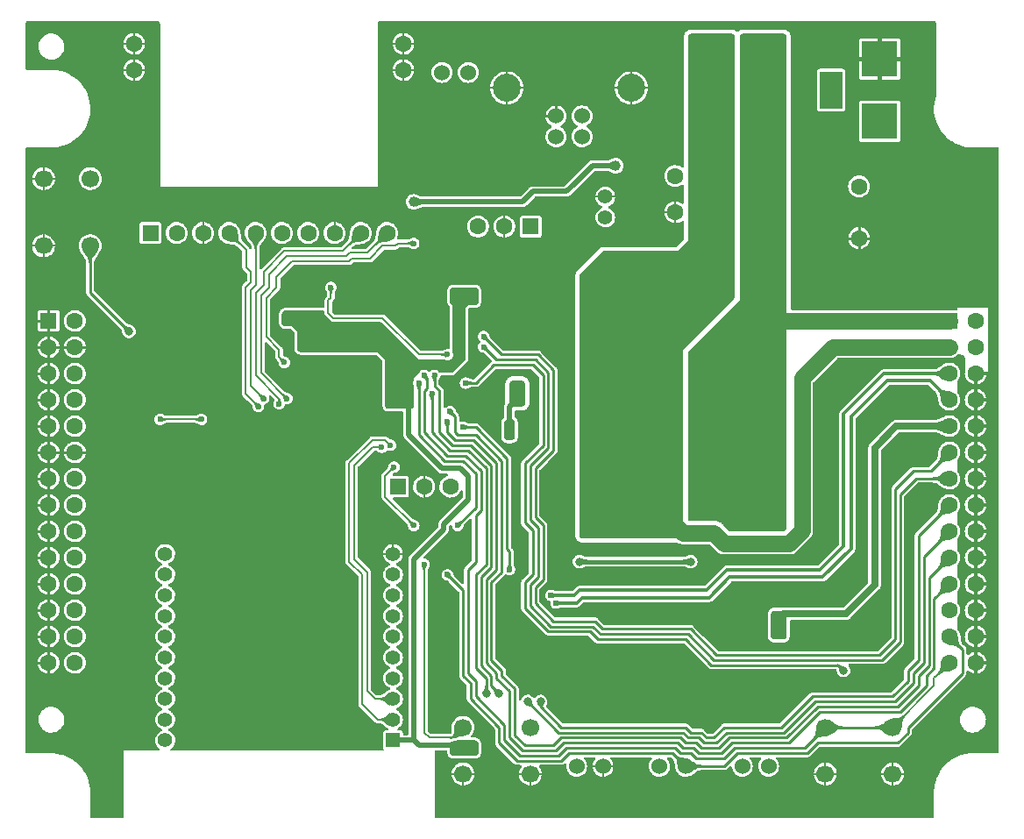
<source format=gbl>
G04 #@! TF.GenerationSoftware,KiCad,Pcbnew,(6.0.7)*
G04 #@! TF.CreationDate,2022-09-01T11:58:40+09:00*
G04 #@! TF.ProjectId,RP2040CommandStation,52503230-3430-4436-9f6d-6d616e645374,rev?*
G04 #@! TF.SameCoordinates,PX6cb8080PY8d24d00*
G04 #@! TF.FileFunction,Copper,L2,Bot*
G04 #@! TF.FilePolarity,Positive*
%FSLAX46Y46*%
G04 Gerber Fmt 4.6, Leading zero omitted, Abs format (unit mm)*
G04 Created by KiCad (PCBNEW (6.0.7)) date 2022-09-01 11:58:40*
%MOMM*%
%LPD*%
G01*
G04 APERTURE LIST*
G04 #@! TA.AperFunction,ComponentPad*
%ADD10C,1.600000*%
G04 #@! TD*
G04 #@! TA.AperFunction,ComponentPad*
%ADD11C,1.400000*%
G04 #@! TD*
G04 #@! TA.AperFunction,ComponentPad*
%ADD12R,1.600000X1.600000*%
G04 #@! TD*
G04 #@! TA.AperFunction,ComponentPad*
%ADD13C,1.524000*%
G04 #@! TD*
G04 #@! TA.AperFunction,ComponentPad*
%ADD14R,3.500120X3.500120*%
G04 #@! TD*
G04 #@! TA.AperFunction,ComponentPad*
%ADD15R,2.200000X3.600000*%
G04 #@! TD*
G04 #@! TA.AperFunction,ComponentPad*
%ADD16C,2.500000*%
G04 #@! TD*
G04 #@! TA.AperFunction,ComponentPad*
%ADD17C,2.700000*%
G04 #@! TD*
G04 #@! TA.AperFunction,ComponentPad*
%ADD18C,1.700000*%
G04 #@! TD*
G04 #@! TA.AperFunction,ComponentPad*
%ADD19R,1.400000X1.400000*%
G04 #@! TD*
G04 #@! TA.AperFunction,ComponentPad*
%ADD20C,0.600000*%
G04 #@! TD*
G04 #@! TA.AperFunction,ViaPad*
%ADD21C,1.000000*%
G04 #@! TD*
G04 #@! TA.AperFunction,ViaPad*
%ADD22C,0.800000*%
G04 #@! TD*
G04 #@! TA.AperFunction,ViaPad*
%ADD23C,1.600000*%
G04 #@! TD*
G04 #@! TA.AperFunction,ViaPad*
%ADD24C,0.600000*%
G04 #@! TD*
G04 #@! TA.AperFunction,ViaPad*
%ADD25C,1.400000*%
G04 #@! TD*
G04 #@! TA.AperFunction,Conductor*
%ADD26C,0.500000*%
G04 #@! TD*
G04 #@! TA.AperFunction,Conductor*
%ADD27C,0.200000*%
G04 #@! TD*
G04 #@! TA.AperFunction,Conductor*
%ADD28C,0.250000*%
G04 #@! TD*
G04 #@! TA.AperFunction,Conductor*
%ADD29C,0.400000*%
G04 #@! TD*
G04 #@! TA.AperFunction,Conductor*
%ADD30C,0.300000*%
G04 #@! TD*
G04 #@! TA.AperFunction,Conductor*
%ADD31C,0.700000*%
G04 #@! TD*
G04 #@! TA.AperFunction,Conductor*
%ADD32C,1.000000*%
G04 #@! TD*
G04 #@! TA.AperFunction,Conductor*
%ADD33C,1.600000*%
G04 #@! TD*
G04 APERTURE END LIST*
D10*
X81000000Y61500000D03*
X81000000Y56500000D03*
D11*
X56500000Y58500000D03*
X56500000Y60500000D03*
D12*
X12570000Y57000000D03*
D10*
X15110000Y57000000D03*
X17650000Y57000000D03*
X20190000Y57000000D03*
X22730000Y57000000D03*
X25270000Y57000000D03*
X27810000Y57000000D03*
X30350000Y57000000D03*
X32890000Y57000000D03*
X35430000Y57000000D03*
X37000000Y72730000D03*
X37000000Y75270000D03*
X11000000Y75270000D03*
X11000000Y72730000D03*
D13*
X64270000Y5500000D03*
X61730000Y5500000D03*
X43270000Y72500000D03*
X40730000Y72500000D03*
D14*
X83000000Y67799860D03*
X83000000Y73799340D03*
D15*
X78301000Y70799600D03*
D16*
X71540000Y74600000D03*
X66460000Y74600000D03*
D13*
X51750000Y66290000D03*
X54250000Y66290000D03*
X54250000Y68290000D03*
X51750000Y68290000D03*
D17*
X46980000Y71000000D03*
X59020000Y71000000D03*
D12*
X2730000Y48510000D03*
D10*
X5270000Y48510000D03*
X2730000Y45970000D03*
X5270000Y45970000D03*
X2730000Y43430000D03*
X5270000Y43430000D03*
X2730000Y40890000D03*
X5270000Y40890000D03*
X2730000Y38350000D03*
X5270000Y38350000D03*
X2730000Y35810000D03*
X5270000Y35810000D03*
X2730000Y33270000D03*
X5270000Y33270000D03*
X2730000Y30730000D03*
X5270000Y30730000D03*
X2730000Y28190000D03*
X5270000Y28190000D03*
X2730000Y25650000D03*
X5270000Y25650000D03*
X2730000Y23110000D03*
X5270000Y23110000D03*
X2730000Y20570000D03*
X5270000Y20570000D03*
X2730000Y18030000D03*
X5270000Y18030000D03*
X2730000Y15490000D03*
X5270000Y15490000D03*
D12*
X89730000Y48510000D03*
D10*
X92270000Y48510000D03*
X89730000Y45970000D03*
X92270000Y45970000D03*
X89730000Y43430000D03*
X92270000Y43430000D03*
X89730000Y40890000D03*
X92270000Y40890000D03*
X89730000Y38350000D03*
X92270000Y38350000D03*
X89730000Y35810000D03*
X92270000Y35810000D03*
X89730000Y33270000D03*
X92270000Y33270000D03*
X89730000Y30730000D03*
X92270000Y30730000D03*
X89730000Y28190000D03*
X92270000Y28190000D03*
X89730000Y25650000D03*
X92270000Y25650000D03*
X89730000Y23110000D03*
X92270000Y23110000D03*
X89730000Y20570000D03*
X92270000Y20570000D03*
X89730000Y18030000D03*
X92270000Y18030000D03*
X89730000Y15490000D03*
X92270000Y15490000D03*
D18*
X2250000Y55750000D03*
X2250000Y62250000D03*
X6750000Y55750000D03*
X6750000Y62250000D03*
X84250000Y4750000D03*
X77750000Y4750000D03*
X84250000Y9250000D03*
X77750000Y9250000D03*
D19*
X36000000Y8000000D03*
D11*
X36000000Y10000000D03*
X36000000Y12000000D03*
X36000000Y14000000D03*
X36000000Y16000000D03*
X36000000Y18000000D03*
X36000000Y20000000D03*
X36000000Y22000000D03*
X36000000Y24000000D03*
X36000000Y26000000D03*
X14000000Y26000000D03*
X14000000Y24000000D03*
X14000000Y22000000D03*
X14000000Y20000000D03*
X14000000Y18000000D03*
X14000000Y16000000D03*
X14000000Y14000000D03*
X14000000Y12000000D03*
X14000000Y10000000D03*
X14000000Y8000000D03*
D18*
X49250000Y4750000D03*
X42750000Y4750000D03*
X49250000Y9250000D03*
X42750000Y9250000D03*
D12*
X49290000Y57625000D03*
D10*
X46750000Y57625000D03*
X44210000Y57625000D03*
D12*
X36460000Y32500000D03*
D10*
X39000000Y32500000D03*
X41540000Y32500000D03*
D20*
X30225000Y43275000D03*
X30225000Y42000000D03*
X31500000Y42000000D03*
X30225000Y40725000D03*
X32775000Y42000000D03*
X32775000Y40725000D03*
X31500000Y40725000D03*
X31500000Y43275000D03*
X32775000Y43275000D03*
D10*
X63250000Y62500000D03*
X63250000Y59000000D03*
D13*
X72270000Y5500000D03*
X69730000Y5500000D03*
X56270000Y5500000D03*
X53730000Y5500000D03*
D21*
X51750000Y12000000D03*
X64000000Y12000000D03*
X57500000Y12000000D03*
X57500000Y63500000D03*
X38000000Y60000000D03*
D22*
X47250000Y38500000D03*
X48000000Y41000000D03*
X48000000Y42000000D03*
X47250000Y37500000D03*
X21250000Y38750000D03*
X19500000Y47500000D03*
X35500000Y38000000D03*
D21*
X86000000Y29500000D03*
X93500000Y13000000D03*
D22*
X15750000Y53000000D03*
X34000000Y53500000D03*
D21*
X14500000Y46750000D03*
X39250000Y57000000D03*
X25750000Y52250000D03*
D22*
X37000000Y36500000D03*
D21*
X42000000Y12000000D03*
X40250000Y9500000D03*
X7500000Y76000000D03*
X47500000Y76000000D03*
X57500000Y76000000D03*
X77500000Y76000000D03*
X87500000Y76000000D03*
X7500000Y66000000D03*
X39000000Y62250000D03*
X47500000Y66000000D03*
X57500000Y66000000D03*
X77500000Y66000000D03*
X19000000Y60000000D03*
X7500000Y44750000D03*
X37250000Y49250000D03*
X7500000Y37000000D03*
X17500000Y26000000D03*
X27500000Y26000000D03*
X7500000Y16750000D03*
X17500000Y16000000D03*
X27500000Y16000000D03*
X40250000Y15500000D03*
X57500000Y15500000D03*
X64000000Y15500000D03*
X7500000Y6000000D03*
X17500000Y8000000D03*
X27500000Y8000000D03*
X59000000Y2500000D03*
X66500000Y2500000D03*
X75000000Y2500000D03*
X22500000Y8000000D03*
X87500000Y2500000D03*
X93500000Y7500000D03*
X74500000Y12750000D03*
D22*
X37250000Y52250000D03*
X26900000Y35000000D03*
D21*
X62750000Y69750000D03*
D23*
X83500000Y51000000D03*
D22*
X18250000Y36500000D03*
D21*
X42750000Y26250000D03*
X78000000Y30000000D03*
D23*
X79500000Y51000000D03*
D21*
X71500000Y18750000D03*
D22*
X18250000Y33750000D03*
X41250000Y42500000D03*
X44000000Y48250000D03*
D21*
X78000000Y34750000D03*
D22*
X11000000Y33750000D03*
D21*
X30000000Y8000000D03*
X20000000Y8000000D03*
D22*
X40750000Y48250000D03*
D21*
X78000000Y39750000D03*
D22*
X46500000Y49750000D03*
X53500000Y55000000D03*
X47250000Y61000000D03*
D21*
X84500000Y34500000D03*
X47750000Y15500000D03*
X41250000Y2500000D03*
X40250000Y22000000D03*
D22*
X13250000Y50250000D03*
X13250000Y28250000D03*
X16750000Y53000000D03*
X20250000Y42000000D03*
D21*
X10500000Y42000000D03*
D22*
X31100000Y51000000D03*
D21*
X11500000Y8000000D03*
X81750000Y43500000D03*
X25000000Y8000000D03*
D22*
X39000000Y30000000D03*
D21*
X81250000Y30000000D03*
D22*
X37000000Y55000000D03*
X11500000Y37000000D03*
D21*
X7500000Y66000000D03*
X83500000Y21750000D03*
D22*
X36500000Y51000000D03*
D23*
X76000000Y54500000D03*
D21*
X81250000Y34750000D03*
X50750000Y59500000D03*
X17250000Y42000000D03*
X8750000Y2500000D03*
X47000000Y22000000D03*
X79000000Y43500000D03*
D23*
X79500000Y54500000D03*
D22*
X46500000Y53250000D03*
D21*
X35500000Y62250000D03*
X51500000Y2500000D03*
X62750000Y66500000D03*
X62750000Y73000000D03*
D22*
X52750000Y50000000D03*
D21*
X62750000Y76000000D03*
X66500000Y9500000D03*
D23*
X83500000Y54500000D03*
D22*
X24250000Y44750000D03*
X24000000Y35000000D03*
D21*
X79500000Y22000000D03*
D22*
X10750000Y50250000D03*
X43500000Y61250000D03*
X46000000Y47250000D03*
X13000000Y53000000D03*
D23*
X87000000Y51000000D03*
X76000000Y51000000D03*
D22*
X40500000Y52500000D03*
X43000000Y39250000D03*
X23250000Y29500000D03*
D21*
X83000000Y39750000D03*
X52000000Y23500000D03*
D22*
X59250000Y56500000D03*
D21*
X84000000Y14000000D03*
D22*
X44500000Y44500000D03*
D21*
X71250000Y12500000D03*
X48250000Y27000000D03*
D22*
X34000000Y30000000D03*
X37000000Y40600000D03*
X31900000Y47500000D03*
X36250000Y46000000D03*
X27250000Y46000000D03*
D21*
X26000000Y48750000D03*
X27250000Y48750000D03*
X42250000Y51000000D03*
X43500000Y7250000D03*
X73250000Y18500000D03*
X42250000Y7250000D03*
X73250000Y19750000D03*
X43500000Y51000000D03*
D24*
X25750000Y41000000D03*
X23500000Y41000000D03*
X23000000Y40250000D03*
X25000000Y40500000D03*
D25*
X70000000Y38750000D03*
X72250000Y40750000D03*
X65500000Y36750000D03*
D22*
X71250000Y34250000D03*
X68750000Y30250000D03*
X68750000Y32250000D03*
D25*
X65500000Y32750000D03*
D22*
X68750000Y34250000D03*
D25*
X65500000Y44750000D03*
X65500000Y38750000D03*
X67750000Y36750000D03*
D22*
X71250000Y30250000D03*
X71250000Y32250000D03*
D25*
X65500000Y30750000D03*
X65500000Y34750000D03*
X72250000Y38750000D03*
X65500000Y42750000D03*
X67750000Y40750000D03*
X65500000Y40750000D03*
X70000000Y42750000D03*
X67750000Y38750000D03*
X72250000Y36750000D03*
X70000000Y40750000D03*
X70000000Y44750000D03*
X70000000Y36750000D03*
D22*
X58750000Y30250000D03*
X61250000Y34250000D03*
D25*
X60000000Y38750000D03*
D22*
X61250000Y32250000D03*
D25*
X55500000Y30750000D03*
X55500000Y40750000D03*
X55500000Y38750000D03*
X57750000Y38750000D03*
X55500000Y42750000D03*
X55500000Y36750000D03*
X55500000Y34750000D03*
X62250000Y36750000D03*
D22*
X58750000Y34250000D03*
D25*
X60000000Y40750000D03*
X55500000Y32750000D03*
X57750000Y36750000D03*
X57750000Y40750000D03*
X60000000Y42750000D03*
D22*
X61250000Y30250000D03*
D25*
X60000000Y36750000D03*
X62250000Y40750000D03*
D22*
X58750000Y32250000D03*
D25*
X60000000Y44750000D03*
X62250000Y38750000D03*
D24*
X41250000Y24000000D03*
X13500000Y39000000D03*
X17500000Y39000000D03*
X51250000Y22000000D03*
X51750000Y21250000D03*
X42750000Y38250000D03*
X47250000Y24500000D03*
X39000000Y43250000D03*
X41250000Y38750000D03*
X41500000Y39750000D03*
D22*
X45000000Y12500000D03*
D24*
X39750000Y41500000D03*
D22*
X49000000Y11750000D03*
D24*
X40000000Y43250000D03*
D22*
X50250000Y11750000D03*
X46250000Y12500000D03*
D24*
X44750000Y46000000D03*
X44750000Y47000000D03*
X38500000Y42500000D03*
X42250000Y28750000D03*
X25500000Y44500000D03*
X38000000Y56000000D03*
D22*
X79500000Y14750000D03*
D24*
X43000000Y42500000D03*
X30000000Y51750000D03*
X41250000Y45250000D03*
D22*
X10500000Y47500000D03*
D24*
X34900000Y36300000D03*
X35750000Y36500000D03*
D22*
X64750000Y25250000D03*
X54000000Y25250000D03*
D24*
X36100000Y34400000D03*
X39000000Y25000000D03*
X38005000Y28755000D03*
D26*
X52750000Y61000000D02*
X53500000Y61750000D01*
X48500000Y60000000D02*
X49500000Y61000000D01*
X47250000Y40250000D02*
X47250000Y38500000D01*
X49500000Y61000000D02*
X52750000Y61000000D01*
X48000000Y41000000D02*
X47250000Y40250000D01*
X53500000Y61750000D02*
X55250000Y63500000D01*
X38000000Y60000000D02*
X48500000Y60000000D01*
X55250000Y63500000D02*
X57500000Y63500000D01*
D27*
X56270000Y5500000D02*
X55000000Y5500000D01*
D28*
X81000000Y56500000D02*
X81000000Y55000000D01*
D27*
X32775000Y40725000D02*
X32775000Y42000000D01*
X2250000Y62250000D02*
X2250000Y64000000D01*
X77750000Y4750000D02*
X77750000Y6250000D01*
D28*
X2730000Y35810000D02*
X5270000Y35810000D01*
D29*
X83000000Y73799340D02*
X80299340Y73799340D01*
D28*
X81000000Y58200000D02*
X84500000Y58200000D01*
X17500000Y8000000D02*
X22500000Y8000000D01*
D27*
X2250000Y62250000D02*
X1000000Y62250000D01*
D30*
X34000000Y39500000D02*
X35250000Y38250000D01*
D27*
X46980000Y71000000D02*
X49250000Y71000000D01*
X35500000Y60000000D02*
X37000000Y61500000D01*
D28*
X86100000Y71000000D02*
X83000000Y71000000D01*
D27*
X11000000Y75270000D02*
X12670000Y75270000D01*
X59000000Y73500000D02*
X59020000Y73480000D01*
X37000000Y75270000D02*
X35520000Y75270000D01*
D28*
X87200000Y60900000D02*
X87200000Y69900000D01*
D27*
X30225000Y43275000D02*
X30225000Y44475000D01*
D28*
X2730000Y38350000D02*
X1100000Y38350000D01*
D27*
X30225000Y42000000D02*
X30225000Y43275000D01*
D28*
X2730000Y33270000D02*
X770000Y33270000D01*
X1000000Y38250000D02*
X1100000Y38350000D01*
D30*
X92270000Y43430000D02*
X93930000Y43430000D01*
D28*
X51750000Y68290000D02*
X51750000Y70250000D01*
X2730000Y40890000D02*
X890000Y40890000D01*
D30*
X92270000Y18030000D02*
X93720000Y18030000D01*
D28*
X2730000Y30730000D02*
X1020000Y30730000D01*
X46000000Y49250000D02*
X46500000Y49750000D01*
D27*
X46980000Y68520000D02*
X47000000Y68500000D01*
X30000000Y59000000D02*
X30350000Y58650000D01*
X32775000Y43275000D02*
X33975000Y43275000D01*
X84250000Y4750000D02*
X84250000Y3250000D01*
D29*
X83000000Y73799340D02*
X85700660Y73799340D01*
D27*
X36000000Y26000000D02*
X36000000Y27500000D01*
X30350000Y59600000D02*
X30750000Y60000000D01*
D28*
X17500000Y8000000D02*
X17500000Y16000000D01*
D27*
X63250000Y59000000D02*
X63250000Y60750000D01*
D28*
X2730000Y15490000D02*
X760000Y15490000D01*
X46500000Y49750000D02*
X46500000Y53250000D01*
D27*
X17650000Y57000000D02*
X17650000Y54350000D01*
X30225000Y42000000D02*
X29000000Y42000000D01*
D30*
X92270000Y23110000D02*
X93640000Y23110000D01*
X92270000Y40890000D02*
X93610000Y40890000D01*
D27*
X59020000Y71000000D02*
X56750000Y71000000D01*
X31500000Y43275000D02*
X31500000Y42000000D01*
X63250000Y59000000D02*
X61250000Y59000000D01*
X49250000Y4750000D02*
X47750000Y4750000D01*
X56500000Y60500000D02*
X57750000Y60500000D01*
D30*
X92270000Y20570000D02*
X93570000Y20570000D01*
D27*
X32500000Y53500000D02*
X32500000Y51000000D01*
D28*
X51750000Y68290000D02*
X49710000Y68290000D01*
D27*
X29000000Y43250000D02*
X28750000Y43250000D01*
X56270000Y5500000D02*
X56270000Y4020000D01*
D28*
X2730000Y20570000D02*
X1070000Y20570000D01*
D27*
X9230000Y75270000D02*
X9130000Y75270000D01*
X46980000Y75020000D02*
X46980000Y73230000D01*
X31500000Y40725000D02*
X31500000Y39500000D01*
X30350000Y58650000D02*
X30350000Y57000000D01*
X45750000Y76250000D02*
X46980000Y75020000D01*
X39000000Y32500000D02*
X39000000Y30750000D01*
X39000000Y76250000D02*
X45750000Y76250000D01*
D28*
X81000000Y56500000D02*
X81000000Y58200000D01*
D27*
X2250000Y62250000D02*
X3750000Y62250000D01*
D28*
X2730000Y18030000D02*
X780000Y18030000D01*
D27*
X17750000Y59000000D02*
X30000000Y59000000D01*
D28*
X2730000Y25650000D02*
X1400000Y25650000D01*
D27*
X2250000Y55750000D02*
X750000Y55750000D01*
D30*
X92270000Y15490000D02*
X93740000Y15490000D01*
D27*
X30225000Y40725000D02*
X30225000Y39525000D01*
D30*
X92270000Y38350000D02*
X93900000Y38350000D01*
D27*
X37000000Y75270000D02*
X38730000Y75270000D01*
X2250000Y62250000D02*
X2250000Y60000000D01*
X39000000Y32500000D02*
X39000000Y34000000D01*
X46750000Y56000000D02*
X52500000Y56000000D01*
D28*
X19000000Y59000000D02*
X25000000Y59000000D01*
X2730000Y43430000D02*
X820000Y43430000D01*
D27*
X36000000Y26000000D02*
X34250000Y26000000D01*
D30*
X92270000Y43430000D02*
X92270000Y14020000D01*
D27*
X11000000Y72730000D02*
X12630000Y72730000D01*
D30*
X92270000Y25650000D02*
X93650000Y25650000D01*
D28*
X87200000Y69900000D02*
X86100000Y71000000D01*
D30*
X36000000Y37500000D02*
X35250000Y38250000D01*
D28*
X2730000Y35810000D02*
X940000Y35810000D01*
D27*
X31500000Y42000000D02*
X32775000Y42000000D01*
X37000000Y72730000D02*
X35270000Y72730000D01*
D28*
X51750000Y70250000D02*
X52500000Y71000000D01*
X27500000Y8000000D02*
X32500000Y8000000D01*
D27*
X77750000Y4750000D02*
X76250000Y4750000D01*
X32500000Y53500000D02*
X27000000Y53500000D01*
X32775000Y40725000D02*
X32775000Y39525000D01*
D30*
X92270000Y30730000D02*
X93770000Y30730000D01*
D27*
X49250000Y4750000D02*
X49250000Y3500000D01*
X49250000Y4750000D02*
X51750000Y4750000D01*
D28*
X49710000Y68290000D02*
X49480000Y68520000D01*
D27*
X59020000Y68270000D02*
X59020000Y68480000D01*
D28*
X46500000Y49750000D02*
X52500000Y49750000D01*
D27*
X32775000Y43275000D02*
X32775000Y44475000D01*
D30*
X92270000Y35810000D02*
X93560000Y35810000D01*
D27*
X29025000Y43275000D02*
X29000000Y43250000D01*
D28*
X74500000Y12750000D02*
X71500000Y12750000D01*
D27*
X42750000Y4750000D02*
X41000000Y4750000D01*
D28*
X17500000Y26000000D02*
X17500000Y16000000D01*
D27*
X11000000Y72730000D02*
X11000000Y71000000D01*
D29*
X83000000Y73799340D02*
X83000000Y71000000D01*
D27*
X32775000Y40725000D02*
X33725000Y40725000D01*
X36000000Y26000000D02*
X37250000Y26000000D01*
D29*
X83000000Y73799340D02*
X83000000Y76500000D01*
D27*
X56270000Y5500000D02*
X57750000Y5500000D01*
X9430000Y72730000D02*
X9400000Y72700000D01*
X46980000Y71000000D02*
X46980000Y73230000D01*
D28*
X8230000Y75270000D02*
X7500000Y76000000D01*
D27*
X84250000Y4750000D02*
X84250000Y6250000D01*
X30225000Y40725000D02*
X28025000Y40725000D01*
X2250000Y55750000D02*
X2250000Y54000000D01*
X38480000Y72730000D02*
X38500000Y72750000D01*
D28*
X2730000Y48510000D02*
X1010000Y48510000D01*
D27*
X9400000Y72700000D02*
X9300000Y72700000D01*
X32775000Y39525000D02*
X32800000Y39500000D01*
X42750000Y4750000D02*
X44000000Y4750000D01*
X46980000Y71000000D02*
X46980000Y68520000D01*
X52500000Y56000000D02*
X52500000Y56750000D01*
D28*
X2730000Y48510000D02*
X2730000Y50230000D01*
X2730000Y45970000D02*
X2730000Y48510000D01*
D27*
X50500000Y59250000D02*
X50750000Y59500000D01*
X77750000Y4750000D02*
X77750000Y3250000D01*
D28*
X46000000Y48250000D02*
X46000000Y47250000D01*
X5270000Y45970000D02*
X6970000Y45970000D01*
D30*
X92270000Y33270000D02*
X93730000Y33270000D01*
D27*
X17650000Y58900000D02*
X17750000Y59000000D01*
D28*
X25000000Y59000000D02*
X26000000Y60000000D01*
D27*
X31500000Y42000000D02*
X31500000Y40725000D01*
D28*
X46000000Y48250000D02*
X46000000Y49250000D01*
D27*
X30225000Y40725000D02*
X30225000Y42000000D01*
D28*
X22500000Y8000000D02*
X27500000Y8000000D01*
D27*
X56500000Y60500000D02*
X55250000Y60500000D01*
D28*
X27500000Y16000000D02*
X27500000Y26000000D01*
D30*
X93940000Y35810000D02*
X93560000Y35810000D01*
D27*
X30225000Y43275000D02*
X31500000Y43275000D01*
D28*
X81000000Y56500000D02*
X82600000Y56500000D01*
D27*
X46980000Y71000000D02*
X44500000Y71000000D01*
X38730000Y75980000D02*
X39000000Y76250000D01*
X84250000Y4750000D02*
X77750000Y4750000D01*
X59020000Y71000000D02*
X59020000Y73480000D01*
X37000000Y61500000D02*
X37000000Y72730000D01*
X31500000Y40725000D02*
X32775000Y40725000D01*
X30750000Y60000000D02*
X35500000Y60000000D01*
X42750000Y4750000D02*
X42750000Y3500000D01*
X2250000Y55750000D02*
X2250000Y57500000D01*
X32775000Y42000000D02*
X34000000Y42000000D01*
D30*
X38250000Y34000000D02*
X39000000Y34000000D01*
D28*
X19000000Y60000000D02*
X19000000Y59000000D01*
D27*
X59020000Y71000000D02*
X59020000Y68480000D01*
X34250000Y53500000D02*
X32500000Y53500000D01*
X46750000Y57625000D02*
X46750000Y59250000D01*
X38730000Y75270000D02*
X38730000Y75980000D01*
X11000000Y75270000D02*
X9230000Y75270000D01*
X35500000Y75250000D02*
X35520000Y75270000D01*
X77000000Y52000000D02*
X81000000Y52000000D01*
D28*
X52500000Y71000000D02*
X56750000Y71000000D01*
D27*
X11000000Y72730000D02*
X9430000Y72730000D01*
X30225000Y43275000D02*
X29025000Y43275000D01*
X17650000Y57000000D02*
X17650000Y58900000D01*
D30*
X92270000Y28190000D02*
X93690000Y28190000D01*
X38250000Y35250000D02*
X38250000Y34000000D01*
D27*
X84250000Y4750000D02*
X86000000Y4750000D01*
D28*
X5270000Y35810000D02*
X6690000Y35810000D01*
X44000000Y48250000D02*
X46000000Y48250000D01*
D27*
X28025000Y40725000D02*
X27900000Y40600000D01*
D28*
X2730000Y23110000D02*
X1110000Y23110000D01*
D27*
X32775000Y42000000D02*
X32775000Y43275000D01*
D28*
X2730000Y45970000D02*
X1030000Y45970000D01*
D30*
X93980000Y30730000D02*
X93770000Y30730000D01*
D27*
X37000000Y72730000D02*
X37000000Y76500000D01*
X30350000Y58650000D02*
X30350000Y59600000D01*
D28*
X71500000Y12750000D02*
X71250000Y12500000D01*
D27*
X11000000Y72730000D02*
X11000000Y75270000D01*
D28*
X9230000Y75270000D02*
X8230000Y75270000D01*
D27*
X2250000Y55750000D02*
X3500000Y55750000D01*
X27000000Y53500000D02*
X25750000Y52250000D01*
D30*
X36000000Y37500000D02*
X38250000Y35250000D01*
D27*
X37000000Y72730000D02*
X38480000Y72730000D01*
D28*
X2730000Y28190000D02*
X1060000Y28190000D01*
D27*
X63250000Y59000000D02*
X63250000Y57250000D01*
X31500000Y43275000D02*
X31500000Y44500000D01*
X32775000Y43275000D02*
X31500000Y43275000D01*
X31500000Y42000000D02*
X30225000Y42000000D01*
D29*
X32500000Y51000000D02*
X36500000Y51000000D01*
D27*
X46750000Y59250000D02*
X50500000Y59250000D01*
D28*
X49480000Y68520000D02*
X46980000Y68520000D01*
D27*
X46750000Y57625000D02*
X46750000Y53500000D01*
X11000000Y75270000D02*
X11000000Y76900000D01*
D28*
X81000000Y56500000D02*
X79300000Y56500000D01*
D27*
X32800000Y39500000D02*
X34000000Y39500000D01*
X17650000Y54350000D02*
X19000000Y53000000D01*
D30*
X93890000Y40890000D02*
X93610000Y40890000D01*
D28*
X84500000Y58200000D02*
X87200000Y60900000D01*
X5270000Y45970000D02*
X2730000Y45970000D01*
D27*
X59020000Y71000000D02*
X61250000Y71000000D01*
D29*
X31500000Y51000000D02*
X32500000Y51000000D01*
D28*
X52500000Y49750000D02*
X52750000Y50000000D01*
D27*
X30225000Y40725000D02*
X31500000Y40725000D01*
D28*
X2730000Y45970000D02*
X2730000Y12270000D01*
D26*
X33750000Y47500000D02*
X31900000Y47500000D01*
X36500000Y44250000D02*
X41750000Y44250000D01*
X38000000Y25500000D02*
X38000000Y8500000D01*
X43250000Y31250000D02*
X40875000Y28875000D01*
D28*
X27250000Y46000000D02*
X27250000Y46250000D01*
D26*
X37400000Y40600000D02*
X37500000Y40500000D01*
X37000000Y40600000D02*
X37400000Y40600000D01*
X42500000Y34250000D02*
X43250000Y33500000D01*
X43250000Y33500000D02*
X43250000Y31250000D01*
X36250000Y41350000D02*
X37000000Y40600000D01*
X38000000Y8500000D02*
X38000000Y8000000D01*
X42250000Y51000000D02*
X43500000Y51000000D01*
X42000000Y7500000D02*
X42250000Y7250000D01*
X40750000Y34250000D02*
X42500000Y34250000D01*
X37500000Y40500000D02*
X37500000Y37500000D01*
X27250000Y47500000D02*
X27250000Y46250000D01*
X33750000Y47500000D02*
X34750000Y47500000D01*
X36250000Y46000000D02*
X36250000Y44000000D01*
X38500000Y7500000D02*
X41750000Y7500000D01*
X41750000Y44250000D02*
X42250000Y44750000D01*
D31*
X73750000Y20250000D02*
X73250000Y19750000D01*
D26*
X37500000Y8000000D02*
X38000000Y8000000D01*
X40875000Y28875000D02*
X40875000Y28375000D01*
X38000000Y8000000D02*
X38500000Y7500000D01*
X27250000Y48750000D02*
X27250000Y47500000D01*
X29750000Y47500000D02*
X27250000Y47500000D01*
X37500000Y37500000D02*
X40750000Y34250000D01*
X34750000Y47500000D02*
X36250000Y46000000D01*
X37500000Y8000000D02*
X36000000Y8000000D01*
X36250000Y44000000D02*
X36500000Y44250000D01*
D31*
X79750000Y20250000D02*
X73750000Y20250000D01*
X73250000Y19750000D02*
X73250000Y18500000D01*
X89730000Y38350000D02*
X84600000Y38350000D01*
D26*
X42250000Y44750000D02*
X42250000Y51000000D01*
D31*
X82500000Y36250000D02*
X82500000Y23000000D01*
D26*
X29750000Y47500000D02*
X31900000Y47500000D01*
X36250000Y44000000D02*
X36250000Y41350000D01*
X40875000Y28375000D02*
X38000000Y25500000D01*
D31*
X84600000Y38350000D02*
X82500000Y36250000D01*
D26*
X41750000Y7500000D02*
X42000000Y7500000D01*
D31*
X82500000Y23000000D02*
X79750000Y20250000D01*
D27*
X23250000Y43500000D02*
X25750000Y41000000D01*
X24000000Y53000000D02*
X24000000Y51750000D01*
X31500000Y54750000D02*
X25750000Y54750000D01*
X33500000Y55070000D02*
X31820000Y55070000D01*
X24000000Y51750000D02*
X23250000Y51000000D01*
X23250000Y51000000D02*
X23250000Y43500000D01*
X35430000Y57000000D02*
X33500000Y55070000D01*
X31820000Y55070000D02*
X31500000Y54750000D01*
X25750000Y54750000D02*
X24000000Y53000000D01*
X22730000Y51980000D02*
X22250000Y51500000D01*
X22250000Y42250000D02*
X23500000Y41000000D01*
X22730000Y57000000D02*
X22730000Y51980000D01*
X22250000Y51500000D02*
X22250000Y42250000D01*
X21800000Y53700000D02*
X21800000Y55390000D01*
X21750000Y51750000D02*
X22250000Y52250000D01*
X23000000Y40250000D02*
X21750000Y41500000D01*
X21800000Y55390000D02*
X20190000Y57000000D01*
X22250000Y52250000D02*
X22250000Y53250000D01*
X21750000Y41500000D02*
X21750000Y51750000D01*
X22250000Y53250000D02*
X21800000Y53700000D01*
X23500000Y53250000D02*
X25500000Y55250000D01*
X23500000Y52000000D02*
X23500000Y53250000D01*
X25000000Y40500000D02*
X25000000Y41000000D01*
X32890000Y57000000D02*
X32900000Y56990000D01*
X31140000Y55250000D02*
X32890000Y57000000D01*
X22750000Y51250000D02*
X23500000Y52000000D01*
X25000000Y41000000D02*
X22750000Y43250000D01*
X22750000Y43250000D02*
X22750000Y51250000D01*
X25500000Y55250000D02*
X31140000Y55250000D01*
D32*
X71540000Y74600000D02*
X71540000Y48730000D01*
X71540000Y48730000D02*
X71760000Y48510000D01*
D33*
X71760000Y48510000D02*
X89730000Y48510000D01*
D30*
X72250000Y48020000D02*
X71760000Y48510000D01*
X72250000Y40250000D02*
X72250000Y48020000D01*
D33*
X70740000Y48510000D02*
X71760000Y48510000D01*
X89730000Y45970000D02*
X78470000Y45970000D01*
X74250000Y27000000D02*
X68000000Y27000000D01*
X75500000Y43000000D02*
X75500000Y28250000D01*
X68000000Y27000000D02*
X67000000Y28000000D01*
X78470000Y45970000D02*
X75500000Y43000000D01*
D32*
X62250000Y49250000D02*
X62250000Y40250000D01*
D33*
X75500000Y28250000D02*
X74250000Y27000000D01*
X64000000Y28000000D02*
X67000000Y28000000D01*
D32*
X66460000Y74600000D02*
X66460000Y53460000D01*
X66460000Y53460000D02*
X62250000Y49250000D01*
D33*
X61250000Y30750000D02*
X64000000Y28000000D01*
X61250000Y32250000D02*
X61250000Y30750000D01*
D28*
X42750000Y14250000D02*
X43500000Y13500000D01*
X85750000Y8750000D02*
X84750000Y7750000D01*
X85750000Y9250000D02*
X85750000Y8750000D01*
X42750000Y22500000D02*
X42750000Y14250000D01*
X43500000Y13500000D02*
X43500000Y12000000D01*
X68000000Y5500000D02*
X64270000Y5500000D01*
X41250000Y24000000D02*
X42750000Y22500000D01*
X89730000Y18030000D02*
X91000000Y16760000D01*
X63020000Y6750000D02*
X64270000Y5500000D01*
X61650000Y6750000D02*
X63020000Y6750000D01*
X91000000Y16760000D02*
X91000000Y14500000D01*
X77000000Y7750000D02*
X76000000Y6750000D01*
X46250000Y7750000D02*
X48000000Y6000000D01*
X84750000Y7750000D02*
X77000000Y7750000D01*
X62750000Y6750000D02*
X61650000Y6750000D01*
X91000000Y14500000D02*
X85750000Y9250000D01*
X53000000Y6750000D02*
X61650000Y6750000D01*
X48000000Y6000000D02*
X52250000Y6000000D01*
X76000000Y6750000D02*
X69250000Y6750000D01*
X69250000Y6750000D02*
X68000000Y5500000D01*
X46250000Y9250000D02*
X46250000Y7750000D01*
X52250000Y6000000D02*
X53000000Y6750000D01*
X43500000Y12000000D02*
X46250000Y9250000D01*
D27*
X17500000Y39000000D02*
X13500000Y39000000D01*
D30*
X54000000Y22500000D02*
X53500000Y22000000D01*
X89730000Y43430000D02*
X83430000Y43430000D01*
X68250000Y24500000D02*
X66250000Y22500000D01*
X77250000Y24500000D02*
X68250000Y24500000D01*
X83430000Y43430000D02*
X79500000Y39500000D01*
X53500000Y22000000D02*
X51250000Y22000000D01*
X79500000Y26750000D02*
X77250000Y24500000D01*
X66250000Y22500000D02*
X54000000Y22500000D01*
X79500000Y39500000D02*
X79500000Y26750000D01*
D28*
X47000000Y35250000D02*
X47000000Y26500000D01*
D30*
X89730000Y40890000D02*
X87870000Y42750000D01*
X54250000Y21750000D02*
X53750000Y21250000D01*
X80250000Y39250000D02*
X80250000Y26500000D01*
X83750000Y42750000D02*
X80250000Y39250000D01*
X87870000Y42750000D02*
X83750000Y42750000D01*
D28*
X44000000Y38250000D02*
X47000000Y35250000D01*
X47250000Y26250000D02*
X47250000Y24500000D01*
X47000000Y26500000D02*
X47250000Y26250000D01*
X42750000Y38250000D02*
X44000000Y38250000D01*
D30*
X77500000Y23750000D02*
X68500000Y23750000D01*
X53750000Y21250000D02*
X51750000Y21250000D01*
X66500000Y21750000D02*
X54250000Y21750000D01*
X68500000Y23750000D02*
X66500000Y21750000D01*
X80250000Y26500000D02*
X77500000Y23750000D01*
D28*
X43250000Y14500000D02*
X43250000Y24500000D01*
X44000000Y25250000D02*
X44000000Y29750000D01*
X44000000Y29750000D02*
X44500000Y30250000D01*
X65250000Y6250000D02*
X64750000Y6750000D01*
X77750000Y9250000D02*
X75750000Y7250000D01*
X69000000Y7250000D02*
X68000000Y6250000D01*
X44500000Y34000000D02*
X43000000Y35500000D01*
X44000000Y13750000D02*
X43250000Y14500000D01*
X41250000Y35500000D02*
X39000000Y37750000D01*
X64750000Y6750000D02*
X63750000Y6750000D01*
D27*
X89730000Y15490000D02*
X88495000Y14255000D01*
D28*
X68000000Y6250000D02*
X65250000Y6250000D01*
X39250000Y42000000D02*
X39250000Y43000000D01*
X43000000Y35500000D02*
X41250000Y35500000D01*
X39250000Y43000000D02*
X39000000Y43250000D01*
X44500000Y30250000D02*
X44500000Y34000000D01*
D27*
X88250000Y14010000D02*
X88495000Y14255000D01*
D28*
X48250000Y6500000D02*
X46750000Y8000000D01*
X52000000Y6500000D02*
X48250000Y6500000D01*
X44000000Y12250000D02*
X44000000Y13750000D01*
X75750000Y7250000D02*
X69000000Y7250000D01*
X84250000Y9250000D02*
X77750000Y9250000D01*
X63250000Y7250000D02*
X52750000Y7250000D01*
D27*
X88250000Y13250000D02*
X88250000Y14010000D01*
D28*
X63750000Y6750000D02*
X63250000Y7250000D01*
X39000000Y37750000D02*
X39000000Y41750000D01*
D27*
X84250000Y9250000D02*
X88250000Y13250000D01*
D28*
X46750000Y9500000D02*
X44000000Y12250000D01*
X46750000Y8000000D02*
X46750000Y9500000D01*
X52750000Y7250000D02*
X52000000Y6500000D01*
X43250000Y24500000D02*
X44000000Y25250000D01*
X39000000Y41750000D02*
X39250000Y42000000D01*
X48500000Y7000000D02*
X51750000Y7000000D01*
X46000000Y14500000D02*
X46000000Y14000000D01*
X46000000Y24500000D02*
X45000000Y23500000D01*
X74250000Y7750000D02*
X77250000Y10750000D01*
X87500000Y14250000D02*
X88250000Y15000000D01*
X46000000Y14000000D02*
X47250000Y12750000D01*
X68750000Y7750000D02*
X74250000Y7750000D01*
X65500000Y6750000D02*
X67750000Y6750000D01*
X41250000Y38750000D02*
X41250000Y37750000D01*
X47250000Y8250000D02*
X48500000Y7000000D01*
X77250000Y10750000D02*
X85000000Y10750000D01*
X65000000Y7250000D02*
X65500000Y6750000D01*
X88250000Y15000000D02*
X88250000Y21630000D01*
X63500000Y7750000D02*
X64000000Y7250000D01*
X41250000Y37750000D02*
X42000000Y37000000D01*
X52500000Y7750000D02*
X63500000Y7750000D01*
X67750000Y6750000D02*
X68750000Y7750000D01*
X46000000Y34750000D02*
X46000000Y24500000D01*
X64000000Y7250000D02*
X65000000Y7250000D01*
X85000000Y10750000D02*
X87500000Y13250000D01*
X45000000Y15500000D02*
X46000000Y14500000D01*
X45000000Y23500000D02*
X45000000Y15500000D01*
X88250000Y21630000D02*
X89730000Y23110000D01*
X47250000Y12750000D02*
X47250000Y8250000D01*
X87500000Y13250000D02*
X87500000Y14250000D01*
X42000000Y37000000D02*
X43750000Y37000000D01*
X43750000Y37000000D02*
X46000000Y34750000D01*
X51750000Y7000000D02*
X52500000Y7750000D01*
X65250000Y7750000D02*
X64250000Y7750000D01*
X87750000Y15250000D02*
X86750000Y14250000D01*
X84750000Y11250000D02*
X77000000Y11250000D01*
X46500000Y24250000D02*
X46500000Y35000000D01*
X42000000Y37750000D02*
X42000000Y39250000D01*
X86750000Y14250000D02*
X86750000Y13250000D01*
X44000000Y37500000D02*
X42250000Y37500000D01*
X89730000Y25650000D02*
X87750000Y23670000D01*
X48750000Y7500000D02*
X47750000Y8500000D01*
X86750000Y13250000D02*
X84750000Y11250000D01*
X45500000Y15750000D02*
X45500000Y23250000D01*
X42000000Y39250000D02*
X41500000Y39750000D01*
X45500000Y23250000D02*
X46500000Y24250000D01*
X46500000Y14250000D02*
X46500000Y14750000D01*
X63750000Y8250000D02*
X52250000Y8250000D01*
X46500000Y35000000D02*
X44000000Y37500000D01*
X46500000Y14750000D02*
X45500000Y15750000D01*
X65750000Y7250000D02*
X65250000Y7750000D01*
X74000000Y8250000D02*
X68500000Y8250000D01*
X47750000Y8500000D02*
X47750000Y13000000D01*
X42250000Y37500000D02*
X42000000Y37750000D01*
X77000000Y11250000D02*
X74000000Y8250000D01*
X87750000Y23670000D02*
X87750000Y15250000D01*
X64250000Y7750000D02*
X63750000Y8250000D01*
X67500000Y7250000D02*
X65750000Y7250000D01*
X51500000Y7500000D02*
X48750000Y7500000D01*
X52250000Y8250000D02*
X51500000Y7500000D01*
X68500000Y8250000D02*
X67500000Y7250000D01*
X47750000Y13000000D02*
X46500000Y14250000D01*
X64500000Y8250000D02*
X64000000Y8750000D01*
X86250000Y14500000D02*
X86250000Y13500000D01*
X76750000Y11750000D02*
X73750000Y8750000D01*
X86250000Y13500000D02*
X84500000Y11750000D01*
X64000000Y8750000D02*
X52000000Y8750000D01*
X43250000Y36000000D02*
X45000000Y34250000D01*
X84500000Y11750000D02*
X76750000Y11750000D01*
X45000000Y14000000D02*
X45000000Y12500000D01*
X87250000Y15500000D02*
X86250000Y14500000D01*
X41500000Y36000000D02*
X43250000Y36000000D01*
X67250000Y7750000D02*
X66000000Y7750000D01*
X44000000Y24000000D02*
X44000000Y15000000D01*
X45000000Y34250000D02*
X45000000Y25000000D01*
X45000000Y25000000D02*
X44000000Y24000000D01*
X66000000Y7750000D02*
X65500000Y8250000D01*
X65500000Y8250000D02*
X64500000Y8250000D01*
X39750000Y41500000D02*
X39750000Y37750000D01*
X52000000Y8750000D02*
X49000000Y11750000D01*
X44000000Y15000000D02*
X45000000Y14000000D01*
X89730000Y28190000D02*
X87250000Y25710000D01*
X87250000Y25710000D02*
X87250000Y15500000D01*
X68250000Y8750000D02*
X67250000Y7750000D01*
X73750000Y8750000D02*
X68250000Y8750000D01*
X39750000Y37750000D02*
X41500000Y36000000D01*
X40000000Y43250000D02*
X40000000Y42250000D01*
X50250000Y11250000D02*
X50250000Y11750000D01*
X65750000Y8750000D02*
X64750000Y8750000D01*
X86750000Y27750000D02*
X86750000Y15750000D01*
X52250000Y9250000D02*
X50250000Y11250000D01*
X41750000Y36500000D02*
X43500000Y36500000D01*
X73500000Y9250000D02*
X68000000Y9250000D01*
X86750000Y15750000D02*
X85750000Y14750000D01*
X66250000Y8250000D02*
X65750000Y8750000D01*
X44500000Y23750000D02*
X44500000Y15250000D01*
X43500000Y36500000D02*
X45500000Y34500000D01*
X45500000Y13250000D02*
X46250000Y12500000D01*
X84250000Y12250000D02*
X76500000Y12250000D01*
X44500000Y15250000D02*
X45500000Y14250000D01*
X64250000Y9250000D02*
X52250000Y9250000D01*
X45500000Y24750000D02*
X44500000Y23750000D01*
X89730000Y30730000D02*
X86750000Y27750000D01*
X40000000Y42250000D02*
X40500000Y41750000D01*
X45500000Y14250000D02*
X45500000Y13250000D01*
X40500000Y37750000D02*
X41750000Y36500000D01*
X76500000Y12250000D02*
X73500000Y9250000D01*
X40500000Y41750000D02*
X40500000Y37750000D01*
X85750000Y13750000D02*
X84250000Y12250000D01*
X85750000Y14750000D02*
X85750000Y13750000D01*
X64750000Y8750000D02*
X64250000Y9250000D01*
X45500000Y34500000D02*
X45500000Y24750000D01*
X67000000Y8250000D02*
X66250000Y8250000D01*
X68000000Y9250000D02*
X67000000Y8250000D01*
X49250000Y34500000D02*
X49250000Y29250000D01*
X56000000Y18250000D02*
X64500000Y18250000D01*
X85000000Y31750000D02*
X86520000Y33270000D01*
X44750000Y46000000D02*
X46000000Y44750000D01*
X55250000Y19000000D02*
X56000000Y18250000D01*
X51000000Y36250000D02*
X49250000Y34500000D01*
X51250000Y19000000D02*
X55250000Y19000000D01*
X67000000Y15750000D02*
X83250000Y15750000D01*
X64500000Y18250000D02*
X67000000Y15750000D01*
X83250000Y15750000D02*
X85000000Y17500000D01*
X51000000Y43500000D02*
X51000000Y36250000D01*
X50000000Y28500000D02*
X50000000Y23750000D01*
X49250000Y23000000D02*
X49250000Y21000000D01*
X86520000Y33270000D02*
X89730000Y33270000D01*
X50000000Y23750000D02*
X49250000Y23000000D01*
X85000000Y17500000D02*
X85000000Y31750000D01*
X46000000Y44750000D02*
X49750000Y44750000D01*
X49250000Y29250000D02*
X50000000Y28500000D01*
X49750000Y44750000D02*
X51000000Y43500000D01*
X49250000Y21000000D02*
X51250000Y19000000D01*
X49750000Y29500000D02*
X50500000Y28750000D01*
X83000000Y16250000D02*
X84500000Y17750000D01*
X51500000Y43750000D02*
X51500000Y36000000D01*
X50500000Y23500000D02*
X49750000Y22750000D01*
X46500000Y45250000D02*
X50000000Y45250000D01*
X64750000Y18750000D02*
X67250000Y16250000D01*
X84500000Y32250000D02*
X86250000Y34000000D01*
X49750000Y21250000D02*
X51500000Y19500000D01*
X55500000Y19500000D02*
X56250000Y18750000D01*
X67250000Y16250000D02*
X83000000Y16250000D01*
X49750000Y34250000D02*
X49750000Y29500000D01*
X44750000Y47000000D02*
X46500000Y45250000D01*
X87920000Y34000000D02*
X89730000Y35810000D01*
X50000000Y45250000D02*
X51500000Y43750000D01*
X84500000Y17750000D02*
X84500000Y32250000D01*
X86250000Y34000000D02*
X87920000Y34000000D01*
X50500000Y28750000D02*
X50500000Y23500000D01*
X56250000Y18750000D02*
X64750000Y18750000D01*
X51500000Y19500000D02*
X55500000Y19500000D01*
X49750000Y22750000D02*
X49750000Y21250000D01*
X51500000Y36000000D02*
X49750000Y34250000D01*
X42750000Y35000000D02*
X44000000Y33750000D01*
X44000000Y30500000D02*
X42250000Y28750000D01*
X44000000Y33750000D02*
X44000000Y30500000D01*
X38500000Y37500000D02*
X41000000Y35000000D01*
X38500000Y42500000D02*
X38500000Y37500000D01*
X41000000Y35000000D02*
X42750000Y35000000D01*
D27*
X35000000Y55750000D02*
X36250000Y55750000D01*
X31750000Y54250000D02*
X32000000Y54500000D01*
X33750000Y54500000D02*
X35000000Y55750000D01*
X36250000Y55750000D02*
X36500000Y56000000D01*
X25000000Y45000000D02*
X25000000Y45750000D01*
X26250000Y54250000D02*
X31750000Y54250000D01*
X25000000Y45750000D02*
X23750000Y47000000D01*
X25500000Y44500000D02*
X25000000Y45000000D01*
X24750000Y51750000D02*
X24750000Y52750000D01*
X23750000Y50750000D02*
X24750000Y51750000D01*
X36500000Y56000000D02*
X38000000Y56000000D01*
X32000000Y54500000D02*
X33750000Y54500000D01*
X24750000Y52750000D02*
X26250000Y54250000D01*
X23750000Y47000000D02*
X23750000Y50750000D01*
D28*
X44000000Y42500000D02*
X45750000Y44250000D01*
X45750000Y44250000D02*
X49500000Y44250000D01*
X49500000Y24000000D02*
X48750000Y23250000D01*
X48750000Y29000000D02*
X49500000Y28250000D01*
X48750000Y20750000D02*
X51000000Y18500000D01*
X49500000Y44250000D02*
X50500000Y43250000D01*
X48750000Y23250000D02*
X48750000Y20750000D01*
X64250000Y17750000D02*
X66750000Y15250000D01*
X50500000Y43250000D02*
X50500000Y36500000D01*
X51000000Y18500000D02*
X55000000Y18500000D01*
X79000000Y15250000D02*
X79500000Y14750000D01*
X50500000Y36500000D02*
X48750000Y34750000D01*
X43000000Y42500000D02*
X44000000Y42500000D01*
X48750000Y34750000D02*
X48750000Y29000000D01*
X66750000Y15250000D02*
X79000000Y15250000D01*
X55000000Y18500000D02*
X55750000Y17750000D01*
X55750000Y17750000D02*
X64250000Y17750000D01*
X49500000Y28250000D02*
X49500000Y24000000D01*
D27*
X35000000Y48750000D02*
X30250000Y48750000D01*
X30250000Y48750000D02*
X29750000Y49250000D01*
X41250000Y45250000D02*
X38500000Y45250000D01*
X38500000Y45250000D02*
X35000000Y48750000D01*
X29750000Y49250000D02*
X29750000Y50500000D01*
X30000000Y50750000D02*
X30000000Y51750000D01*
X29750000Y50500000D02*
X30000000Y50750000D01*
D28*
X6750000Y51250000D02*
X10500000Y47500000D01*
X6750000Y51250000D02*
X6750000Y55750000D01*
D27*
X32250000Y34550020D02*
X32250000Y25500000D01*
X33500000Y24250000D02*
X33500000Y12750000D01*
X34900000Y36300000D02*
X33999980Y36300000D01*
X34250000Y12000000D02*
X36000000Y12000000D01*
X33500000Y12750000D02*
X34250000Y12000000D01*
X33999980Y36300000D02*
X32250000Y34550020D01*
X32250000Y25500000D02*
X33500000Y24250000D01*
X34500000Y10000000D02*
X36000000Y10000000D01*
X31750000Y25250000D02*
X33000000Y24000000D01*
X34000000Y37000000D02*
X31750000Y34750000D01*
X33000000Y11500000D02*
X34500000Y10000000D01*
X35250000Y37000000D02*
X34000000Y37000000D01*
X35750000Y36500000D02*
X35250000Y37000000D01*
X31750000Y34750000D02*
X31750000Y25250000D01*
X33000000Y24000000D02*
X33000000Y11500000D01*
D29*
X64750000Y25250000D02*
X55750000Y25250000D01*
X55750000Y25250000D02*
X54000000Y25250000D01*
D27*
X35250000Y31510000D02*
X35250000Y33550000D01*
X41750000Y8250000D02*
X42750000Y9250000D01*
X39000000Y8750000D02*
X39500000Y8250000D01*
X35250000Y31510000D02*
X38005000Y28755000D01*
X39000000Y25000000D02*
X39000000Y8750000D01*
X35250000Y33550000D02*
X36100000Y34400000D01*
X39500000Y8250000D02*
X41750000Y8250000D01*
G04 #@! TA.AperFunction,Conductor*
G36*
X78128034Y10010898D02*
G01*
X78278744Y9928776D01*
X78279663Y9928219D01*
X78410713Y9840318D01*
X78411357Y9839851D01*
X78491073Y9777828D01*
X78523688Y9752452D01*
X78523984Y9752214D01*
X78625455Y9667833D01*
X78723741Y9589196D01*
X78826548Y9519022D01*
X78941726Y9459915D01*
X79012846Y9436047D01*
X79076721Y9414610D01*
X79076724Y9414609D01*
X79077127Y9414474D01*
X79186165Y9395017D01*
X79240241Y9385367D01*
X79240245Y9385367D01*
X79240601Y9385303D01*
X79240969Y9385284D01*
X79428904Y9375573D01*
X79436989Y9371724D01*
X79440000Y9363889D01*
X79440000Y9136111D01*
X79436573Y9127838D01*
X79428904Y9124427D01*
X79249259Y9115145D01*
X79240601Y9114698D01*
X79240245Y9114634D01*
X79240241Y9114634D01*
X79186165Y9104984D01*
X79077127Y9085527D01*
X79076724Y9085392D01*
X79076721Y9085391D01*
X79012846Y9063954D01*
X78941726Y9040086D01*
X78826548Y8980979D01*
X78723741Y8910805D01*
X78625455Y8832168D01*
X78625417Y8832136D01*
X78523984Y8747787D01*
X78523688Y8747549D01*
X78411357Y8660150D01*
X78410713Y8659683D01*
X78309073Y8591508D01*
X78279663Y8571782D01*
X78278744Y8571225D01*
X78159155Y8506060D01*
X78131413Y8490943D01*
X78128034Y8489102D01*
X78119130Y8488153D01*
X78114326Y8490943D01*
X78051444Y8551414D01*
X78031366Y8570722D01*
X77325000Y9250000D01*
X77628933Y9542278D01*
X77628934Y9542278D01*
X78114326Y10009057D01*
X78122665Y10012322D01*
X78128034Y10010898D01*
G37*
G04 #@! TD.AperFunction*
G04 #@! TA.AperFunction,Conductor*
G36*
X78031366Y8570722D02*
G01*
X78031074Y8555755D01*
X78029117Y8455647D01*
X78025529Y8447443D01*
X78020726Y8444654D01*
X77926345Y8416851D01*
X77856087Y8396155D01*
X77855043Y8395899D01*
X77700241Y8365392D01*
X77699428Y8365261D01*
X77558205Y8347634D01*
X77557827Y8347593D01*
X77503020Y8342553D01*
X77426411Y8335508D01*
X77426384Y8335505D01*
X77301521Y8321638D01*
X77301512Y8321637D01*
X77301308Y8321614D01*
X77301093Y8321574D01*
X77301090Y8321573D01*
X77268751Y8315472D01*
X77178993Y8298539D01*
X77178655Y8298430D01*
X77178650Y8298429D01*
X77156762Y8291387D01*
X77055754Y8258891D01*
X76991500Y8226927D01*
X76928277Y8195477D01*
X76928272Y8195474D01*
X76927880Y8195279D01*
X76791659Y8100314D01*
X76791388Y8100069D01*
X76791386Y8100068D01*
X76651630Y7974043D01*
X76643191Y7971048D01*
X76635522Y7974459D01*
X76474459Y8135522D01*
X76471032Y8143795D01*
X76474043Y8151630D01*
X76600067Y8291387D01*
X76600068Y8291389D01*
X76600313Y8291660D01*
X76695278Y8427881D01*
X76695473Y8428273D01*
X76695476Y8428278D01*
X76726926Y8491501D01*
X76758890Y8555755D01*
X76798538Y8678994D01*
X76821613Y8801309D01*
X76835507Y8926412D01*
X76847592Y9057828D01*
X76847633Y9058206D01*
X76865260Y9199429D01*
X76865391Y9200242D01*
X76895898Y9355044D01*
X76896154Y9356088D01*
X76944653Y9520725D01*
X76950278Y9527693D01*
X76955645Y9529117D01*
X77628934Y9542278D01*
X77628935Y9542279D01*
X78050520Y9550520D01*
X78031366Y8570722D01*
G37*
G04 #@! TD.AperFunction*
G04 #@! TA.AperFunction,Conductor*
G36*
X37875277Y56264188D02*
G01*
X38057769Y56088695D01*
X38141231Y56008433D01*
X38144819Y56000229D01*
X38141231Y55991567D01*
X37897107Y55756804D01*
X37875278Y55735812D01*
X37866939Y55732547D01*
X37861790Y55733854D01*
X37817706Y55756682D01*
X37817225Y55756946D01*
X37773184Y55782439D01*
X37772913Y55782601D01*
X37733713Y55806726D01*
X37697269Y55828977D01*
X37697265Y55828979D01*
X37697182Y55829030D01*
X37697087Y55829083D01*
X37661397Y55848906D01*
X37661391Y55848909D01*
X37661193Y55849019D01*
X37623479Y55866287D01*
X37581770Y55880426D01*
X37533799Y55891029D01*
X37477298Y55897690D01*
X37421299Y55899612D01*
X37413148Y55903321D01*
X37410000Y55911305D01*
X37410000Y56088695D01*
X37413427Y56096968D01*
X37421298Y56100388D01*
X37477298Y56102311D01*
X37533799Y56108972D01*
X37581770Y56119575D01*
X37623479Y56133714D01*
X37661193Y56150982D01*
X37661391Y56151092D01*
X37661397Y56151095D01*
X37697087Y56170918D01*
X37697096Y56170923D01*
X37697182Y56170971D01*
X37733713Y56193275D01*
X37772922Y56217405D01*
X37773184Y56217562D01*
X37817225Y56243055D01*
X37817706Y56243319D01*
X37858009Y56264188D01*
X37861789Y56266145D01*
X37870711Y56266906D01*
X37875277Y56264188D01*
G37*
G04 #@! TD.AperFunction*
G04 #@! TA.AperFunction,Conductor*
G36*
X85382134Y10507885D02*
G01*
X85507885Y10382134D01*
X85511312Y10373861D01*
X85508323Y10366051D01*
X85381620Y10224771D01*
X85287622Y10087160D01*
X85226004Y9957767D01*
X85225872Y9957321D01*
X85216754Y9926508D01*
X85189048Y9832886D01*
X85188989Y9832517D01*
X85188988Y9832515D01*
X85169069Y9709031D01*
X85169067Y9709018D01*
X85169035Y9708817D01*
X85169017Y9708608D01*
X85169016Y9708598D01*
X85158244Y9581857D01*
X85148973Y9448529D01*
X85148934Y9448087D01*
X85133502Y9304899D01*
X85133371Y9304008D01*
X85104121Y9147169D01*
X85103853Y9146045D01*
X85055328Y8979312D01*
X85049726Y8972326D01*
X85044323Y8970883D01*
X84720633Y8964555D01*
X84371066Y8957722D01*
X84371065Y8957721D01*
X83949480Y8949480D01*
X83968634Y9929278D01*
X83970883Y10044323D01*
X83974471Y10052527D01*
X83979311Y10055328D01*
X84146045Y10103855D01*
X84147170Y10104123D01*
X84304007Y10133372D01*
X84304898Y10133503D01*
X84359897Y10139431D01*
X84448100Y10148936D01*
X84448513Y10148973D01*
X84581856Y10158245D01*
X84708597Y10169017D01*
X84708607Y10169018D01*
X84708816Y10169036D01*
X84709017Y10169068D01*
X84709030Y10169070D01*
X84832514Y10188989D01*
X84832516Y10188990D01*
X84832885Y10189049D01*
X84833242Y10189155D01*
X84833248Y10189156D01*
X84957320Y10225873D01*
X84957766Y10226005D01*
X84958184Y10226204D01*
X84958189Y10226206D01*
X85040460Y10265384D01*
X85087159Y10287623D01*
X85224770Y10381621D01*
X85366050Y10508322D01*
X85374497Y10511295D01*
X85382134Y10507885D01*
G37*
G04 #@! TD.AperFunction*
G04 #@! TA.AperFunction,Conductor*
G36*
X90009016Y25929339D02*
G01*
X90012604Y25920677D01*
X89992707Y24902870D01*
X89989119Y24894666D01*
X89984326Y24891879D01*
X89830564Y24846419D01*
X89829545Y24846167D01*
X89709380Y24822098D01*
X89684542Y24817123D01*
X89683759Y24816995D01*
X89551477Y24799795D01*
X89551164Y24799759D01*
X89428072Y24787596D01*
X89310908Y24773651D01*
X89196337Y24751078D01*
X89080864Y24713018D01*
X88960994Y24652610D01*
X88833234Y24562996D01*
X88756847Y24493999D01*
X88702341Y24444767D01*
X88693905Y24441764D01*
X88686226Y24445176D01*
X88525176Y24606226D01*
X88521749Y24614499D01*
X88524766Y24622340D01*
X88642995Y24753235D01*
X88675656Y24799798D01*
X88732369Y24880653D01*
X88732609Y24880995D01*
X88793017Y25000865D01*
X88831077Y25116338D01*
X88853650Y25230909D01*
X88867595Y25348073D01*
X88879758Y25471165D01*
X88879797Y25471504D01*
X88896993Y25603757D01*
X88897123Y25604546D01*
X88926166Y25749546D01*
X88926418Y25750565D01*
X88971879Y25904326D01*
X88977511Y25911288D01*
X88982870Y25912707D01*
X90000677Y25932604D01*
X90009016Y25929339D01*
G37*
G04 #@! TD.AperFunction*
G04 #@! TA.AperFunction,Conductor*
G36*
X64581542Y25604329D02*
G01*
X64683963Y25505836D01*
X64740473Y25451493D01*
X64941231Y25258433D01*
X64944819Y25250229D01*
X64941231Y25241567D01*
X64735794Y25044008D01*
X64581542Y24895671D01*
X64573203Y24892406D01*
X64568296Y24893593D01*
X64511348Y24921431D01*
X64454216Y24949229D01*
X64401790Y24973470D01*
X64351610Y24994232D01*
X64318370Y25005681D01*
X64301421Y25011520D01*
X64301415Y25011522D01*
X64301217Y25011590D01*
X64248153Y25025622D01*
X64189958Y25036402D01*
X64168920Y25038834D01*
X64124334Y25043990D01*
X64124319Y25043991D01*
X64124174Y25044008D01*
X64070646Y25047189D01*
X64048461Y25048508D01*
X64048452Y25048508D01*
X64048340Y25048515D01*
X64048138Y25048518D01*
X63971503Y25049807D01*
X63963289Y25053372D01*
X63960000Y25061505D01*
X63960000Y25438495D01*
X63963427Y25446768D01*
X63971503Y25450193D01*
X64048221Y25451484D01*
X64048340Y25451486D01*
X64048452Y25451493D01*
X64048461Y25451493D01*
X64070646Y25452812D01*
X64124174Y25455993D01*
X64124319Y25456010D01*
X64124334Y25456011D01*
X64168920Y25461167D01*
X64189958Y25463599D01*
X64248153Y25474379D01*
X64301217Y25488411D01*
X64301415Y25488479D01*
X64301421Y25488481D01*
X64318370Y25494320D01*
X64351610Y25505769D01*
X64401790Y25526531D01*
X64430916Y25539998D01*
X64454137Y25550735D01*
X64454170Y25550751D01*
X64454216Y25550772D01*
X64511348Y25578570D01*
X64568295Y25606407D01*
X64577231Y25606962D01*
X64581542Y25604329D01*
G37*
G04 #@! TD.AperFunction*
G04 #@! TA.AperFunction,Conductor*
G36*
X42888167Y38516270D02*
G01*
X42930611Y38494881D01*
X42930857Y38494754D01*
X42974361Y38471526D01*
X43013637Y38450329D01*
X43050639Y38431392D01*
X43087421Y38414889D01*
X43087616Y38414819D01*
X43087623Y38414816D01*
X43125798Y38401082D01*
X43125806Y38401079D01*
X43126041Y38400995D01*
X43126280Y38400932D01*
X43126285Y38400931D01*
X43168299Y38389950D01*
X43168307Y38389948D01*
X43168553Y38389884D01*
X43168812Y38389840D01*
X43168814Y38389840D01*
X43216793Y38381769D01*
X43217013Y38381732D01*
X43217235Y38381712D01*
X43217237Y38381712D01*
X43225925Y38380940D01*
X43273477Y38376712D01*
X43273660Y38376707D01*
X43273665Y38376707D01*
X43328601Y38375293D01*
X43336783Y38371655D01*
X43340000Y38363597D01*
X43340000Y38136403D01*
X43336573Y38128130D01*
X43328601Y38124707D01*
X43273665Y38123294D01*
X43273660Y38123294D01*
X43273477Y38123289D01*
X43225925Y38119061D01*
X43217237Y38118289D01*
X43217235Y38118289D01*
X43217013Y38118269D01*
X43216793Y38118232D01*
X43168814Y38110161D01*
X43168812Y38110161D01*
X43168553Y38110117D01*
X43168307Y38110053D01*
X43168299Y38110051D01*
X43126285Y38099070D01*
X43126280Y38099069D01*
X43126041Y38099006D01*
X43125806Y38098922D01*
X43125798Y38098919D01*
X43087623Y38085185D01*
X43087616Y38085182D01*
X43087421Y38085112D01*
X43050639Y38068609D01*
X43013637Y38049672D01*
X43013615Y38049660D01*
X43013607Y38049656D01*
X42974407Y38028500D01*
X42974361Y38028475D01*
X42930857Y38005247D01*
X42930611Y38005120D01*
X42888167Y37983730D01*
X42879237Y37983067D01*
X42874792Y37985745D01*
X42788624Y38068609D01*
X42608769Y38241567D01*
X42605181Y38249771D01*
X42608769Y38258433D01*
X42718127Y38363597D01*
X42854513Y38494754D01*
X42874792Y38514255D01*
X42883131Y38517520D01*
X42888167Y38516270D01*
G37*
G04 #@! TD.AperFunction*
G04 #@! TA.AperFunction,Conductor*
G36*
X45121988Y13286573D02*
G01*
X45125407Y13278722D01*
X45128266Y13199539D01*
X45137658Y13123778D01*
X45152564Y13059611D01*
X45172374Y13003936D01*
X45196476Y12953648D01*
X45224261Y12905641D01*
X45224304Y12905573D01*
X45224310Y12905563D01*
X45255116Y12856813D01*
X45255118Y12856810D01*
X45288320Y12804237D01*
X45288513Y12803922D01*
X45323443Y12744535D01*
X45323736Y12744006D01*
X45356119Y12681809D01*
X45356900Y12672888D01*
X45354175Y12668298D01*
X45008433Y12308769D01*
X45000229Y12305181D01*
X44991567Y12308769D01*
X44645826Y12668297D01*
X44642561Y12676636D01*
X44643881Y12681810D01*
X44676263Y12744006D01*
X44676556Y12744535D01*
X44711486Y12803922D01*
X44711679Y12804237D01*
X44744881Y12856810D01*
X44744884Y12856812D01*
X44744883Y12856813D01*
X44775689Y12905563D01*
X44775695Y12905573D01*
X44775738Y12905641D01*
X44803523Y12953648D01*
X44827625Y13003936D01*
X44847435Y13059611D01*
X44862341Y13123778D01*
X44871733Y13199539D01*
X44874593Y13278722D01*
X44878316Y13286866D01*
X44886285Y13290000D01*
X45113715Y13290000D01*
X45121988Y13286573D01*
G37*
G04 #@! TD.AperFunction*
G04 #@! TA.AperFunction,Conductor*
G36*
X25008236Y41132025D02*
G01*
X25042626Y41092794D01*
X25043658Y41091428D01*
X25072785Y41046310D01*
X25073618Y41044779D01*
X25092977Y41001909D01*
X25093497Y41000531D01*
X25105696Y40960791D01*
X25106229Y40959054D01*
X25106462Y40958173D01*
X25114335Y40922876D01*
X25115553Y40917413D01*
X25115588Y40917254D01*
X25121781Y40887550D01*
X25124053Y40876650D01*
X25134847Y40836323D01*
X25134977Y40835998D01*
X25141526Y40819628D01*
X25151064Y40795784D01*
X25151299Y40795393D01*
X25151300Y40795390D01*
X25175543Y40754970D01*
X25175795Y40754550D01*
X25183308Y40745780D01*
X25206708Y40718463D01*
X25209487Y40709950D01*
X25207917Y40704937D01*
X25007813Y40363338D01*
X25000675Y40357932D01*
X24991804Y40359157D01*
X24989285Y40361142D01*
X24736114Y40624409D01*
X24732849Y40632748D01*
X24734428Y40638393D01*
X24754596Y40673135D01*
X24755334Y40674253D01*
X24783567Y40712132D01*
X24784234Y40713028D01*
X24784688Y40713599D01*
X24815840Y40750347D01*
X24815927Y40750447D01*
X24846266Y40785424D01*
X24846360Y40785532D01*
X24873288Y40819628D01*
X24893895Y40853384D01*
X24905455Y40887550D01*
X24905241Y40922876D01*
X24890524Y40960109D01*
X24889978Y40960791D01*
X24865128Y40991823D01*
X24862632Y41000423D01*
X24865988Y41007409D01*
X24991165Y41132586D01*
X24999438Y41136013D01*
X25008236Y41132025D01*
G37*
G04 #@! TD.AperFunction*
G04 #@! TA.AperFunction,Conductor*
G36*
X39758433Y41641231D02*
G01*
X40014255Y41375208D01*
X40017520Y41366869D01*
X40016270Y41361833D01*
X39994880Y41319389D01*
X39994753Y41319143D01*
X39971525Y41275639D01*
X39950328Y41236363D01*
X39931391Y41199361D01*
X39914888Y41162579D01*
X39900994Y41123959D01*
X39889883Y41081447D01*
X39881731Y41032987D01*
X39876711Y40976523D01*
X39876706Y40976340D01*
X39876706Y40976335D01*
X39875293Y40921399D01*
X39871655Y40913217D01*
X39863597Y40910000D01*
X39636403Y40910000D01*
X39628130Y40913427D01*
X39624707Y40921399D01*
X39623293Y40976335D01*
X39623293Y40976340D01*
X39623288Y40976523D01*
X39618268Y41032987D01*
X39610116Y41081447D01*
X39599005Y41123959D01*
X39585111Y41162579D01*
X39568608Y41199361D01*
X39549671Y41236363D01*
X39528474Y41275639D01*
X39505246Y41319143D01*
X39505119Y41319389D01*
X39483730Y41361833D01*
X39483067Y41370763D01*
X39485745Y41375208D01*
X39741567Y41641231D01*
X39749771Y41644819D01*
X39758433Y41641231D01*
G37*
G04 #@! TD.AperFunction*
G04 #@! TA.AperFunction,Conductor*
G36*
X89387239Y39064278D02*
G01*
X89570838Y38887720D01*
X89761773Y38704107D01*
X90121231Y38358433D01*
X90124819Y38350229D01*
X90121231Y38341567D01*
X89387239Y37635722D01*
X89378900Y37632457D01*
X89373905Y37633687D01*
X89311316Y37664934D01*
X89247619Y37696735D01*
X89247455Y37696819D01*
X89130336Y37757610D01*
X89024280Y37812253D01*
X89024263Y37812262D01*
X89024225Y37812281D01*
X89024177Y37812304D01*
X89024161Y37812312D01*
X88923963Y37860452D01*
X88923961Y37860453D01*
X88923838Y37860512D01*
X88823788Y37902041D01*
X88718686Y37936608D01*
X88603145Y37963949D01*
X88602925Y37963982D01*
X88602916Y37963984D01*
X88527185Y37975429D01*
X88471776Y37983803D01*
X88471577Y37983819D01*
X88471575Y37983819D01*
X88448317Y37985664D01*
X88319190Y37995907D01*
X88190202Y37998853D01*
X88151433Y37999739D01*
X88143240Y38003354D01*
X88140000Y38011436D01*
X88140000Y38688564D01*
X88143427Y38696837D01*
X88151433Y38700261D01*
X88201760Y38701411D01*
X88319190Y38704094D01*
X88448317Y38714337D01*
X88471575Y38716182D01*
X88471577Y38716182D01*
X88471776Y38716198D01*
X88527185Y38724572D01*
X88602916Y38736017D01*
X88602925Y38736019D01*
X88603145Y38736052D01*
X88718686Y38763393D01*
X88823788Y38797960D01*
X88923838Y38839489D01*
X88923963Y38839549D01*
X89024161Y38887689D01*
X89024177Y38887697D01*
X89024225Y38887720D01*
X89024263Y38887739D01*
X89024280Y38887748D01*
X89130336Y38942391D01*
X89247455Y39003182D01*
X89247619Y39003266D01*
X89315421Y39037116D01*
X89373904Y39066313D01*
X89382836Y39066942D01*
X89387239Y39064278D01*
G37*
G04 #@! TD.AperFunction*
G04 #@! TA.AperFunction,Conductor*
G36*
X45025099Y46098614D02*
G01*
X45033303Y46095026D01*
X45035981Y46090581D01*
X45050867Y46045447D01*
X45050951Y46045184D01*
X45065290Y45997994D01*
X45078073Y45955234D01*
X45090846Y45915679D01*
X45090901Y45915535D01*
X45105104Y45878215D01*
X45105109Y45878203D01*
X45105186Y45878001D01*
X45122670Y45840868D01*
X45144874Y45802952D01*
X45173376Y45762921D01*
X45209752Y45719446D01*
X45209878Y45719313D01*
X45209881Y45719310D01*
X45247727Y45679465D01*
X45250940Y45671106D01*
X45247517Y45663134D01*
X45086866Y45502483D01*
X45078593Y45499056D01*
X45070535Y45502273D01*
X45030690Y45540119D01*
X45030687Y45540122D01*
X45030554Y45540248D01*
X44987079Y45576624D01*
X44947048Y45605126D01*
X44946811Y45605265D01*
X44909365Y45627194D01*
X44909357Y45627198D01*
X44909132Y45627330D01*
X44871999Y45644814D01*
X44871797Y45644891D01*
X44871785Y45644896D01*
X44844177Y45655403D01*
X44834321Y45659154D01*
X44794766Y45671927D01*
X44794717Y45671942D01*
X44794697Y45671948D01*
X44752057Y45684695D01*
X44752006Y45684710D01*
X44704816Y45699049D01*
X44704553Y45699133D01*
X44659419Y45714019D01*
X44652636Y45719864D01*
X44651386Y45724901D01*
X44644172Y46093901D01*
X44647437Y46102240D01*
X44656099Y46105828D01*
X45025099Y46098614D01*
G37*
G04 #@! TD.AperFunction*
G04 #@! TA.AperFunction,Conductor*
G36*
X51888118Y21516403D02*
G01*
X51928739Y21496530D01*
X51971315Y21475762D01*
X51971349Y21475746D01*
X51971359Y21475741D01*
X52010461Y21457584D01*
X52047884Y21442009D01*
X52085463Y21428966D01*
X52085655Y21428915D01*
X52085664Y21428912D01*
X52116783Y21420608D01*
X52125036Y21418406D01*
X52168439Y21410279D01*
X52217510Y21404536D01*
X52248273Y21402682D01*
X52273947Y21401134D01*
X52273959Y21401134D01*
X52274084Y21401126D01*
X52274213Y21401124D01*
X52274234Y21401123D01*
X52328500Y21400196D01*
X52336713Y21396629D01*
X52340000Y21388498D01*
X52340000Y21111502D01*
X52336573Y21103229D01*
X52328500Y21099804D01*
X52274234Y21098878D01*
X52274213Y21098877D01*
X52274084Y21098875D01*
X52273959Y21098867D01*
X52273947Y21098867D01*
X52248273Y21097319D01*
X52217510Y21095465D01*
X52168439Y21089722D01*
X52125036Y21081595D01*
X52124819Y21081537D01*
X52085664Y21071089D01*
X52085655Y21071086D01*
X52085463Y21071035D01*
X52047884Y21057992D01*
X52010461Y21042417D01*
X52010375Y21042377D01*
X51971393Y21024276D01*
X51971315Y21024239D01*
X51928739Y21003471D01*
X51888118Y20983597D01*
X51879180Y20983040D01*
X51874866Y20985674D01*
X51608769Y21241567D01*
X51605181Y21249771D01*
X51608769Y21258433D01*
X51874866Y21514326D01*
X51883205Y21517591D01*
X51888118Y21516403D01*
G37*
G04 #@! TD.AperFunction*
G04 #@! TA.AperFunction,Conductor*
G36*
X37666783Y29235187D02*
G01*
X37707739Y29196949D01*
X37752401Y29161707D01*
X37776492Y29146339D01*
X37793541Y29135462D01*
X37793546Y29135459D01*
X37793819Y29135285D01*
X37794111Y29135141D01*
X37794116Y29135138D01*
X37833031Y29115927D01*
X37833309Y29115790D01*
X37872187Y29101332D01*
X37911770Y29090019D01*
X37911891Y29089990D01*
X37911890Y29089990D01*
X37953371Y29079959D01*
X37998156Y29069297D01*
X37998461Y29069220D01*
X38047633Y29056104D01*
X38048160Y29055950D01*
X38095460Y29040924D01*
X38102308Y29035153D01*
X38103616Y29030002D01*
X38110828Y28661099D01*
X38107563Y28652760D01*
X38098901Y28649172D01*
X37874348Y28653562D01*
X37729998Y28656384D01*
X37721794Y28659972D01*
X37719076Y28664540D01*
X37704050Y28711840D01*
X37703896Y28712367D01*
X37690780Y28761539D01*
X37690703Y28761844D01*
X37680041Y28806629D01*
X37670010Y28848110D01*
X37669981Y28848230D01*
X37658668Y28887813D01*
X37644210Y28926691D01*
X37624715Y28966181D01*
X37598293Y29007599D01*
X37563051Y29052261D01*
X37546549Y29069936D01*
X37524813Y29093218D01*
X37521672Y29101603D01*
X37525092Y29109475D01*
X37650525Y29234908D01*
X37658798Y29238335D01*
X37666783Y29235187D01*
G37*
G04 #@! TD.AperFunction*
G04 #@! TA.AperFunction,Conductor*
G36*
X43138167Y42766270D02*
G01*
X43180611Y42744881D01*
X43180857Y42744754D01*
X43224361Y42721526D01*
X43263637Y42700329D01*
X43300639Y42681392D01*
X43337421Y42664889D01*
X43337616Y42664819D01*
X43337623Y42664816D01*
X43375798Y42651082D01*
X43375806Y42651079D01*
X43376041Y42650995D01*
X43376280Y42650932D01*
X43376285Y42650931D01*
X43418299Y42639950D01*
X43418307Y42639948D01*
X43418553Y42639884D01*
X43418812Y42639840D01*
X43418814Y42639840D01*
X43466793Y42631769D01*
X43467013Y42631732D01*
X43467235Y42631712D01*
X43467237Y42631712D01*
X43475925Y42630940D01*
X43523477Y42626712D01*
X43523660Y42626707D01*
X43523665Y42626707D01*
X43578601Y42625293D01*
X43586783Y42621655D01*
X43590000Y42613597D01*
X43590000Y42386403D01*
X43586573Y42378130D01*
X43578601Y42374707D01*
X43523665Y42373294D01*
X43523660Y42373294D01*
X43523477Y42373289D01*
X43475925Y42369061D01*
X43467237Y42368289D01*
X43467235Y42368289D01*
X43467013Y42368269D01*
X43466793Y42368232D01*
X43418814Y42360161D01*
X43418812Y42360161D01*
X43418553Y42360117D01*
X43418307Y42360053D01*
X43418299Y42360051D01*
X43376285Y42349070D01*
X43376280Y42349069D01*
X43376041Y42349006D01*
X43375806Y42348922D01*
X43375798Y42348919D01*
X43337623Y42335185D01*
X43337616Y42335182D01*
X43337421Y42335112D01*
X43300639Y42318609D01*
X43263637Y42299672D01*
X43263615Y42299660D01*
X43263607Y42299656D01*
X43224407Y42278500D01*
X43224361Y42278475D01*
X43180857Y42255247D01*
X43180611Y42255120D01*
X43138167Y42233730D01*
X43129237Y42233067D01*
X43124792Y42235745D01*
X43038624Y42318609D01*
X42858769Y42491567D01*
X42855181Y42499771D01*
X42858769Y42508433D01*
X42968127Y42613597D01*
X43104513Y42744754D01*
X43124792Y42764255D01*
X43133131Y42767520D01*
X43138167Y42766270D01*
G37*
G04 #@! TD.AperFunction*
G04 #@! TA.AperFunction,Conductor*
G36*
X38908891Y43352159D02*
G01*
X38953106Y43340610D01*
X39291582Y43252199D01*
X39298720Y43246793D01*
X39300317Y43241306D01*
X39302100Y43192333D01*
X39307800Y43142596D01*
X39316200Y43098485D01*
X39326400Y43057693D01*
X39326420Y43057620D01*
X39326431Y43057580D01*
X39337474Y43018008D01*
X39337500Y43017916D01*
X39348544Y42977054D01*
X39348655Y42976606D01*
X39358719Y42932534D01*
X39358855Y42931846D01*
X39367136Y42881998D01*
X39367239Y42881210D01*
X39372861Y42823240D01*
X39372911Y42822466D01*
X39374635Y42765609D01*
X39371460Y42757235D01*
X39362940Y42753554D01*
X39135902Y42753554D01*
X39127629Y42756981D01*
X39124231Y42764429D01*
X39122040Y42795399D01*
X39122005Y42795900D01*
X39113360Y42830963D01*
X39099570Y42859721D01*
X39081142Y42883152D01*
X39080693Y42883531D01*
X39080690Y42883535D01*
X39058939Y42901933D01*
X39058938Y42901934D01*
X39058583Y42902234D01*
X39058186Y42902472D01*
X39058182Y42902475D01*
X39032686Y42917772D01*
X39032683Y42917773D01*
X39032399Y42917944D01*
X39021712Y42922800D01*
X39003278Y42931177D01*
X39003272Y42931179D01*
X39003097Y42931259D01*
X38999678Y42932534D01*
X38971248Y42943134D01*
X38971184Y42943158D01*
X38937165Y42954618D01*
X38909350Y42963987D01*
X38902604Y42969876D01*
X38901387Y42974846D01*
X38900543Y43018008D01*
X38894236Y43340610D01*
X38897501Y43348949D01*
X38905705Y43352537D01*
X38908891Y43352159D01*
G37*
G04 #@! TD.AperFunction*
G04 #@! TA.AperFunction,Conductor*
G36*
X54181704Y25606407D02*
G01*
X54238651Y25578570D01*
X54295783Y25550772D01*
X54295829Y25550751D01*
X54295862Y25550735D01*
X54319083Y25539998D01*
X54348209Y25526531D01*
X54398389Y25505769D01*
X54431629Y25494320D01*
X54448578Y25488481D01*
X54448584Y25488479D01*
X54448782Y25488411D01*
X54501846Y25474379D01*
X54560041Y25463599D01*
X54581079Y25461167D01*
X54625665Y25456011D01*
X54625680Y25456010D01*
X54625825Y25455993D01*
X54679353Y25452812D01*
X54701538Y25451493D01*
X54701547Y25451493D01*
X54701659Y25451486D01*
X54701778Y25451484D01*
X54778497Y25450193D01*
X54786711Y25446628D01*
X54790000Y25438495D01*
X54790000Y25061505D01*
X54786573Y25053232D01*
X54778497Y25049807D01*
X54701857Y25048518D01*
X54701659Y25048515D01*
X54701547Y25048508D01*
X54701538Y25048508D01*
X54679353Y25047189D01*
X54625825Y25044008D01*
X54625680Y25043991D01*
X54625665Y25043990D01*
X54581079Y25038834D01*
X54560041Y25036402D01*
X54501846Y25025622D01*
X54448782Y25011590D01*
X54448584Y25011522D01*
X54448578Y25011520D01*
X54431629Y25005681D01*
X54398389Y24994232D01*
X54348209Y24973470D01*
X54295783Y24949229D01*
X54238651Y24921431D01*
X54181705Y24893593D01*
X54172769Y24893038D01*
X54168458Y24895671D01*
X54014206Y25044008D01*
X53808769Y25241567D01*
X53805181Y25249771D01*
X53808769Y25258433D01*
X54004469Y25446628D01*
X54066037Y25505836D01*
X54168458Y25604329D01*
X54176797Y25607594D01*
X54181704Y25606407D01*
G37*
G04 #@! TD.AperFunction*
G04 #@! TA.AperFunction,Conductor*
G36*
X36202240Y34502563D02*
G01*
X36205828Y34493901D01*
X36202985Y34348460D01*
X36199050Y34147173D01*
X36198616Y34124998D01*
X36195028Y34116794D01*
X36190461Y34114077D01*
X36159950Y34104385D01*
X36143160Y34099051D01*
X36142633Y34098897D01*
X36093461Y34085781D01*
X36093156Y34085704D01*
X36048371Y34075042D01*
X36006770Y34064982D01*
X35967187Y34053669D01*
X35966970Y34053588D01*
X35966966Y34053587D01*
X35949291Y34047014D01*
X35928309Y34039211D01*
X35928035Y34039076D01*
X35928031Y34039074D01*
X35889116Y34019863D01*
X35889111Y34019860D01*
X35888819Y34019716D01*
X35888546Y34019542D01*
X35888541Y34019539D01*
X35871492Y34008662D01*
X35847401Y33993294D01*
X35847172Y33993113D01*
X35802926Y33958200D01*
X35802920Y33958195D01*
X35802739Y33958052D01*
X35761782Y33919813D01*
X35753397Y33916672D01*
X35745525Y33920092D01*
X35620092Y34045525D01*
X35616665Y34053798D01*
X35619813Y34061782D01*
X35654463Y34098897D01*
X35658051Y34102740D01*
X35693293Y34147402D01*
X35719715Y34188820D01*
X35739210Y34228310D01*
X35753668Y34267188D01*
X35764981Y34306771D01*
X35775041Y34348372D01*
X35785703Y34393157D01*
X35785780Y34393462D01*
X35798896Y34442634D01*
X35799050Y34443161D01*
X35814076Y34490460D01*
X35819847Y34497308D01*
X35824998Y34498616D01*
X35969348Y34501438D01*
X36193901Y34505828D01*
X36202240Y34502563D01*
G37*
G04 #@! TD.AperFunction*
G04 #@! TA.AperFunction,Conductor*
G36*
X88778623Y42058485D02*
G01*
X88782404Y42056181D01*
X88820578Y42021496D01*
X88828722Y42014096D01*
X88849703Y41995032D01*
X88863802Y41984926D01*
X88863814Y41984916D01*
X88863873Y41984873D01*
X88863882Y41984867D01*
X88959320Y41916453D01*
X88959339Y41916440D01*
X88976098Y41904426D01*
X88994371Y41894791D01*
X88994387Y41894782D01*
X89075566Y41851977D01*
X89094459Y41842015D01*
X89208291Y41801264D01*
X89225910Y41797262D01*
X89225924Y41797258D01*
X89309877Y41778187D01*
X89309899Y41778182D01*
X89321100Y41775638D01*
X89332533Y41773949D01*
X89332551Y41773946D01*
X89371158Y41768242D01*
X89436394Y41758604D01*
X89439829Y41758180D01*
X89439939Y41758166D01*
X89553987Y41744082D01*
X89557676Y41743603D01*
X89559390Y41743359D01*
X89561287Y41743089D01*
X89561358Y41743079D01*
X89679368Y41725524D01*
X89679460Y41725510D01*
X89684893Y41724616D01*
X89688258Y41724063D01*
X89688608Y41724000D01*
X89689852Y41723756D01*
X89697401Y41722277D01*
X89820172Y41696263D01*
X89820195Y41696258D01*
X89831985Y41693505D01*
X89832379Y41693404D01*
X89844006Y41690181D01*
X89844108Y41690151D01*
X89885898Y41677635D01*
X89910612Y41670232D01*
X89913920Y41668640D01*
X89967693Y41631370D01*
X89972079Y41625596D01*
X89993564Y41563801D01*
X89994211Y41560188D01*
X90006722Y40920239D01*
X90006531Y40917896D01*
X89985507Y40803456D01*
X89983761Y40799120D01*
X89941181Y40734715D01*
X89920250Y40703057D01*
X89916943Y40699750D01*
X89820880Y40636239D01*
X89816546Y40634494D01*
X89739521Y40620343D01*
X89702104Y40613469D01*
X89699761Y40613278D01*
X89661701Y40614022D01*
X89059812Y40625789D01*
X89056199Y40626436D01*
X88994404Y40647921D01*
X88988630Y40652307D01*
X88951360Y40706080D01*
X88949768Y40709388D01*
X88929871Y40775815D01*
X88929804Y40776046D01*
X88926596Y40787621D01*
X88926495Y40788015D01*
X88923750Y40799770D01*
X88923716Y40799924D01*
X88898472Y40919061D01*
X88897723Y40922599D01*
X88896000Y40931392D01*
X88895937Y40931742D01*
X88894494Y40940516D01*
X88894466Y40940694D01*
X88876921Y41058642D01*
X88876911Y41058712D01*
X88876397Y41062324D01*
X88875918Y41066013D01*
X88861834Y41180061D01*
X88861829Y41180096D01*
X88861396Y41183606D01*
X88844362Y41298900D01*
X88841804Y41310159D01*
X88841791Y41310221D01*
X88822764Y41393978D01*
X88822761Y41393991D01*
X88818736Y41411709D01*
X88777985Y41525541D01*
X88715574Y41643902D01*
X88703547Y41660680D01*
X88635133Y41756118D01*
X88635127Y41756127D01*
X88635084Y41756186D01*
X88635074Y41756198D01*
X88624968Y41770297D01*
X88600470Y41797258D01*
X88563819Y41837596D01*
X88561515Y41841377D01*
X88538560Y41902953D01*
X88538768Y41911646D01*
X88564640Y41972053D01*
X88567122Y41975720D01*
X88644280Y42052878D01*
X88647947Y42055360D01*
X88655244Y42058485D01*
X88708354Y42081232D01*
X88717047Y42081440D01*
X88778623Y42058485D01*
G37*
G04 #@! TD.AperFunction*
G04 #@! TA.AperFunction,Conductor*
G36*
X89381030Y44121322D02*
G01*
X89439921Y44092817D01*
X89442933Y44090719D01*
X89904288Y43647057D01*
X89905810Y43645266D01*
X89971868Y43549473D01*
X89973700Y43545170D01*
X89985605Y43486813D01*
X89996717Y43432339D01*
X89996717Y43427662D01*
X89985177Y43371093D01*
X89973700Y43314830D01*
X89971868Y43310527D01*
X89905810Y43214734D01*
X89904288Y43212943D01*
X89442934Y42769281D01*
X89439921Y42767183D01*
X89381031Y42738678D01*
X89373847Y42737697D01*
X89362901Y42739681D01*
X89309470Y42749367D01*
X89306006Y42750580D01*
X89244983Y42783472D01*
X89244772Y42783588D01*
X89234325Y42789499D01*
X89233911Y42789745D01*
X89223752Y42796059D01*
X89223549Y42796188D01*
X89118566Y42864461D01*
X89118418Y42864559D01*
X89110998Y42869547D01*
X89110739Y42869726D01*
X89103470Y42874942D01*
X89103327Y42875047D01*
X89007591Y42945989D01*
X89007535Y42946031D01*
X89004631Y42948210D01*
X89004515Y42948298D01*
X89001662Y42950495D01*
X89001613Y42950533D01*
X88911010Y43021218D01*
X88908194Y43023415D01*
X88905366Y43025515D01*
X88905326Y43025545D01*
X88823863Y43086035D01*
X88823850Y43086044D01*
X88814624Y43092895D01*
X88716735Y43154544D01*
X88645203Y43188361D01*
X88626737Y43197091D01*
X88626724Y43197097D01*
X88607428Y43206219D01*
X88583057Y43213762D01*
X88499222Y43239710D01*
X88499215Y43239712D01*
X88479603Y43245782D01*
X88459340Y43249124D01*
X88343292Y43268264D01*
X88343274Y43268266D01*
X88326160Y43271089D01*
X88235326Y43275437D01*
X88231032Y43276480D01*
X88193233Y43293750D01*
X88171258Y43303791D01*
X88165258Y43310085D01*
X88140838Y43371093D01*
X88140000Y43375441D01*
X88140000Y43484559D01*
X88140838Y43488907D01*
X88165258Y43549915D01*
X88171258Y43556209D01*
X88231029Y43583519D01*
X88235331Y43584564D01*
X88289769Y43587170D01*
X88308782Y43588080D01*
X88308788Y43588080D01*
X88326160Y43588912D01*
X88343278Y43591735D01*
X88343291Y43591737D01*
X88459340Y43610877D01*
X88459342Y43610877D01*
X88479603Y43614219D01*
X88499215Y43620289D01*
X88499222Y43620291D01*
X88587125Y43647498D01*
X88587126Y43647498D01*
X88607428Y43653782D01*
X88626724Y43662904D01*
X88626737Y43662910D01*
X88645203Y43671640D01*
X88716735Y43705457D01*
X88814624Y43767106D01*
X88823850Y43773957D01*
X88823863Y43773966D01*
X88905326Y43834456D01*
X88905366Y43834486D01*
X88908194Y43836586D01*
X89001634Y43909484D01*
X89004560Y43911738D01*
X89007535Y43913971D01*
X89103327Y43984954D01*
X89103471Y43985060D01*
X89110739Y43990275D01*
X89110998Y43990454D01*
X89118418Y43995442D01*
X89118566Y43995540D01*
X89223549Y44063813D01*
X89223752Y44063942D01*
X89233911Y44070256D01*
X89234325Y44070502D01*
X89244772Y44076413D01*
X89244983Y44076529D01*
X89306005Y44109420D01*
X89309469Y44110633D01*
X89358623Y44119543D01*
X89373847Y44122303D01*
X89381030Y44121322D01*
G37*
G04 #@! TD.AperFunction*
G04 #@! TA.AperFunction,Conductor*
G36*
X20252279Y57276096D02*
G01*
X20858081Y57264252D01*
X20861714Y57263598D01*
X20924984Y57241476D01*
X20930773Y57237046D01*
X20968666Y57181755D01*
X20970244Y57178423D01*
X20989423Y57112712D01*
X20989615Y57112056D01*
X20989692Y57111782D01*
X20993334Y57098072D01*
X20993466Y57097520D01*
X20995819Y57086544D01*
X20996424Y57083719D01*
X20996478Y57083454D01*
X21019620Y56960998D01*
X21021479Y56950033D01*
X21021539Y56949629D01*
X21022963Y56938753D01*
X21022990Y56938534D01*
X21036187Y56820461D01*
X21036198Y56820354D01*
X21036737Y56815097D01*
X21036757Y56814884D01*
X21037208Y56809518D01*
X21046165Y56689795D01*
X21057011Y56570772D01*
X21076524Y56454445D01*
X21111893Y56337330D01*
X21170304Y56215943D01*
X21183320Y56196980D01*
X21183401Y56196862D01*
X21247810Y56103023D01*
X21247830Y56102995D01*
X21258947Y56086798D01*
X21319996Y56018813D01*
X21320478Y56018276D01*
X21322754Y56014497D01*
X21345813Y55951798D01*
X21345580Y55943138D01*
X21329516Y55905782D01*
X21319189Y55881767D01*
X21316714Y55878116D01*
X21311884Y55873286D01*
X21308233Y55870811D01*
X21246862Y55844420D01*
X21238203Y55844187D01*
X21175503Y55867246D01*
X21171724Y55869522D01*
X21167533Y55873286D01*
X21103202Y55931053D01*
X21087092Y55942111D01*
X21087082Y55942118D01*
X20993020Y56006680D01*
X20974057Y56019696D01*
X20852670Y56078107D01*
X20830246Y56084879D01*
X20830237Y56084882D01*
X20784767Y56098614D01*
X20735555Y56113476D01*
X20619228Y56132989D01*
X20607982Y56134014D01*
X20607971Y56134015D01*
X20559260Y56138454D01*
X20500205Y56143835D01*
X20459521Y56146879D01*
X20380580Y56152785D01*
X20380474Y56152793D01*
X20375117Y56153243D01*
X20374903Y56153263D01*
X20372011Y56153559D01*
X20369539Y56153813D01*
X20251461Y56167011D01*
X20251273Y56167034D01*
X20246218Y56167695D01*
X20240371Y56168461D01*
X20239967Y56168521D01*
X20229071Y56170368D01*
X20228957Y56170388D01*
X20106535Y56193524D01*
X20106281Y56193576D01*
X20092480Y56196534D01*
X20091928Y56196666D01*
X20089899Y56197205D01*
X20078194Y56200315D01*
X20078001Y56200369D01*
X20011577Y56219756D01*
X20008247Y56221333D01*
X19979361Y56241129D01*
X19952954Y56259227D01*
X19948524Y56265016D01*
X19926402Y56328286D01*
X19925748Y56331919D01*
X19915777Y56841939D01*
X19913667Y56949869D01*
X19913278Y56969762D01*
X19913469Y56972104D01*
X19934493Y57086544D01*
X19936239Y57090880D01*
X19999750Y57186943D01*
X20003057Y57190250D01*
X20073837Y57237046D01*
X20099120Y57253761D01*
X20103454Y57255506D01*
X20188754Y57271177D01*
X20217896Y57276531D01*
X20220239Y57276722D01*
X20252279Y57276096D01*
G37*
G04 #@! TD.AperFunction*
G04 #@! TA.AperFunction,Conductor*
G36*
X22845170Y57243700D02*
G01*
X22849473Y57241868D01*
X22945266Y57175810D01*
X22947057Y57174288D01*
X23389258Y56714452D01*
X23391365Y56711421D01*
X23420463Y56651038D01*
X23421424Y56643811D01*
X23409120Y56577922D01*
X23407880Y56574448D01*
X23374625Y56513778D01*
X23374526Y56513602D01*
X23367404Y56501327D01*
X23367398Y56501316D01*
X23367101Y56500832D01*
X23359418Y56488959D01*
X23359261Y56488722D01*
X23289088Y56385846D01*
X23288986Y56385699D01*
X23282588Y56376690D01*
X23282402Y56376438D01*
X23275645Y56367646D01*
X23275540Y56367512D01*
X23201372Y56274677D01*
X23201346Y56274644D01*
X23197990Y56270523D01*
X23197855Y56270360D01*
X23194406Y56266278D01*
X23194336Y56266196D01*
X23116052Y56175252D01*
X23114498Y56173387D01*
X23114496Y56173384D01*
X23114474Y56173358D01*
X23046856Y56092181D01*
X23046822Y56092139D01*
X23039559Y56083420D01*
X22971101Y55987367D01*
X22913298Y55879545D01*
X22868767Y55752407D01*
X22840128Y55598408D01*
X22839079Y55578898D01*
X22839078Y55578884D01*
X22839071Y55578753D01*
X22839071Y55578752D01*
X22835185Y55506446D01*
X22834122Y55502165D01*
X22806092Y55441526D01*
X22799804Y55435566D01*
X22737745Y55410831D01*
X22733413Y55410000D01*
X22726587Y55410000D01*
X22722255Y55410831D01*
X22660195Y55435566D01*
X22653907Y55441526D01*
X22625878Y55502165D01*
X22624815Y55506446D01*
X22620928Y55578753D01*
X22620921Y55578885D01*
X22620920Y55578898D01*
X22619871Y55598408D01*
X22591232Y55752407D01*
X22546701Y55879545D01*
X22488898Y55987367D01*
X22420440Y56083420D01*
X22413177Y56092139D01*
X22413143Y56092181D01*
X22345503Y56173384D01*
X22345501Y56173387D01*
X22343947Y56175252D01*
X22265663Y56266196D01*
X22265593Y56266278D01*
X22262144Y56270360D01*
X22262009Y56270523D01*
X22258653Y56274644D01*
X22258627Y56274677D01*
X22184459Y56367512D01*
X22184354Y56367646D01*
X22177597Y56376438D01*
X22177411Y56376690D01*
X22171013Y56385699D01*
X22170911Y56385846D01*
X22100751Y56488703D01*
X22100595Y56488939D01*
X22092893Y56500840D01*
X22092601Y56501316D01*
X22085514Y56513533D01*
X22085375Y56513779D01*
X22052121Y56574446D01*
X22050880Y56577922D01*
X22038576Y56643811D01*
X22039537Y56651038D01*
X22068635Y56711421D01*
X22070742Y56714452D01*
X22512943Y57174288D01*
X22514734Y57175810D01*
X22610527Y57241868D01*
X22614830Y57243700D01*
X22727662Y57266717D01*
X22732338Y57266717D01*
X22845170Y57243700D01*
G37*
G04 #@! TD.AperFunction*
G04 #@! TA.AperFunction,Conductor*
G36*
X50258196Y11940843D02*
G01*
X50260715Y11938858D01*
X50604159Y11581718D01*
X50607424Y11573379D01*
X50606092Y11568183D01*
X50583576Y11525193D01*
X50583385Y11524847D01*
X50556009Y11477357D01*
X50529630Y11431995D01*
X50506434Y11388313D01*
X50488499Y11345683D01*
X50477906Y11303475D01*
X50476732Y11261058D01*
X50487058Y11217802D01*
X50510960Y11173079D01*
X50528747Y11152026D01*
X50543577Y11134474D01*
X50546299Y11125943D01*
X50542913Y11118650D01*
X50382219Y10957956D01*
X50373946Y10954529D01*
X50365475Y10958159D01*
X50311391Y11014932D01*
X50310972Y11015396D01*
X50261401Y11073339D01*
X50260994Y11073841D01*
X50221039Y11126129D01*
X50220703Y11126593D01*
X50187463Y11174819D01*
X50187255Y11175132D01*
X50157756Y11221014D01*
X50157720Y11221070D01*
X50132332Y11261058D01*
X50129164Y11266047D01*
X50104145Y11303475D01*
X50098772Y11311512D01*
X50098769Y11311516D01*
X50098699Y11311621D01*
X50098635Y11311708D01*
X50098620Y11311729D01*
X50063584Y11359138D01*
X50063576Y11359148D01*
X50063469Y11359293D01*
X50020585Y11410620D01*
X49973185Y11460780D01*
X49969994Y11469147D01*
X49971594Y11474730D01*
X50242187Y11936662D01*
X50249325Y11942068D01*
X50258196Y11940843D01*
G37*
G04 #@! TD.AperFunction*
G04 #@! TA.AperFunction,Conductor*
G36*
X30008433Y51891231D02*
G01*
X30264187Y51625278D01*
X30267452Y51616939D01*
X30266144Y51611788D01*
X30243318Y51567707D01*
X30243054Y51567226D01*
X30217561Y51523185D01*
X30217404Y51522923D01*
X30193274Y51483714D01*
X30170970Y51447183D01*
X30150981Y51411194D01*
X30133713Y51373480D01*
X30119574Y51331771D01*
X30108971Y51283800D01*
X30102310Y51227299D01*
X30102302Y51227055D01*
X30100388Y51171299D01*
X30096680Y51163148D01*
X30088695Y51160000D01*
X29911305Y51160000D01*
X29903032Y51163427D01*
X29899612Y51171298D01*
X29897697Y51227054D01*
X29897697Y51227055D01*
X29897689Y51227299D01*
X29891028Y51283800D01*
X29880425Y51331771D01*
X29866286Y51373480D01*
X29849018Y51411194D01*
X29829029Y51447183D01*
X29806725Y51483714D01*
X29782595Y51522923D01*
X29782438Y51523185D01*
X29756945Y51567226D01*
X29756681Y51567707D01*
X29750612Y51579428D01*
X29733855Y51611789D01*
X29733094Y51620710D01*
X29735812Y51625278D01*
X29991567Y51891231D01*
X29999771Y51894819D01*
X30008433Y51891231D01*
G37*
G04 #@! TD.AperFunction*
G04 #@! TA.AperFunction,Conductor*
G36*
X45025099Y47098614D02*
G01*
X45033303Y47095026D01*
X45035981Y47090581D01*
X45050867Y47045447D01*
X45050951Y47045184D01*
X45065290Y46997994D01*
X45078073Y46955234D01*
X45090846Y46915679D01*
X45090901Y46915535D01*
X45105104Y46878215D01*
X45105109Y46878203D01*
X45105186Y46878001D01*
X45122670Y46840868D01*
X45144874Y46802952D01*
X45173376Y46762921D01*
X45209752Y46719446D01*
X45209878Y46719313D01*
X45209881Y46719310D01*
X45247727Y46679465D01*
X45250940Y46671106D01*
X45247517Y46663134D01*
X45086866Y46502483D01*
X45078593Y46499056D01*
X45070535Y46502273D01*
X45030690Y46540119D01*
X45030687Y46540122D01*
X45030554Y46540248D01*
X44987079Y46576624D01*
X44947048Y46605126D01*
X44946811Y46605265D01*
X44909365Y46627194D01*
X44909357Y46627198D01*
X44909132Y46627330D01*
X44871999Y46644814D01*
X44871797Y46644891D01*
X44871785Y46644896D01*
X44844177Y46655403D01*
X44834321Y46659154D01*
X44794766Y46671927D01*
X44794717Y46671942D01*
X44794697Y46671948D01*
X44752057Y46684695D01*
X44752006Y46684710D01*
X44704816Y46699049D01*
X44704553Y46699133D01*
X44659419Y46714019D01*
X44652636Y46719864D01*
X44651386Y46724901D01*
X44644172Y47093901D01*
X44647437Y47102240D01*
X44656099Y47105828D01*
X45025099Y47098614D01*
G37*
G04 #@! TD.AperFunction*
G04 #@! TA.AperFunction,Conductor*
G36*
X89387462Y33984063D02*
G01*
X89636077Y33744982D01*
X90000016Y33395000D01*
X90121231Y33278433D01*
X90124819Y33270229D01*
X90121231Y33261567D01*
X89962144Y33108581D01*
X89387462Y32555937D01*
X89379123Y32552672D01*
X89373764Y32554091D01*
X89232897Y32630669D01*
X89231998Y32631211D01*
X89108927Y32713208D01*
X89108277Y32713674D01*
X89002617Y32795019D01*
X89002334Y32795243D01*
X88906732Y32873651D01*
X88906693Y32873683D01*
X88813984Y32946669D01*
X88813803Y32946790D01*
X88813794Y32946797D01*
X88772963Y32974186D01*
X88717008Y33011722D01*
X88676242Y33032277D01*
X88608826Y33066270D01*
X88608819Y33066273D01*
X88608444Y33066462D01*
X88480968Y33108508D01*
X88327261Y33135481D01*
X88326909Y33135499D01*
X88326908Y33135499D01*
X88307482Y33136486D01*
X88151105Y33144436D01*
X88143018Y33148278D01*
X88140000Y33156120D01*
X88140000Y33383880D01*
X88143427Y33392153D01*
X88151105Y33395565D01*
X88305559Y33403417D01*
X88326908Y33404502D01*
X88326909Y33404502D01*
X88327261Y33404520D01*
X88480968Y33431493D01*
X88608444Y33473539D01*
X88608819Y33473728D01*
X88608826Y33473731D01*
X88676242Y33507724D01*
X88717008Y33528279D01*
X88772963Y33565815D01*
X88813794Y33593204D01*
X88813803Y33593211D01*
X88813984Y33593332D01*
X88906693Y33666318D01*
X89002336Y33744760D01*
X89002617Y33744982D01*
X89108277Y33826327D01*
X89108927Y33826793D01*
X89231997Y33908789D01*
X89232896Y33909331D01*
X89373764Y33985909D01*
X89382669Y33986850D01*
X89387462Y33984063D01*
G37*
G04 #@! TD.AperFunction*
G04 #@! TA.AperFunction,Conductor*
G36*
X90009016Y15769339D02*
G01*
X90012604Y15760677D01*
X89992708Y14742900D01*
X89989120Y14734696D01*
X89984290Y14731899D01*
X89828438Y14686411D01*
X89827343Y14686147D01*
X89740134Y14669666D01*
X89680301Y14658359D01*
X89679428Y14658228D01*
X89633626Y14653108D01*
X89545172Y14643221D01*
X89544783Y14643186D01*
X89419794Y14633835D01*
X89300771Y14622989D01*
X89300578Y14622957D01*
X89300573Y14622956D01*
X89260363Y14616211D01*
X89184444Y14603476D01*
X89184082Y14603367D01*
X89184079Y14603366D01*
X89067764Y14568239D01*
X89067757Y14568236D01*
X89067329Y14568107D01*
X88945942Y14509696D01*
X88816797Y14421053D01*
X88816513Y14420798D01*
X88816508Y14420794D01*
X88684662Y14302398D01*
X88676217Y14299420D01*
X88668572Y14302830D01*
X88542830Y14428572D01*
X88539403Y14436845D01*
X88542398Y14444662D01*
X88660793Y14576509D01*
X88660797Y14576514D01*
X88661052Y14576798D01*
X88749695Y14705943D01*
X88808106Y14827330D01*
X88808235Y14827758D01*
X88808238Y14827765D01*
X88843365Y14944080D01*
X88843366Y14944083D01*
X88843475Y14944445D01*
X88862988Y15060772D01*
X88873834Y15179795D01*
X88883185Y15304784D01*
X88883222Y15305190D01*
X88898227Y15439429D01*
X88898358Y15440302D01*
X88926145Y15587339D01*
X88926411Y15588444D01*
X88971898Y15744288D01*
X88977505Y15751270D01*
X88982900Y15752708D01*
X89071336Y15754437D01*
X90000677Y15772604D01*
X90009016Y15769339D01*
G37*
G04 #@! TD.AperFunction*
G04 #@! TA.AperFunction,Conductor*
G36*
X38508433Y42641231D02*
G01*
X38764255Y42375208D01*
X38767520Y42366869D01*
X38766270Y42361833D01*
X38744880Y42319389D01*
X38744753Y42319143D01*
X38721525Y42275639D01*
X38700328Y42236363D01*
X38681391Y42199361D01*
X38664888Y42162579D01*
X38650994Y42123959D01*
X38639883Y42081447D01*
X38631731Y42032987D01*
X38626711Y41976523D01*
X38626706Y41976340D01*
X38626706Y41976335D01*
X38625293Y41921399D01*
X38621655Y41913217D01*
X38613597Y41910000D01*
X38386403Y41910000D01*
X38378130Y41913427D01*
X38374707Y41921399D01*
X38373293Y41976335D01*
X38373293Y41976340D01*
X38373288Y41976523D01*
X38368268Y42032987D01*
X38360116Y42081447D01*
X38349005Y42123959D01*
X38335111Y42162579D01*
X38318608Y42199361D01*
X38299671Y42236363D01*
X38278474Y42275639D01*
X38255246Y42319143D01*
X38255119Y42319389D01*
X38233730Y42361833D01*
X38233067Y42370763D01*
X38235745Y42375208D01*
X38491567Y42641231D01*
X38499771Y42644819D01*
X38508433Y42641231D01*
G37*
G04 #@! TD.AperFunction*
G04 #@! TA.AperFunction,Conductor*
G36*
X33169016Y57279339D02*
G01*
X33172604Y57270677D01*
X33152708Y56252900D01*
X33149120Y56244696D01*
X33144290Y56241899D01*
X32988438Y56196411D01*
X32987343Y56196147D01*
X32900134Y56179666D01*
X32840301Y56168359D01*
X32839428Y56168228D01*
X32793626Y56163108D01*
X32705172Y56153221D01*
X32704783Y56153186D01*
X32579794Y56143835D01*
X32460771Y56132989D01*
X32460578Y56132957D01*
X32460573Y56132956D01*
X32420363Y56126211D01*
X32344444Y56113476D01*
X32344082Y56113367D01*
X32344079Y56113366D01*
X32227764Y56078239D01*
X32227757Y56078236D01*
X32227329Y56078107D01*
X32105942Y56019696D01*
X31976797Y55931053D01*
X31976513Y55930798D01*
X31976508Y55930794D01*
X31844662Y55812398D01*
X31836217Y55809420D01*
X31828572Y55812830D01*
X31702830Y55938572D01*
X31699403Y55946845D01*
X31702398Y55954662D01*
X31820793Y56086509D01*
X31820797Y56086514D01*
X31821052Y56086798D01*
X31909695Y56215943D01*
X31968106Y56337330D01*
X31968235Y56337758D01*
X31968238Y56337765D01*
X32003365Y56454080D01*
X32003366Y56454083D01*
X32003475Y56454445D01*
X32022988Y56570772D01*
X32033834Y56689795D01*
X32043185Y56814784D01*
X32043222Y56815190D01*
X32058227Y56949429D01*
X32058358Y56950302D01*
X32086145Y57097339D01*
X32086411Y57098444D01*
X32131898Y57254288D01*
X32137505Y57261270D01*
X32142900Y57262708D01*
X32231336Y57264437D01*
X33160677Y57282604D01*
X33169016Y57279339D01*
G37*
G04 #@! TD.AperFunction*
G04 #@! TA.AperFunction,Conductor*
G36*
X25411783Y41480187D02*
G01*
X25452739Y41441949D01*
X25497401Y41406707D01*
X25521492Y41391339D01*
X25538541Y41380462D01*
X25538546Y41380459D01*
X25538819Y41380285D01*
X25539111Y41380141D01*
X25539116Y41380138D01*
X25578031Y41360927D01*
X25578309Y41360790D01*
X25617187Y41346332D01*
X25656770Y41335019D01*
X25656891Y41334990D01*
X25656890Y41334990D01*
X25698371Y41324959D01*
X25743156Y41314297D01*
X25743461Y41314220D01*
X25792633Y41301104D01*
X25793160Y41300950D01*
X25840460Y41285924D01*
X25847308Y41280153D01*
X25848616Y41275002D01*
X25855828Y40906099D01*
X25852563Y40897760D01*
X25843901Y40894172D01*
X25619348Y40898562D01*
X25474998Y40901384D01*
X25466794Y40904972D01*
X25464076Y40909540D01*
X25449050Y40956840D01*
X25448896Y40957367D01*
X25435780Y41006539D01*
X25435703Y41006844D01*
X25425041Y41051629D01*
X25415010Y41093110D01*
X25414981Y41093230D01*
X25403668Y41132813D01*
X25389210Y41171691D01*
X25369715Y41211181D01*
X25343293Y41252599D01*
X25308051Y41297261D01*
X25291549Y41314936D01*
X25269813Y41338218D01*
X25266672Y41346603D01*
X25270092Y41354475D01*
X25395525Y41479908D01*
X25403798Y41483335D01*
X25411783Y41480187D01*
G37*
G04 #@! TD.AperFunction*
G04 #@! TA.AperFunction,Conductor*
G36*
X43043403Y9546953D02*
G01*
X43046991Y9538749D01*
X43046613Y9535563D01*
X42959224Y9200999D01*
X42755456Y8420886D01*
X42752182Y8408353D01*
X42746776Y8401215D01*
X42741376Y8399621D01*
X42627995Y8394643D01*
X42590840Y8393012D01*
X42590838Y8393012D01*
X42590569Y8393000D01*
X42456160Y8374000D01*
X42356560Y8350000D01*
X42347555Y8347830D01*
X42339960Y8346000D01*
X42339749Y8345931D01*
X42339740Y8345929D01*
X42235255Y8312032D01*
X42235234Y8312025D01*
X42235158Y8312000D01*
X42134941Y8275000D01*
X42032772Y8238099D01*
X42032227Y8237918D01*
X41991361Y8225455D01*
X41921463Y8204138D01*
X41920563Y8203902D01*
X41794195Y8176113D01*
X41793152Y8175933D01*
X41644187Y8157064D01*
X41643183Y8156980D01*
X41476370Y8150474D01*
X41467970Y8153576D01*
X41464214Y8162165D01*
X41464214Y8339557D01*
X41467641Y8347830D01*
X41474590Y8351182D01*
X41626585Y8368499D01*
X41626588Y8368500D01*
X41627520Y8368606D01*
X41741245Y8421393D01*
X41814397Y8503817D01*
X41855983Y8611335D01*
X41875011Y8739403D01*
X41880490Y8883476D01*
X41881427Y9038844D01*
X41881433Y9039162D01*
X41886817Y9200999D01*
X41886886Y9201928D01*
X41905623Y9365508D01*
X41905908Y9367060D01*
X41944879Y9520309D01*
X41950239Y9527482D01*
X41955989Y9529123D01*
X42624931Y9542200D01*
X43035064Y9550218D01*
X43043403Y9546953D01*
G37*
G04 #@! TD.AperFunction*
G04 #@! TA.AperFunction,Conductor*
G36*
X90477130Y18292707D02*
G01*
X90485334Y18289119D01*
X90488121Y18284326D01*
X90533581Y18130565D01*
X90533833Y18129546D01*
X90562876Y17984546D01*
X90563006Y17983757D01*
X90580202Y17851504D01*
X90580241Y17851165D01*
X90592404Y17728073D01*
X90606349Y17610909D01*
X90628922Y17496338D01*
X90666982Y17380865D01*
X90727390Y17260995D01*
X90727630Y17260653D01*
X90784344Y17179798D01*
X90817004Y17133235D01*
X90817244Y17132969D01*
X90817253Y17132958D01*
X90935233Y17002341D01*
X90938236Y16993905D01*
X90934824Y16986226D01*
X90773774Y16825176D01*
X90765501Y16821749D01*
X90757659Y16824767D01*
X90627042Y16942747D01*
X90627031Y16942756D01*
X90626765Y16942996D01*
X90499005Y17032610D01*
X90379135Y17093018D01*
X90263662Y17131078D01*
X90149091Y17153651D01*
X90031927Y17167596D01*
X89908835Y17179759D01*
X89908522Y17179795D01*
X89776240Y17196995D01*
X89775457Y17197123D01*
X89750619Y17202098D01*
X89630454Y17226167D01*
X89629435Y17226419D01*
X89475674Y17271879D01*
X89468712Y17277511D01*
X89467293Y17282870D01*
X89447396Y18300677D01*
X89450661Y18309016D01*
X89459323Y18312604D01*
X90477130Y18292707D01*
G37*
G04 #@! TD.AperFunction*
G04 #@! TA.AperFunction,Conductor*
G36*
X49369443Y11881434D02*
G01*
X49377647Y11877846D01*
X49380373Y11873253D01*
X49401458Y11806363D01*
X49401624Y11805783D01*
X49418899Y11739157D01*
X49418987Y11738798D01*
X49432699Y11678090D01*
X49432698Y11678090D01*
X49432700Y11678086D01*
X49445407Y11621746D01*
X49459706Y11568154D01*
X49459783Y11567935D01*
X49459784Y11567932D01*
X49478118Y11515845D01*
X49478121Y11515837D01*
X49478222Y11515551D01*
X49503583Y11462176D01*
X49503756Y11461898D01*
X49503760Y11461891D01*
X49538251Y11406526D01*
X49538415Y11406263D01*
X49538601Y11406025D01*
X49538604Y11406020D01*
X49585195Y11346244D01*
X49585201Y11346237D01*
X49585346Y11346051D01*
X49599254Y11331101D01*
X49639315Y11288037D01*
X49642441Y11279646D01*
X49639022Y11271795D01*
X49478205Y11110978D01*
X49469932Y11107551D01*
X49461963Y11110685D01*
X49431318Y11139193D01*
X49403949Y11164654D01*
X49403763Y11164799D01*
X49403756Y11164805D01*
X49343980Y11211396D01*
X49343975Y11211399D01*
X49343737Y11211585D01*
X49343474Y11211749D01*
X49288109Y11246240D01*
X49288102Y11246244D01*
X49287824Y11246417D01*
X49234449Y11271778D01*
X49234163Y11271879D01*
X49234155Y11271882D01*
X49182068Y11290216D01*
X49182065Y11290217D01*
X49181846Y11290294D01*
X49128254Y11304593D01*
X49071914Y11317300D01*
X49071910Y11317303D01*
X49071910Y11317301D01*
X49011202Y11331013D01*
X49010843Y11331101D01*
X48944217Y11348376D01*
X48943637Y11348542D01*
X48876747Y11369627D01*
X48869886Y11375383D01*
X48868566Y11380557D01*
X48858817Y11879256D01*
X48862082Y11887595D01*
X48870744Y11891183D01*
X49369443Y11881434D01*
G37*
G04 #@! TD.AperFunction*
G04 #@! TA.AperFunction,Conductor*
G36*
X63290425Y6657131D02*
G01*
X63414815Y6544505D01*
X63414820Y6544501D01*
X63415074Y6544271D01*
X63536988Y6458004D01*
X63537346Y6457820D01*
X63537353Y6457816D01*
X63650893Y6399545D01*
X63651275Y6399349D01*
X63761295Y6361853D01*
X63870411Y6339061D01*
X63870631Y6339032D01*
X63870633Y6339032D01*
X63888819Y6336662D01*
X63981983Y6324521D01*
X63982003Y6324519D01*
X63982025Y6324516D01*
X64099223Y6311795D01*
X64099553Y6311754D01*
X64181284Y6300519D01*
X64225566Y6294432D01*
X64226309Y6294305D01*
X64347203Y6269529D01*
X64364562Y6265972D01*
X64365547Y6265725D01*
X64511872Y6222234D01*
X64518825Y6216593D01*
X64520236Y6211249D01*
X64539407Y5230593D01*
X63677500Y5247442D01*
X63558751Y5249764D01*
X63550547Y5253352D01*
X63547765Y5258129D01*
X63504275Y5404454D01*
X63504028Y5405438D01*
X63475696Y5543684D01*
X63475567Y5544440D01*
X63458246Y5670447D01*
X63458205Y5670777D01*
X63445484Y5787975D01*
X63445472Y5788068D01*
X63430968Y5899367D01*
X63430968Y5899369D01*
X63430939Y5899589D01*
X63408147Y6008705D01*
X63370651Y6118725D01*
X63370455Y6119107D01*
X63312184Y6232647D01*
X63312180Y6232654D01*
X63311996Y6233012D01*
X63225729Y6354926D01*
X63225499Y6355180D01*
X63225495Y6355185D01*
X63112869Y6479575D01*
X63109856Y6488008D01*
X63113269Y6495701D01*
X63274299Y6656731D01*
X63282572Y6660158D01*
X63290425Y6657131D01*
G37*
G04 #@! TD.AperFunction*
G04 #@! TA.AperFunction,Conductor*
G36*
X10038037Y48139315D02*
G01*
X10068812Y48110686D01*
X10096050Y48085347D01*
X10096236Y48085202D01*
X10096243Y48085196D01*
X10156019Y48038605D01*
X10156024Y48038602D01*
X10156262Y48038416D01*
X10156523Y48038253D01*
X10156525Y48038252D01*
X10211890Y48003761D01*
X10211897Y48003757D01*
X10212175Y48003584D01*
X10265550Y47978223D01*
X10265836Y47978122D01*
X10265844Y47978119D01*
X10317931Y47959785D01*
X10318153Y47959707D01*
X10371745Y47945408D01*
X10428085Y47932701D01*
X10428089Y47932698D01*
X10428089Y47932700D01*
X10488797Y47918988D01*
X10489156Y47918900D01*
X10555781Y47901625D01*
X10556362Y47901459D01*
X10623254Y47880373D01*
X10630114Y47874617D01*
X10631434Y47869443D01*
X10641183Y47370744D01*
X10637918Y47362405D01*
X10629256Y47358817D01*
X10130557Y47368566D01*
X10122353Y47372154D01*
X10119627Y47376746D01*
X10098541Y47443638D01*
X10098375Y47444219D01*
X10081100Y47510844D01*
X10081012Y47511203D01*
X10067300Y47571911D01*
X10067301Y47571911D01*
X10067299Y47571915D01*
X10054623Y47628117D01*
X10054592Y47628255D01*
X10040293Y47681847D01*
X10040215Y47682069D01*
X10021881Y47734156D01*
X10021878Y47734164D01*
X10021777Y47734450D01*
X9996416Y47787825D01*
X9996243Y47788103D01*
X9996239Y47788110D01*
X9961748Y47843475D01*
X9961747Y47843477D01*
X9961584Y47843738D01*
X9937516Y47874617D01*
X9914804Y47903757D01*
X9914798Y47903764D01*
X9914653Y47903950D01*
X9876085Y47945408D01*
X9860685Y47961963D01*
X9857559Y47970354D01*
X9860978Y47978205D01*
X10021795Y48139022D01*
X10030068Y48142449D01*
X10038037Y48139315D01*
G37*
G04 #@! TD.AperFunction*
G04 #@! TA.AperFunction,Conductor*
G36*
X40008433Y43391231D02*
G01*
X40264255Y43125208D01*
X40267520Y43116869D01*
X40266270Y43111833D01*
X40244880Y43069389D01*
X40244753Y43069143D01*
X40221525Y43025639D01*
X40200328Y42986363D01*
X40181391Y42949361D01*
X40164888Y42912579D01*
X40150994Y42873959D01*
X40139883Y42831447D01*
X40131731Y42782987D01*
X40126711Y42726523D01*
X40126706Y42726340D01*
X40126706Y42726335D01*
X40125293Y42671399D01*
X40121655Y42663217D01*
X40113597Y42660000D01*
X39886403Y42660000D01*
X39878130Y42663427D01*
X39874707Y42671399D01*
X39873293Y42726335D01*
X39873293Y42726340D01*
X39873288Y42726523D01*
X39868268Y42782987D01*
X39860116Y42831447D01*
X39849005Y42873959D01*
X39835111Y42912579D01*
X39818608Y42949361D01*
X39799671Y42986363D01*
X39778474Y43025639D01*
X39755246Y43069143D01*
X39755119Y43069389D01*
X39733730Y43111833D01*
X39733067Y43120763D01*
X39735745Y43125208D01*
X39991567Y43391231D01*
X39999771Y43394819D01*
X40008433Y43391231D01*
G37*
G04 #@! TD.AperFunction*
G04 #@! TA.AperFunction,Conductor*
G36*
X45788037Y13139315D02*
G01*
X45818812Y13110686D01*
X45846050Y13085347D01*
X45846236Y13085202D01*
X45846243Y13085196D01*
X45906019Y13038605D01*
X45906024Y13038602D01*
X45906262Y13038416D01*
X45906523Y13038253D01*
X45906525Y13038252D01*
X45961890Y13003761D01*
X45961897Y13003757D01*
X45962175Y13003584D01*
X46015550Y12978223D01*
X46015836Y12978122D01*
X46015844Y12978119D01*
X46067931Y12959785D01*
X46068153Y12959707D01*
X46121745Y12945408D01*
X46178085Y12932701D01*
X46178089Y12932698D01*
X46178089Y12932700D01*
X46238797Y12918988D01*
X46239156Y12918900D01*
X46305781Y12901625D01*
X46306362Y12901459D01*
X46373254Y12880373D01*
X46380114Y12874617D01*
X46381434Y12869443D01*
X46391183Y12370744D01*
X46387918Y12362405D01*
X46379256Y12358817D01*
X45880557Y12368566D01*
X45872353Y12372154D01*
X45869627Y12376746D01*
X45848541Y12443638D01*
X45848375Y12444219D01*
X45831100Y12510844D01*
X45831012Y12511203D01*
X45817300Y12571911D01*
X45817301Y12571911D01*
X45817299Y12571915D01*
X45804623Y12628117D01*
X45804592Y12628255D01*
X45790293Y12681847D01*
X45790215Y12682069D01*
X45771881Y12734156D01*
X45771878Y12734164D01*
X45771777Y12734450D01*
X45746416Y12787825D01*
X45746243Y12788103D01*
X45746239Y12788110D01*
X45711748Y12843475D01*
X45711747Y12843477D01*
X45711584Y12843738D01*
X45687516Y12874617D01*
X45664804Y12903757D01*
X45664798Y12903764D01*
X45664653Y12903950D01*
X45626085Y12945408D01*
X45610685Y12961963D01*
X45607559Y12970354D01*
X45610978Y12978205D01*
X45771795Y13139022D01*
X45780068Y13142449D01*
X45788037Y13139315D01*
G37*
G04 #@! TD.AperFunction*
G04 #@! TA.AperFunction,Conductor*
G36*
X57287952Y63944330D02*
G01*
X57489832Y63750192D01*
X57741231Y63508433D01*
X57744819Y63500229D01*
X57741231Y63491567D01*
X57472402Y63233047D01*
X57287952Y63055670D01*
X57279613Y63052405D01*
X57274706Y63053591D01*
X57201436Y63089391D01*
X57129841Y63124174D01*
X57129792Y63124198D01*
X57064041Y63154524D01*
X57001104Y63180472D01*
X57000928Y63180532D01*
X57000921Y63180535D01*
X56938114Y63202072D01*
X56938112Y63202073D01*
X56937898Y63202146D01*
X56871343Y63219648D01*
X56871130Y63219687D01*
X56871122Y63219689D01*
X56798548Y63233047D01*
X56798544Y63233048D01*
X56798357Y63233082D01*
X56715858Y63242550D01*
X56678606Y63244746D01*
X56620876Y63248149D01*
X56620856Y63248150D01*
X56620766Y63248155D01*
X56521504Y63249808D01*
X56513290Y63253372D01*
X56510000Y63261506D01*
X56510000Y63738494D01*
X56513427Y63746767D01*
X56521504Y63750192D01*
X56620766Y63751846D01*
X56620856Y63751851D01*
X56620876Y63751852D01*
X56678606Y63755255D01*
X56715858Y63757451D01*
X56798357Y63766919D01*
X56798544Y63766953D01*
X56798548Y63766954D01*
X56871122Y63780312D01*
X56871130Y63780314D01*
X56871343Y63780353D01*
X56937898Y63797855D01*
X56938114Y63797929D01*
X57000921Y63819466D01*
X57000928Y63819469D01*
X57001104Y63819529D01*
X57064041Y63845477D01*
X57129792Y63875803D01*
X57201436Y63910610D01*
X57274706Y63946409D01*
X57283643Y63946962D01*
X57287952Y63944330D01*
G37*
G04 #@! TD.AperFunction*
G04 #@! TA.AperFunction,Conductor*
G36*
X41775099Y39848614D02*
G01*
X41783303Y39845026D01*
X41785981Y39840581D01*
X41800867Y39795447D01*
X41800951Y39795184D01*
X41815290Y39747994D01*
X41828073Y39705234D01*
X41840846Y39665679D01*
X41840901Y39665535D01*
X41855104Y39628215D01*
X41855109Y39628203D01*
X41855186Y39628001D01*
X41872670Y39590868D01*
X41894874Y39552952D01*
X41923376Y39512921D01*
X41959752Y39469446D01*
X41959878Y39469313D01*
X41959881Y39469310D01*
X41997727Y39429465D01*
X42000940Y39421106D01*
X41997517Y39413134D01*
X41836866Y39252483D01*
X41828593Y39249056D01*
X41820535Y39252273D01*
X41780690Y39290119D01*
X41780687Y39290122D01*
X41780554Y39290248D01*
X41737079Y39326624D01*
X41697048Y39355126D01*
X41696811Y39355265D01*
X41659365Y39377194D01*
X41659357Y39377198D01*
X41659132Y39377330D01*
X41621999Y39394814D01*
X41621797Y39394891D01*
X41621785Y39394896D01*
X41594177Y39405403D01*
X41584321Y39409154D01*
X41544766Y39421927D01*
X41544717Y39421942D01*
X41544697Y39421948D01*
X41502057Y39434695D01*
X41502006Y39434710D01*
X41454816Y39449049D01*
X41454553Y39449133D01*
X41409419Y39464019D01*
X41402636Y39469864D01*
X41401386Y39474901D01*
X41394172Y39843901D01*
X41397437Y39852240D01*
X41406099Y39855828D01*
X41775099Y39848614D01*
G37*
G04 #@! TD.AperFunction*
G04 #@! TA.AperFunction,Conductor*
G36*
X90009016Y36089339D02*
G01*
X90012604Y36080677D01*
X89992707Y35062870D01*
X89989119Y35054666D01*
X89984326Y35051879D01*
X89830564Y35006419D01*
X89829545Y35006167D01*
X89709380Y34982098D01*
X89684542Y34977123D01*
X89683759Y34976995D01*
X89551477Y34959795D01*
X89551164Y34959759D01*
X89428072Y34947596D01*
X89310908Y34933651D01*
X89196337Y34911078D01*
X89080864Y34873018D01*
X88960994Y34812610D01*
X88833234Y34722996D01*
X88756847Y34653999D01*
X88702341Y34604767D01*
X88693905Y34601764D01*
X88686226Y34605176D01*
X88525176Y34766226D01*
X88521749Y34774499D01*
X88524766Y34782340D01*
X88642995Y34913235D01*
X88675656Y34959798D01*
X88732369Y35040653D01*
X88732609Y35040995D01*
X88793017Y35160865D01*
X88831077Y35276338D01*
X88853650Y35390909D01*
X88867595Y35508073D01*
X88879758Y35631165D01*
X88879797Y35631504D01*
X88896993Y35763757D01*
X88897123Y35764546D01*
X88926166Y35909546D01*
X88926418Y35910565D01*
X88971879Y36064326D01*
X88977511Y36071288D01*
X88982870Y36072707D01*
X90000677Y36092604D01*
X90009016Y36089339D01*
G37*
G04 #@! TD.AperFunction*
G04 #@! TA.AperFunction,Conductor*
G36*
X78992489Y15368769D02*
G01*
X78994374Y15368475D01*
X79063569Y15351827D01*
X79065410Y15351219D01*
X79123043Y15326718D01*
X79124482Y15325985D01*
X79155270Y15307496D01*
X79174316Y15296058D01*
X79175143Y15295513D01*
X79220802Y15262533D01*
X79220939Y15262432D01*
X79265566Y15229200D01*
X79265696Y15229115D01*
X79265706Y15229108D01*
X79312046Y15198813D01*
X79312051Y15198810D01*
X79312371Y15198601D01*
X79312716Y15198435D01*
X79312723Y15198431D01*
X79364261Y15173626D01*
X79364731Y15173400D01*
X79365226Y15173262D01*
X79365229Y15173261D01*
X79404628Y15162286D01*
X79426117Y15156300D01*
X79426654Y15156254D01*
X79426655Y15156254D01*
X79491763Y15150702D01*
X79499715Y15146584D01*
X79502089Y15142001D01*
X79637514Y14623536D01*
X79636289Y14614665D01*
X79629151Y14609259D01*
X79625966Y14608881D01*
X79428448Y14612742D01*
X79131066Y14618556D01*
X79122862Y14622144D01*
X79119956Y14627368D01*
X79105005Y14686111D01*
X79104725Y14687625D01*
X79096627Y14756186D01*
X79096556Y14757069D01*
X79093676Y14825857D01*
X79093668Y14826114D01*
X79092347Y14892740D01*
X79092345Y14892843D01*
X79088841Y14955117D01*
X79084324Y14981726D01*
X79079509Y15010098D01*
X79079508Y15010103D01*
X79079401Y15010731D01*
X79060265Y15057605D01*
X79027677Y15093661D01*
X78977876Y15116819D01*
X78935309Y15121740D01*
X78917463Y15123803D01*
X78909639Y15128158D01*
X78907107Y15135426D01*
X78907107Y15362415D01*
X78910534Y15370688D01*
X78919659Y15374084D01*
X78992489Y15368769D01*
G37*
G04 #@! TD.AperFunction*
G04 #@! TA.AperFunction,Conductor*
G36*
X51388118Y22266403D02*
G01*
X51428739Y22246530D01*
X51471315Y22225762D01*
X51471349Y22225746D01*
X51471359Y22225741D01*
X51510461Y22207584D01*
X51547884Y22192009D01*
X51585463Y22178966D01*
X51585655Y22178915D01*
X51585664Y22178912D01*
X51616783Y22170608D01*
X51625036Y22168406D01*
X51668439Y22160279D01*
X51717510Y22154536D01*
X51748273Y22152682D01*
X51773947Y22151134D01*
X51773959Y22151134D01*
X51774084Y22151126D01*
X51774213Y22151124D01*
X51774234Y22151123D01*
X51828500Y22150196D01*
X51836713Y22146629D01*
X51840000Y22138498D01*
X51840000Y21861502D01*
X51836573Y21853229D01*
X51828500Y21849804D01*
X51774234Y21848878D01*
X51774213Y21848877D01*
X51774084Y21848875D01*
X51773959Y21848867D01*
X51773947Y21848867D01*
X51748273Y21847319D01*
X51717510Y21845465D01*
X51668439Y21839722D01*
X51625036Y21831595D01*
X51624819Y21831537D01*
X51585664Y21821089D01*
X51585655Y21821086D01*
X51585463Y21821035D01*
X51547884Y21807992D01*
X51510461Y21792417D01*
X51510375Y21792377D01*
X51471393Y21774276D01*
X51471315Y21774239D01*
X51428739Y21753471D01*
X51388118Y21733597D01*
X51379180Y21733040D01*
X51374866Y21735674D01*
X51108769Y21991567D01*
X51105181Y21999771D01*
X51108769Y22008433D01*
X51374866Y22264326D01*
X51383205Y22267591D01*
X51388118Y22266403D01*
G37*
G04 #@! TD.AperFunction*
G04 #@! TA.AperFunction,Conductor*
G36*
X38225293Y60446409D02*
G01*
X38298563Y60410610D01*
X38370207Y60375803D01*
X38435958Y60345477D01*
X38498895Y60319529D01*
X38499071Y60319469D01*
X38499078Y60319466D01*
X38561885Y60297929D01*
X38562101Y60297855D01*
X38628656Y60280353D01*
X38628869Y60280314D01*
X38628877Y60280312D01*
X38701451Y60266954D01*
X38701455Y60266953D01*
X38701642Y60266919D01*
X38784141Y60257451D01*
X38821393Y60255255D01*
X38879123Y60251852D01*
X38879143Y60251851D01*
X38879233Y60251846D01*
X38978496Y60250192D01*
X38986710Y60246628D01*
X38990000Y60238494D01*
X38990000Y59761506D01*
X38986573Y59753233D01*
X38978496Y59749808D01*
X38879233Y59748155D01*
X38879143Y59748150D01*
X38879123Y59748149D01*
X38821393Y59744746D01*
X38784141Y59742550D01*
X38701642Y59733082D01*
X38701455Y59733048D01*
X38701451Y59733047D01*
X38628877Y59719689D01*
X38628869Y59719687D01*
X38628656Y59719648D01*
X38562101Y59702146D01*
X38561887Y59702073D01*
X38561885Y59702072D01*
X38499078Y59680535D01*
X38499071Y59680532D01*
X38498895Y59680472D01*
X38435958Y59654524D01*
X38370207Y59624198D01*
X38298563Y59589391D01*
X38225293Y59553591D01*
X38216357Y59553038D01*
X38212048Y59555670D01*
X38027598Y59733047D01*
X37758769Y59991567D01*
X37755181Y59999771D01*
X37758769Y60008433D01*
X38010169Y60250192D01*
X38212048Y60444330D01*
X38220387Y60447595D01*
X38225293Y60446409D01*
G37*
G04 #@! TD.AperFunction*
G04 #@! TA.AperFunction,Conductor*
G36*
X22661783Y40730187D02*
G01*
X22702739Y40691949D01*
X22747401Y40656707D01*
X22771492Y40641339D01*
X22788541Y40630462D01*
X22788546Y40630459D01*
X22788819Y40630285D01*
X22789111Y40630141D01*
X22789116Y40630138D01*
X22828031Y40610927D01*
X22828309Y40610790D01*
X22867187Y40596332D01*
X22906770Y40585019D01*
X22906891Y40584990D01*
X22906890Y40584990D01*
X22948371Y40574959D01*
X22993156Y40564297D01*
X22993461Y40564220D01*
X23042633Y40551104D01*
X23043160Y40550950D01*
X23090460Y40535924D01*
X23097308Y40530153D01*
X23098616Y40525002D01*
X23105828Y40156099D01*
X23102563Y40147760D01*
X23093901Y40144172D01*
X22869348Y40148562D01*
X22724998Y40151384D01*
X22716794Y40154972D01*
X22714076Y40159540D01*
X22699050Y40206840D01*
X22698896Y40207367D01*
X22685780Y40256539D01*
X22685703Y40256844D01*
X22675041Y40301629D01*
X22665010Y40343110D01*
X22664981Y40343230D01*
X22653668Y40382813D01*
X22639210Y40421691D01*
X22619715Y40461181D01*
X22593293Y40502599D01*
X22558051Y40547261D01*
X22541549Y40564936D01*
X22519813Y40588218D01*
X22516672Y40596603D01*
X22520092Y40604475D01*
X22645525Y40729908D01*
X22653798Y40733335D01*
X22661783Y40730187D01*
G37*
G04 #@! TD.AperFunction*
G04 #@! TA.AperFunction,Conductor*
G36*
X13638210Y39266146D02*
G01*
X13670572Y39249388D01*
X13682293Y39243319D01*
X13682774Y39243055D01*
X13726815Y39217562D01*
X13727077Y39217405D01*
X13766286Y39193275D01*
X13802817Y39170971D01*
X13802903Y39170923D01*
X13802912Y39170918D01*
X13838602Y39151095D01*
X13838608Y39151092D01*
X13838806Y39150982D01*
X13876520Y39133714D01*
X13918229Y39119575D01*
X13966200Y39108972D01*
X14022701Y39102311D01*
X14078702Y39100388D01*
X14086852Y39096679D01*
X14090000Y39088695D01*
X14090000Y38911305D01*
X14086573Y38903032D01*
X14078701Y38899612D01*
X14022701Y38897690D01*
X13966200Y38891029D01*
X13918229Y38880426D01*
X13876520Y38866287D01*
X13838806Y38849019D01*
X13838608Y38848909D01*
X13838602Y38848906D01*
X13802912Y38829083D01*
X13802817Y38829030D01*
X13802734Y38828979D01*
X13802730Y38828977D01*
X13766286Y38806726D01*
X13727086Y38782601D01*
X13726815Y38782439D01*
X13682774Y38756946D01*
X13682293Y38756682D01*
X13638212Y38733856D01*
X13629290Y38733095D01*
X13624722Y38735813D01*
X13358769Y38991567D01*
X13355181Y38999771D01*
X13358769Y39008433D01*
X13442232Y39088695D01*
X13624722Y39264188D01*
X13633061Y39267453D01*
X13638210Y39266146D01*
G37*
G04 #@! TD.AperFunction*
G04 #@! TA.AperFunction,Conductor*
G36*
X39008433Y25141231D02*
G01*
X39264187Y24875278D01*
X39267452Y24866939D01*
X39266144Y24861788D01*
X39243318Y24817707D01*
X39243054Y24817226D01*
X39217561Y24773185D01*
X39217404Y24772923D01*
X39193274Y24733714D01*
X39170970Y24697183D01*
X39150981Y24661194D01*
X39133713Y24623480D01*
X39119574Y24581771D01*
X39108971Y24533800D01*
X39102310Y24477299D01*
X39102302Y24477055D01*
X39100388Y24421299D01*
X39096680Y24413148D01*
X39088695Y24410000D01*
X38911305Y24410000D01*
X38903032Y24413427D01*
X38899612Y24421298D01*
X38897697Y24477054D01*
X38897697Y24477055D01*
X38897689Y24477299D01*
X38891028Y24533800D01*
X38880425Y24581771D01*
X38866286Y24623480D01*
X38849018Y24661194D01*
X38829029Y24697183D01*
X38806725Y24733714D01*
X38782595Y24772923D01*
X38782438Y24773185D01*
X38756945Y24817226D01*
X38756681Y24817707D01*
X38750612Y24829428D01*
X38733855Y24861789D01*
X38733094Y24870710D01*
X38735812Y24875278D01*
X38991567Y25141231D01*
X38999771Y25144819D01*
X39008433Y25141231D01*
G37*
G04 #@! TD.AperFunction*
G04 #@! TA.AperFunction,Conductor*
G36*
X90009016Y23389339D02*
G01*
X90012604Y23380677D01*
X89992707Y22362870D01*
X89989119Y22354666D01*
X89984326Y22351879D01*
X89830564Y22306419D01*
X89829545Y22306167D01*
X89709380Y22282098D01*
X89684542Y22277123D01*
X89683759Y22276995D01*
X89551477Y22259795D01*
X89551164Y22259759D01*
X89428072Y22247596D01*
X89310908Y22233651D01*
X89196337Y22211078D01*
X89080864Y22173018D01*
X88960994Y22112610D01*
X88833234Y22022996D01*
X88756847Y21953999D01*
X88702341Y21904767D01*
X88693905Y21901764D01*
X88686226Y21905176D01*
X88525176Y22066226D01*
X88521749Y22074499D01*
X88524766Y22082340D01*
X88642995Y22213235D01*
X88675656Y22259798D01*
X88732369Y22340653D01*
X88732609Y22340995D01*
X88793017Y22460865D01*
X88831077Y22576338D01*
X88853650Y22690909D01*
X88867595Y22808073D01*
X88879758Y22931165D01*
X88879797Y22931504D01*
X88896993Y23063757D01*
X88897123Y23064546D01*
X88926166Y23209546D01*
X88926418Y23210565D01*
X88971879Y23364326D01*
X88977511Y23371288D01*
X88982870Y23372707D01*
X90000677Y23392604D01*
X90009016Y23389339D01*
G37*
G04 #@! TD.AperFunction*
G04 #@! TA.AperFunction,Conductor*
G36*
X42586865Y29247518D02*
G01*
X42747517Y29086866D01*
X42750944Y29078593D01*
X42747727Y29070536D01*
X42709752Y29030555D01*
X42673376Y28987080D01*
X42644874Y28947049D01*
X42622670Y28909133D01*
X42605186Y28872000D01*
X42605109Y28871798D01*
X42605104Y28871786D01*
X42594597Y28844178D01*
X42590846Y28834322D01*
X42578073Y28794767D01*
X42578060Y28794724D01*
X42578052Y28794698D01*
X42565305Y28752058D01*
X42565290Y28752007D01*
X42550951Y28704817D01*
X42550867Y28704554D01*
X42535981Y28659419D01*
X42530136Y28652636D01*
X42525099Y28651386D01*
X42156099Y28644172D01*
X42147760Y28647437D01*
X42144172Y28656099D01*
X42151386Y29025099D01*
X42154974Y29033303D01*
X42159419Y29035981D01*
X42204553Y29050868D01*
X42204816Y29050952D01*
X42252006Y29065291D01*
X42252057Y29065306D01*
X42294697Y29078053D01*
X42294717Y29078059D01*
X42294766Y29078074D01*
X42334321Y29090847D01*
X42344177Y29094598D01*
X42371785Y29105105D01*
X42371797Y29105110D01*
X42371999Y29105187D01*
X42409132Y29122671D01*
X42409357Y29122803D01*
X42409365Y29122807D01*
X42446811Y29144736D01*
X42446814Y29144738D01*
X42447048Y29144875D01*
X42487079Y29173377D01*
X42530554Y29209753D01*
X42570537Y29247729D01*
X42578893Y29250941D01*
X42586865Y29247518D01*
G37*
G04 #@! TD.AperFunction*
G04 #@! TA.AperFunction,Conductor*
G36*
X64609667Y6181726D02*
G01*
X64743882Y6109014D01*
X64744753Y6108493D01*
X64862548Y6030767D01*
X64863173Y6030324D01*
X64964522Y5953472D01*
X64964785Y5953267D01*
X65012718Y5914721D01*
X65056682Y5879367D01*
X65056721Y5879337D01*
X65145694Y5810880D01*
X65145701Y5810875D01*
X65145857Y5810755D01*
X65239129Y5749714D01*
X65343440Y5698432D01*
X65465728Y5659094D01*
X65516511Y5650398D01*
X65612593Y5633946D01*
X65612599Y5633945D01*
X65612934Y5633888D01*
X65613274Y5633871D01*
X65613275Y5633871D01*
X65709518Y5629094D01*
X65780880Y5625552D01*
X65788973Y5621719D01*
X65792000Y5613866D01*
X65792000Y5386134D01*
X65788573Y5377861D01*
X65780880Y5374448D01*
X65679331Y5369408D01*
X65613275Y5366130D01*
X65613274Y5366130D01*
X65612934Y5366113D01*
X65612599Y5366056D01*
X65612593Y5366055D01*
X65516511Y5349603D01*
X65465728Y5340907D01*
X65343440Y5301569D01*
X65239129Y5250287D01*
X65145857Y5189246D01*
X65145701Y5189126D01*
X65145694Y5189121D01*
X65058187Y5121792D01*
X65056682Y5120634D01*
X65012718Y5085280D01*
X64964785Y5046734D01*
X64964522Y5046529D01*
X64863173Y4969677D01*
X64862548Y4969234D01*
X64744753Y4891508D01*
X64743882Y4890987D01*
X64609667Y4818274D01*
X64600761Y4817346D01*
X64595984Y4820128D01*
X64283463Y5120664D01*
X63889000Y5500000D01*
X64522236Y6108952D01*
X64595983Y6179872D01*
X64604323Y6183137D01*
X64609667Y6181726D01*
G37*
G04 #@! TD.AperFunction*
G04 #@! TA.AperFunction,Conductor*
G36*
X35701061Y10624054D02*
G01*
X36248958Y10097168D01*
X36341231Y10008433D01*
X36344819Y10000229D01*
X36341231Y9991567D01*
X36061213Y9722287D01*
X35701062Y9375947D01*
X35692723Y9372682D01*
X35687348Y9374110D01*
X35564652Y9441065D01*
X35563720Y9441631D01*
X35456061Y9514142D01*
X35455383Y9514634D01*
X35363130Y9586879D01*
X35362826Y9587126D01*
X35279531Y9656979D01*
X35199012Y9722037D01*
X35198849Y9722169D01*
X35114454Y9780386D01*
X35019859Y9829453D01*
X34908576Y9867196D01*
X34908145Y9867274D01*
X34908144Y9867274D01*
X34774486Y9891371D01*
X34774483Y9891371D01*
X34774119Y9891437D01*
X34621089Y9899421D01*
X34613007Y9903274D01*
X34610000Y9911105D01*
X34610000Y10088895D01*
X34613427Y10097168D01*
X34621089Y10100579D01*
X34774119Y10108564D01*
X34774483Y10108630D01*
X34774486Y10108630D01*
X34908144Y10132727D01*
X34908145Y10132727D01*
X34908576Y10132805D01*
X35019859Y10170548D01*
X35114454Y10219615D01*
X35198849Y10277832D01*
X35279531Y10343022D01*
X35362827Y10412876D01*
X35363130Y10413122D01*
X35455383Y10485367D01*
X35456061Y10485859D01*
X35563724Y10558372D01*
X35564655Y10558938D01*
X35567195Y10560324D01*
X35687349Y10625891D01*
X35696250Y10626846D01*
X35701061Y10624054D01*
G37*
G04 #@! TD.AperFunction*
G04 #@! TA.AperFunction,Conductor*
G36*
X17375277Y39264188D02*
G01*
X17557769Y39088695D01*
X17641231Y39008433D01*
X17644819Y39000229D01*
X17641231Y38991567D01*
X17397107Y38756804D01*
X17375278Y38735812D01*
X17366939Y38732547D01*
X17361790Y38733854D01*
X17317706Y38756682D01*
X17317225Y38756946D01*
X17273184Y38782439D01*
X17272913Y38782601D01*
X17233713Y38806726D01*
X17197269Y38828977D01*
X17197265Y38828979D01*
X17197182Y38829030D01*
X17197087Y38829083D01*
X17161397Y38848906D01*
X17161391Y38848909D01*
X17161193Y38849019D01*
X17123479Y38866287D01*
X17081770Y38880426D01*
X17033799Y38891029D01*
X16977298Y38897690D01*
X16921299Y38899612D01*
X16913148Y38903321D01*
X16910000Y38911305D01*
X16910000Y39088695D01*
X16913427Y39096968D01*
X16921298Y39100388D01*
X16977298Y39102311D01*
X17033799Y39108972D01*
X17081770Y39119575D01*
X17123479Y39133714D01*
X17161193Y39150982D01*
X17161391Y39151092D01*
X17161397Y39151095D01*
X17197087Y39170918D01*
X17197096Y39170923D01*
X17197182Y39170971D01*
X17233713Y39193275D01*
X17272922Y39217405D01*
X17273184Y39217562D01*
X17317225Y39243055D01*
X17317706Y39243319D01*
X17358009Y39264188D01*
X17361789Y39266145D01*
X17370711Y39266906D01*
X17375277Y39264188D01*
G37*
G04 #@! TD.AperFunction*
G04 #@! TA.AperFunction,Conductor*
G36*
X90009016Y31009339D02*
G01*
X90012604Y31000677D01*
X89992707Y29982870D01*
X89989119Y29974666D01*
X89984326Y29971879D01*
X89830564Y29926419D01*
X89829545Y29926167D01*
X89709380Y29902098D01*
X89684542Y29897123D01*
X89683759Y29896995D01*
X89551477Y29879795D01*
X89551164Y29879759D01*
X89428072Y29867596D01*
X89310908Y29853651D01*
X89196337Y29831078D01*
X89080864Y29793018D01*
X88960994Y29732610D01*
X88833234Y29642996D01*
X88756847Y29573999D01*
X88702341Y29524767D01*
X88693905Y29521764D01*
X88686226Y29525176D01*
X88525176Y29686226D01*
X88521749Y29694499D01*
X88524766Y29702340D01*
X88642995Y29833235D01*
X88675656Y29879798D01*
X88732369Y29960653D01*
X88732609Y29960995D01*
X88793017Y30080865D01*
X88831077Y30196338D01*
X88853650Y30310909D01*
X88867595Y30428073D01*
X88879758Y30551165D01*
X88879797Y30551504D01*
X88896993Y30683757D01*
X88897123Y30684546D01*
X88926166Y30829546D01*
X88926418Y30830565D01*
X88971879Y30984326D01*
X88977511Y30991288D01*
X88982870Y30992707D01*
X90000677Y31012604D01*
X90009016Y31009339D01*
G37*
G04 #@! TD.AperFunction*
G04 #@! TA.AperFunction,Conductor*
G36*
X83885674Y10009057D02*
G01*
X84675000Y9250000D01*
X84371067Y8957722D01*
X84371066Y8957722D01*
X84240472Y8832136D01*
X83885674Y8490943D01*
X83877335Y8487678D01*
X83871966Y8489102D01*
X83721255Y8571225D01*
X83720336Y8571782D01*
X83690926Y8591508D01*
X83589286Y8659683D01*
X83588642Y8660150D01*
X83476311Y8747549D01*
X83476015Y8747787D01*
X83374582Y8832136D01*
X83374544Y8832168D01*
X83276258Y8910805D01*
X83173451Y8980979D01*
X83058273Y9040086D01*
X82987153Y9063954D01*
X82923278Y9085391D01*
X82923275Y9085392D01*
X82922872Y9085527D01*
X82813834Y9104984D01*
X82759758Y9114634D01*
X82759754Y9114634D01*
X82759398Y9114698D01*
X82750763Y9115144D01*
X82571096Y9124427D01*
X82563011Y9128276D01*
X82560000Y9136111D01*
X82560000Y9363889D01*
X82563427Y9372162D01*
X82571096Y9375573D01*
X82759030Y9385284D01*
X82759398Y9385303D01*
X82759754Y9385367D01*
X82759758Y9385367D01*
X82813834Y9395017D01*
X82922872Y9414474D01*
X82923275Y9414609D01*
X82923278Y9414610D01*
X82987153Y9436047D01*
X83058273Y9459915D01*
X83173451Y9519022D01*
X83276258Y9589196D01*
X83374544Y9667833D01*
X83476015Y9752214D01*
X83476311Y9752452D01*
X83508926Y9777828D01*
X83588642Y9839851D01*
X83589286Y9840318D01*
X83720336Y9928219D01*
X83721255Y9928776D01*
X83871966Y10010898D01*
X83880870Y10011847D01*
X83885674Y10009057D01*
G37*
G04 #@! TD.AperFunction*
G04 #@! TA.AperFunction,Conductor*
G36*
X41258433Y38891231D02*
G01*
X41514255Y38625208D01*
X41517520Y38616869D01*
X41516270Y38611833D01*
X41494880Y38569389D01*
X41494753Y38569143D01*
X41471525Y38525639D01*
X41450328Y38486363D01*
X41431391Y38449361D01*
X41414888Y38412579D01*
X41400994Y38373959D01*
X41389883Y38331447D01*
X41381731Y38282987D01*
X41376711Y38226523D01*
X41376706Y38226340D01*
X41376706Y38226335D01*
X41375293Y38171399D01*
X41371655Y38163217D01*
X41363597Y38160000D01*
X41136403Y38160000D01*
X41128130Y38163427D01*
X41124707Y38171399D01*
X41123293Y38226335D01*
X41123293Y38226340D01*
X41123288Y38226523D01*
X41118268Y38282987D01*
X41110116Y38331447D01*
X41099005Y38373959D01*
X41085111Y38412579D01*
X41068608Y38449361D01*
X41049671Y38486363D01*
X41028474Y38525639D01*
X41005246Y38569143D01*
X41005119Y38569389D01*
X40983730Y38611833D01*
X40983067Y38620763D01*
X40985745Y38625208D01*
X41241567Y38891231D01*
X41249771Y38894819D01*
X41258433Y38891231D01*
G37*
G04 #@! TD.AperFunction*
G04 #@! TA.AperFunction,Conductor*
G36*
X47371870Y25086573D02*
G01*
X47375293Y25078601D01*
X47376711Y25023478D01*
X47381731Y24967014D01*
X47389883Y24918554D01*
X47400994Y24876042D01*
X47414888Y24837422D01*
X47431391Y24800640D01*
X47431457Y24800510D01*
X47431458Y24800509D01*
X47450309Y24763676D01*
X47450328Y24763638D01*
X47471500Y24724408D01*
X47471525Y24724362D01*
X47494753Y24680858D01*
X47494880Y24680612D01*
X47516270Y24638167D01*
X47516933Y24629237D01*
X47514255Y24624792D01*
X47258433Y24358769D01*
X47250229Y24355181D01*
X47241567Y24358769D01*
X46985745Y24624792D01*
X46982480Y24633131D01*
X46983730Y24638167D01*
X47005119Y24680612D01*
X47005246Y24680858D01*
X47028449Y24724316D01*
X47028474Y24724362D01*
X47049671Y24763638D01*
X47049690Y24763676D01*
X47068541Y24800509D01*
X47068542Y24800510D01*
X47068608Y24800640D01*
X47085111Y24837422D01*
X47099005Y24876042D01*
X47110116Y24918554D01*
X47118268Y24967014D01*
X47123288Y25023478D01*
X47124707Y25078601D01*
X47128345Y25086783D01*
X47136403Y25090000D01*
X47363597Y25090000D01*
X47371870Y25086573D01*
G37*
G04 #@! TD.AperFunction*
G04 #@! TA.AperFunction,Conductor*
G36*
X35701061Y12624054D02*
G01*
X36248958Y12097168D01*
X36341231Y12008433D01*
X36344819Y12000229D01*
X36341231Y11991567D01*
X36061213Y11722287D01*
X35701062Y11375947D01*
X35692723Y11372682D01*
X35687348Y11374110D01*
X35564652Y11441065D01*
X35563720Y11441631D01*
X35456061Y11514142D01*
X35455383Y11514634D01*
X35363130Y11586879D01*
X35362826Y11587126D01*
X35279531Y11656979D01*
X35199012Y11722037D01*
X35198849Y11722169D01*
X35114454Y11780386D01*
X35019859Y11829453D01*
X34908576Y11867196D01*
X34908145Y11867274D01*
X34908144Y11867274D01*
X34774486Y11891371D01*
X34774483Y11891371D01*
X34774119Y11891437D01*
X34621089Y11899421D01*
X34613007Y11903274D01*
X34610000Y11911105D01*
X34610000Y12088895D01*
X34613427Y12097168D01*
X34621089Y12100579D01*
X34774119Y12108564D01*
X34774483Y12108630D01*
X34774486Y12108630D01*
X34908144Y12132727D01*
X34908145Y12132727D01*
X34908576Y12132805D01*
X35019859Y12170548D01*
X35114454Y12219615D01*
X35198849Y12277832D01*
X35279531Y12343022D01*
X35362827Y12412876D01*
X35363130Y12413122D01*
X35455383Y12485367D01*
X35456061Y12485859D01*
X35563724Y12558372D01*
X35564655Y12558938D01*
X35567195Y12560324D01*
X35687349Y12625891D01*
X35696250Y12626846D01*
X35701061Y12624054D01*
G37*
G04 #@! TD.AperFunction*
G04 #@! TA.AperFunction,Conductor*
G36*
X23161783Y41480187D02*
G01*
X23202739Y41441949D01*
X23247401Y41406707D01*
X23271492Y41391339D01*
X23288541Y41380462D01*
X23288546Y41380459D01*
X23288819Y41380285D01*
X23289111Y41380141D01*
X23289116Y41380138D01*
X23328031Y41360927D01*
X23328309Y41360790D01*
X23367187Y41346332D01*
X23406770Y41335019D01*
X23406891Y41334990D01*
X23406890Y41334990D01*
X23448371Y41324959D01*
X23493156Y41314297D01*
X23493461Y41314220D01*
X23542633Y41301104D01*
X23543160Y41300950D01*
X23590460Y41285924D01*
X23597308Y41280153D01*
X23598616Y41275002D01*
X23605828Y40906099D01*
X23602563Y40897760D01*
X23593901Y40894172D01*
X23369348Y40898562D01*
X23224998Y40901384D01*
X23216794Y40904972D01*
X23214076Y40909540D01*
X23199050Y40956840D01*
X23198896Y40957367D01*
X23185780Y41006539D01*
X23185703Y41006844D01*
X23175041Y41051629D01*
X23165010Y41093110D01*
X23164981Y41093230D01*
X23153668Y41132813D01*
X23139210Y41171691D01*
X23119715Y41211181D01*
X23093293Y41252599D01*
X23058051Y41297261D01*
X23041549Y41314936D01*
X23019813Y41338218D01*
X23016672Y41346603D01*
X23020092Y41354475D01*
X23145525Y41479908D01*
X23153798Y41483335D01*
X23161783Y41480187D01*
G37*
G04 #@! TD.AperFunction*
G04 #@! TA.AperFunction,Conductor*
G36*
X41525099Y24098614D02*
G01*
X41533303Y24095026D01*
X41535981Y24090581D01*
X41550867Y24045447D01*
X41550951Y24045184D01*
X41565290Y23997994D01*
X41578073Y23955234D01*
X41590846Y23915679D01*
X41590901Y23915535D01*
X41605104Y23878215D01*
X41605109Y23878203D01*
X41605186Y23878001D01*
X41622670Y23840868D01*
X41644874Y23802952D01*
X41673376Y23762921D01*
X41709752Y23719446D01*
X41709878Y23719313D01*
X41709881Y23719310D01*
X41747727Y23679465D01*
X41750940Y23671106D01*
X41747517Y23663134D01*
X41586866Y23502483D01*
X41578593Y23499056D01*
X41570535Y23502273D01*
X41530690Y23540119D01*
X41530687Y23540122D01*
X41530554Y23540248D01*
X41487079Y23576624D01*
X41447048Y23605126D01*
X41446811Y23605265D01*
X41409365Y23627194D01*
X41409357Y23627198D01*
X41409132Y23627330D01*
X41371999Y23644814D01*
X41371797Y23644891D01*
X41371785Y23644896D01*
X41344177Y23655403D01*
X41334321Y23659154D01*
X41294766Y23671927D01*
X41294717Y23671942D01*
X41294697Y23671948D01*
X41252057Y23684695D01*
X41252006Y23684710D01*
X41204816Y23699049D01*
X41204553Y23699133D01*
X41159419Y23714019D01*
X41152636Y23719864D01*
X41151386Y23724901D01*
X41144172Y24093901D01*
X41147437Y24102240D01*
X41156099Y24105828D01*
X41525099Y24098614D01*
G37*
G04 #@! TD.AperFunction*
G04 #@! TA.AperFunction,Conductor*
G36*
X41125277Y45514188D02*
G01*
X41307769Y45338695D01*
X41391231Y45258433D01*
X41394819Y45250229D01*
X41391231Y45241567D01*
X41147107Y45006804D01*
X41125278Y44985812D01*
X41116939Y44982547D01*
X41111790Y44983854D01*
X41067706Y45006682D01*
X41067225Y45006946D01*
X41023184Y45032439D01*
X41022913Y45032601D01*
X40983713Y45056726D01*
X40947269Y45078977D01*
X40947265Y45078979D01*
X40947182Y45079030D01*
X40947087Y45079083D01*
X40911397Y45098906D01*
X40911391Y45098909D01*
X40911193Y45099019D01*
X40873479Y45116287D01*
X40831770Y45130426D01*
X40783799Y45141029D01*
X40727298Y45147690D01*
X40671299Y45149612D01*
X40663148Y45153321D01*
X40660000Y45161305D01*
X40660000Y45338695D01*
X40663427Y45346968D01*
X40671298Y45350388D01*
X40727298Y45352311D01*
X40783799Y45358972D01*
X40831770Y45369575D01*
X40873479Y45383714D01*
X40911193Y45400982D01*
X40911391Y45401092D01*
X40911397Y45401095D01*
X40947087Y45420918D01*
X40947096Y45420923D01*
X40947182Y45420971D01*
X40983713Y45443275D01*
X41022922Y45467405D01*
X41023184Y45467562D01*
X41067225Y45493055D01*
X41067706Y45493319D01*
X41108009Y45514188D01*
X41111789Y45516145D01*
X41120711Y45516906D01*
X41125277Y45514188D01*
G37*
G04 #@! TD.AperFunction*
G04 #@! TA.AperFunction,Conductor*
G36*
X35709016Y57279339D02*
G01*
X35712604Y57270677D01*
X35692708Y56252900D01*
X35689120Y56244696D01*
X35684290Y56241899D01*
X35528438Y56196411D01*
X35527343Y56196147D01*
X35440134Y56179666D01*
X35380301Y56168359D01*
X35379428Y56168228D01*
X35333626Y56163108D01*
X35245172Y56153221D01*
X35244783Y56153186D01*
X35119794Y56143835D01*
X35000771Y56132989D01*
X35000578Y56132957D01*
X35000573Y56132956D01*
X34960363Y56126211D01*
X34884444Y56113476D01*
X34884082Y56113367D01*
X34884079Y56113366D01*
X34767764Y56078239D01*
X34767757Y56078236D01*
X34767329Y56078107D01*
X34645942Y56019696D01*
X34516797Y55931053D01*
X34516513Y55930798D01*
X34516508Y55930794D01*
X34384662Y55812398D01*
X34376217Y55809420D01*
X34368572Y55812830D01*
X34242830Y55938572D01*
X34239403Y55946845D01*
X34242398Y55954662D01*
X34360793Y56086509D01*
X34360797Y56086514D01*
X34361052Y56086798D01*
X34449695Y56215943D01*
X34508106Y56337330D01*
X34508235Y56337758D01*
X34508238Y56337765D01*
X34543365Y56454080D01*
X34543366Y56454083D01*
X34543475Y56454445D01*
X34562988Y56570772D01*
X34573834Y56689795D01*
X34583185Y56814784D01*
X34583222Y56815190D01*
X34598227Y56949429D01*
X34598358Y56950302D01*
X34626145Y57097339D01*
X34626411Y57098444D01*
X34671898Y57254288D01*
X34677505Y57261270D01*
X34682900Y57262708D01*
X34771336Y57264437D01*
X35700677Y57282604D01*
X35709016Y57279339D01*
G37*
G04 #@! TD.AperFunction*
G04 #@! TA.AperFunction,Conductor*
G36*
X25161783Y44980187D02*
G01*
X25202739Y44941949D01*
X25247401Y44906707D01*
X25271492Y44891339D01*
X25288541Y44880462D01*
X25288546Y44880459D01*
X25288819Y44880285D01*
X25289111Y44880141D01*
X25289116Y44880138D01*
X25328031Y44860927D01*
X25328309Y44860790D01*
X25367187Y44846332D01*
X25406770Y44835019D01*
X25406891Y44834990D01*
X25406890Y44834990D01*
X25448371Y44824959D01*
X25493156Y44814297D01*
X25493461Y44814220D01*
X25542633Y44801104D01*
X25543160Y44800950D01*
X25590460Y44785924D01*
X25597308Y44780153D01*
X25598616Y44775002D01*
X25605828Y44406099D01*
X25602563Y44397760D01*
X25593901Y44394172D01*
X25369348Y44398562D01*
X25224998Y44401384D01*
X25216794Y44404972D01*
X25214076Y44409540D01*
X25199050Y44456840D01*
X25198896Y44457367D01*
X25185780Y44506539D01*
X25185703Y44506844D01*
X25175041Y44551629D01*
X25165010Y44593110D01*
X25164981Y44593230D01*
X25153668Y44632813D01*
X25139210Y44671691D01*
X25119715Y44711181D01*
X25093293Y44752599D01*
X25058051Y44797261D01*
X25041549Y44814936D01*
X25019813Y44838218D01*
X25016672Y44846603D01*
X25020092Y44854475D01*
X25145525Y44979908D01*
X25153798Y44983335D01*
X25161783Y44980187D01*
G37*
G04 #@! TD.AperFunction*
G04 #@! TA.AperFunction,Conductor*
G36*
X90009016Y28469339D02*
G01*
X90012604Y28460677D01*
X89992707Y27442870D01*
X89989119Y27434666D01*
X89984326Y27431879D01*
X89830564Y27386419D01*
X89829545Y27386167D01*
X89709380Y27362098D01*
X89684542Y27357123D01*
X89683759Y27356995D01*
X89551477Y27339795D01*
X89551164Y27339759D01*
X89428072Y27327596D01*
X89310908Y27313651D01*
X89196337Y27291078D01*
X89080864Y27253018D01*
X88960994Y27192610D01*
X88833234Y27102996D01*
X88756847Y27033999D01*
X88702341Y26984767D01*
X88693905Y26981764D01*
X88686226Y26985176D01*
X88525176Y27146226D01*
X88521749Y27154499D01*
X88524766Y27162340D01*
X88642995Y27293235D01*
X88675656Y27339798D01*
X88732369Y27420653D01*
X88732609Y27420995D01*
X88793017Y27540865D01*
X88831077Y27656338D01*
X88853650Y27770909D01*
X88867595Y27888073D01*
X88879758Y28011165D01*
X88879797Y28011504D01*
X88896993Y28143757D01*
X88897123Y28144546D01*
X88926166Y28289546D01*
X88926418Y28290565D01*
X88971879Y28444326D01*
X88977511Y28451288D01*
X88982870Y28452707D01*
X90000677Y28472604D01*
X90009016Y28469339D01*
G37*
G04 #@! TD.AperFunction*
G04 #@! TA.AperFunction,Conductor*
G36*
X6758433Y56166231D02*
G01*
X7509057Y55385674D01*
X7512322Y55377335D01*
X7510898Y55371966D01*
X7428775Y55221256D01*
X7428218Y55220337D01*
X7340317Y55089287D01*
X7339850Y55088643D01*
X7277827Y55008927D01*
X7252451Y54976312D01*
X7252213Y54976016D01*
X7167832Y54874545D01*
X7089195Y54776259D01*
X7019021Y54673452D01*
X6959914Y54558274D01*
X6914473Y54422873D01*
X6885302Y54259399D01*
X6885283Y54259031D01*
X6875573Y54071096D01*
X6871724Y54063011D01*
X6863889Y54060000D01*
X6636111Y54060000D01*
X6627838Y54063427D01*
X6624427Y54071096D01*
X6614716Y54259031D01*
X6614697Y54259399D01*
X6585526Y54422873D01*
X6540085Y54558274D01*
X6480978Y54673452D01*
X6410804Y54776259D01*
X6332167Y54874545D01*
X6247786Y54976016D01*
X6247548Y54976312D01*
X6222172Y55008927D01*
X6160149Y55088643D01*
X6159682Y55089287D01*
X6071781Y55220337D01*
X6071224Y55221256D01*
X5989102Y55371966D01*
X5988153Y55380870D01*
X5990943Y55385674D01*
X6741567Y56166231D01*
X6749771Y56169819D01*
X6758433Y56166231D01*
G37*
G04 #@! TD.AperFunction*
G04 #@! TA.AperFunction,Conductor*
G36*
X73714393Y20497137D02*
G01*
X73785736Y20482946D01*
X73839448Y20460698D01*
X73887489Y20428598D01*
X73928598Y20387489D01*
X73960698Y20339448D01*
X73982946Y20285736D01*
X73997137Y20214393D01*
X74000000Y20185325D01*
X74000000Y18064675D01*
X73997137Y18035607D01*
X73982946Y17964264D01*
X73960698Y17910552D01*
X73928598Y17862511D01*
X73887489Y17821402D01*
X73839448Y17789302D01*
X73785736Y17767054D01*
X73714393Y17752863D01*
X73685325Y17750000D01*
X72814675Y17750000D01*
X72785607Y17752863D01*
X72714264Y17767054D01*
X72660552Y17789302D01*
X72612511Y17821402D01*
X72571402Y17862511D01*
X72539302Y17910552D01*
X72517054Y17964264D01*
X72502863Y18035607D01*
X72500000Y18064675D01*
X72500000Y20185325D01*
X72502863Y20214393D01*
X72517054Y20285736D01*
X72539302Y20339448D01*
X72571402Y20387489D01*
X72612511Y20428598D01*
X72660552Y20460698D01*
X72714264Y20482946D01*
X72785607Y20497137D01*
X72814675Y20500000D01*
X73685325Y20500000D01*
X73714393Y20497137D01*
G37*
G04 #@! TD.AperFunction*
G04 #@! TA.AperFunction,Conductor*
G36*
X73719223Y76246176D02*
G01*
X73757335Y76238596D01*
X73775983Y76234886D01*
X73847718Y76205172D01*
X73879220Y76184123D01*
X73934123Y76129220D01*
X73955172Y76097718D01*
X73984886Y76025983D01*
X73996176Y75969226D01*
X74000000Y75930402D01*
X74000000Y28530191D01*
X73980293Y28443848D01*
X73941714Y28389477D01*
X73811023Y28258786D01*
X73736035Y28211667D01*
X73670309Y28200500D01*
X68579691Y28200500D01*
X68493348Y28220207D01*
X68438977Y28258786D01*
X67882210Y28815553D01*
X67873308Y28825057D01*
X67835925Y28867685D01*
X67835921Y28867689D01*
X67829910Y28874543D01*
X67757648Y28931510D01*
X67753601Y28934788D01*
X67689902Y28987765D01*
X67689898Y28987768D01*
X67682883Y28993602D01*
X67674920Y28998062D01*
X67669395Y29001859D01*
X67663804Y29005490D01*
X67656640Y29011137D01*
X67575157Y29054007D01*
X67570702Y29056427D01*
X67490379Y29101410D01*
X67481739Y29104343D01*
X67475634Y29107061D01*
X67469454Y29109621D01*
X67461380Y29113869D01*
X67373496Y29141158D01*
X67368609Y29142745D01*
X67281452Y29172331D01*
X67272432Y29173639D01*
X67265940Y29175198D01*
X67259377Y29176593D01*
X67250667Y29179297D01*
X67159279Y29190113D01*
X67154113Y29190794D01*
X67063098Y29203991D01*
X67053984Y29203633D01*
X67053983Y29203633D01*
X66978139Y29200653D01*
X66970326Y29200500D01*
X64699000Y29200500D01*
X64612657Y29220207D01*
X64543416Y29275426D01*
X64504989Y29355218D01*
X64500000Y29399500D01*
X64500000Y45356138D01*
X64503824Y45394962D01*
X64515114Y45451719D01*
X64544827Y45523453D01*
X64576979Y45571572D01*
X64601728Y45601728D01*
X69500000Y50500000D01*
X69500000Y75930402D01*
X69503824Y75969226D01*
X69515114Y76025983D01*
X69544828Y76097718D01*
X69565877Y76129220D01*
X69620780Y76184123D01*
X69652282Y76205172D01*
X69724017Y76234886D01*
X69742665Y76238596D01*
X69780777Y76246176D01*
X69819598Y76250000D01*
X73680402Y76250000D01*
X73719223Y76246176D01*
G37*
G04 #@! TD.AperFunction*
G04 #@! TA.AperFunction,Conductor*
G36*
X68719223Y76246176D02*
G01*
X68757335Y76238596D01*
X68775983Y76234886D01*
X68847718Y76205172D01*
X68879220Y76184123D01*
X68934123Y76129220D01*
X68955172Y76097718D01*
X68984886Y76025983D01*
X68996176Y75969226D01*
X69000000Y75930402D01*
X69000000Y50893862D01*
X68996176Y50855038D01*
X68984886Y50798281D01*
X68955173Y50726547D01*
X68923021Y50678428D01*
X68898272Y50648272D01*
X64000000Y45750000D01*
X64000000Y27819598D01*
X63996176Y27780774D01*
X63984886Y27724017D01*
X63955172Y27652282D01*
X63934123Y27620780D01*
X63879220Y27565877D01*
X63847718Y27544828D01*
X63775983Y27515114D01*
X63757335Y27511404D01*
X63719223Y27503824D01*
X63680402Y27500000D01*
X54319598Y27500000D01*
X54280777Y27503824D01*
X54242665Y27511404D01*
X54224017Y27515114D01*
X54152282Y27544828D01*
X54120780Y27565877D01*
X54065877Y27620780D01*
X54044828Y27652282D01*
X54015114Y27724017D01*
X54003824Y27780774D01*
X54000000Y27819598D01*
X54000000Y52856138D01*
X54003824Y52894962D01*
X54015114Y52951719D01*
X54044827Y53023453D01*
X54076979Y53071572D01*
X54101728Y53101728D01*
X56148272Y55148272D01*
X56178428Y55173021D01*
X56226547Y55205173D01*
X56298281Y55234886D01*
X56316929Y55238596D01*
X56355041Y55246176D01*
X56393862Y55250000D01*
X63500000Y55250000D01*
X64500000Y56250000D01*
X64500000Y75930402D01*
X64503824Y75969226D01*
X64515114Y76025983D01*
X64544828Y76097718D01*
X64565877Y76129220D01*
X64620780Y76184123D01*
X64652282Y76205172D01*
X64724017Y76234886D01*
X64742665Y76238596D01*
X64780777Y76246176D01*
X64819598Y76250000D01*
X68680402Y76250000D01*
X68719223Y76246176D01*
G37*
G04 #@! TD.AperFunction*
G04 #@! TA.AperFunction,Conductor*
G36*
X47464393Y38997137D02*
G01*
X47535736Y38982946D01*
X47589448Y38960698D01*
X47637489Y38928598D01*
X47678598Y38887489D01*
X47710698Y38839448D01*
X47732946Y38785736D01*
X47747137Y38714393D01*
X47750000Y38685325D01*
X47750000Y37314675D01*
X47747137Y37285607D01*
X47732946Y37214264D01*
X47710698Y37160552D01*
X47678598Y37112511D01*
X47637489Y37071402D01*
X47589448Y37039302D01*
X47535736Y37017054D01*
X47464393Y37002863D01*
X47435325Y37000000D01*
X47064675Y37000000D01*
X47035607Y37002863D01*
X46964264Y37017054D01*
X46910552Y37039302D01*
X46862511Y37071402D01*
X46821402Y37112511D01*
X46789302Y37160552D01*
X46767054Y37214264D01*
X46752863Y37285607D01*
X46750000Y37314675D01*
X46750000Y38685325D01*
X46752863Y38714393D01*
X46767054Y38785736D01*
X46789302Y38839448D01*
X46821402Y38887489D01*
X46862511Y38928598D01*
X46910552Y38960698D01*
X46964264Y38982946D01*
X47035607Y38997137D01*
X47064675Y39000000D01*
X47435325Y39000000D01*
X47464393Y38997137D01*
G37*
G04 #@! TD.AperFunction*
G04 #@! TA.AperFunction,Conductor*
G36*
X43963249Y51747617D02*
G01*
X44041882Y51731976D01*
X44086582Y51713461D01*
X44142893Y51675835D01*
X44177104Y51641624D01*
X44214730Y51585313D01*
X44233245Y51540613D01*
X44248886Y51461980D01*
X44251269Y51437789D01*
X44251269Y50312211D01*
X44248886Y50288020D01*
X44233245Y50209387D01*
X44214730Y50164687D01*
X44177104Y50108376D01*
X44142893Y50074165D01*
X44086582Y50036539D01*
X44041882Y50018024D01*
X43963249Y50002383D01*
X43939058Y50000000D01*
X43251269Y50000000D01*
X43001269Y49750000D01*
X43001269Y44886475D01*
X42998886Y44862284D01*
X42983245Y44783651D01*
X42964730Y44738951D01*
X42920185Y44672285D01*
X42904764Y44653495D01*
X41847774Y43596505D01*
X41828984Y43581084D01*
X41762318Y43536539D01*
X41717618Y43518024D01*
X41638985Y43502383D01*
X41614794Y43500000D01*
X40563209Y43500000D01*
X40496170Y43519685D01*
X40464833Y43548513D01*
X40397565Y43636178D01*
X40392621Y43642621D01*
X40277625Y43730861D01*
X40186929Y43768428D01*
X40151223Y43783218D01*
X40151221Y43783219D01*
X40143709Y43786330D01*
X40000000Y43805250D01*
X39856291Y43786330D01*
X39848779Y43783219D01*
X39848777Y43783218D01*
X39813071Y43768428D01*
X39722375Y43730861D01*
X39607379Y43642621D01*
X39602435Y43636178D01*
X39602432Y43636175D01*
X39598376Y43630889D01*
X39541948Y43589686D01*
X39472202Y43585531D01*
X39411282Y43619743D01*
X39401624Y43630889D01*
X39397568Y43636175D01*
X39397565Y43636178D01*
X39392621Y43642621D01*
X39277625Y43730861D01*
X39186929Y43768428D01*
X39151223Y43783218D01*
X39151221Y43783219D01*
X39143709Y43786330D01*
X39000000Y43805250D01*
X38856291Y43786330D01*
X38848779Y43783219D01*
X38848777Y43783218D01*
X38813071Y43768428D01*
X38722375Y43730861D01*
X38607379Y43642621D01*
X38602435Y43636178D01*
X38571993Y43596505D01*
X38519139Y43527625D01*
X38508684Y43502383D01*
X38507950Y43500611D01*
X38507448Y43500000D01*
X38501269Y43500000D01*
X38413449Y43412402D01*
X38413447Y43412401D01*
X38088137Y43087914D01*
X38000000Y43000000D01*
X38000000Y42756083D01*
X37990561Y42708631D01*
X37963670Y42643709D01*
X37944750Y42500000D01*
X37963670Y42356291D01*
X37982268Y42311392D01*
X37990561Y42291369D01*
X38000000Y42243917D01*
X38000000Y40312211D01*
X37997617Y40288020D01*
X37981976Y40209387D01*
X37963461Y40164687D01*
X37925835Y40108376D01*
X37891624Y40074165D01*
X37835313Y40036539D01*
X37790613Y40018024D01*
X37711980Y40002383D01*
X37687789Y40000000D01*
X35563480Y40000000D01*
X35539289Y40002383D01*
X35460656Y40018024D01*
X35415956Y40036539D01*
X35359645Y40074165D01*
X35325434Y40108376D01*
X35287808Y40164687D01*
X35269293Y40209387D01*
X35253652Y40288020D01*
X35251269Y40312211D01*
X35251269Y44750000D01*
X34501269Y45500000D01*
X27063480Y45500000D01*
X27039289Y45502383D01*
X26960656Y45518024D01*
X26915956Y45536539D01*
X26859645Y45574165D01*
X26825434Y45608376D01*
X26787808Y45664687D01*
X26769293Y45709387D01*
X26753652Y45788020D01*
X26751269Y45812211D01*
X26751269Y47500000D01*
X26251269Y48000000D01*
X25563480Y48000000D01*
X25539289Y48002383D01*
X25460656Y48018024D01*
X25415956Y48036539D01*
X25359645Y48074165D01*
X25325434Y48108376D01*
X25287808Y48164687D01*
X25269293Y48209387D01*
X25253652Y48288020D01*
X25251269Y48312211D01*
X25251269Y49187789D01*
X25253652Y49211980D01*
X25269293Y49290613D01*
X25287808Y49335313D01*
X25325434Y49391624D01*
X25359645Y49425835D01*
X25415956Y49463461D01*
X25460656Y49481976D01*
X25539289Y49497617D01*
X25563480Y49500000D01*
X29275500Y49500000D01*
X29342539Y49480315D01*
X29388294Y49427511D01*
X29399500Y49376000D01*
X29399500Y49300609D01*
X29397400Y49280877D01*
X29397206Y49276757D01*
X29395049Y49266739D01*
X29396254Y49256560D01*
X29398640Y49236399D01*
X29398953Y49231091D01*
X29399078Y49231101D01*
X29399500Y49225996D01*
X29399500Y49220885D01*
X29400339Y49215845D01*
X29402400Y49203461D01*
X29403222Y49197682D01*
X29408764Y49150862D01*
X29412423Y49143242D01*
X29413812Y49134897D01*
X29418676Y49125882D01*
X29418678Y49125877D01*
X29436215Y49093377D01*
X29438845Y49088216D01*
X29459274Y49045674D01*
X29462592Y49041726D01*
X29464498Y49039820D01*
X29465994Y49038189D01*
X29466214Y49037780D01*
X29466175Y49037744D01*
X29466326Y49037572D01*
X29469222Y49032206D01*
X29476744Y49025253D01*
X29505677Y48998507D01*
X29509186Y48995132D01*
X29966368Y48537950D01*
X29978850Y48522496D01*
X29981617Y48519455D01*
X29987175Y48510848D01*
X29995221Y48504505D01*
X29995222Y48504504D01*
X30011180Y48491924D01*
X30015147Y48488399D01*
X30015228Y48488495D01*
X30019133Y48485186D01*
X30022747Y48481572D01*
X30026901Y48478603D01*
X30026905Y48478600D01*
X30037101Y48471314D01*
X30041769Y48467810D01*
X30078811Y48438608D01*
X30086787Y48435807D01*
X30093669Y48430889D01*
X30103483Y48427954D01*
X30103485Y48427953D01*
X30138844Y48417379D01*
X30144403Y48415573D01*
X30181547Y48402529D01*
X30181549Y48402529D01*
X30188906Y48399945D01*
X30194044Y48399500D01*
X30196726Y48399500D01*
X30198950Y48399404D01*
X30199388Y48399273D01*
X30199386Y48399219D01*
X30199617Y48399204D01*
X30205464Y48397456D01*
X30215705Y48397858D01*
X30215708Y48397858D01*
X30255045Y48399404D01*
X30259913Y48399500D01*
X34800361Y48399500D01*
X34867400Y48379815D01*
X34888054Y48363168D01*
X36625634Y46625000D01*
X37565121Y45685195D01*
X38233407Y45016683D01*
X38232803Y45016079D01*
X38234569Y45014885D01*
X38237175Y45010848D01*
X38245221Y45004505D01*
X38247160Y45002374D01*
X38252102Y44997982D01*
X38397600Y44852435D01*
X38500000Y44750000D01*
X40989871Y44750000D01*
X41033923Y44741911D01*
X41045605Y44737471D01*
X41045609Y44737470D01*
X41048929Y44736208D01*
X41052372Y44735334D01*
X41054041Y44734807D01*
X41064149Y44731125D01*
X41098777Y44716782D01*
X41098780Y44716781D01*
X41106291Y44713670D01*
X41250000Y44694750D01*
X41393709Y44713670D01*
X41401221Y44716781D01*
X41401223Y44716782D01*
X41520114Y44766028D01*
X41520113Y44766028D01*
X41527625Y44769139D01*
X41621033Y44840814D01*
X41636178Y44852435D01*
X41642621Y44857379D01*
X41670923Y44894262D01*
X41725914Y44965928D01*
X41730861Y44972375D01*
X41754156Y45028615D01*
X41783218Y45098777D01*
X41783219Y45098779D01*
X41786330Y45106291D01*
X41805250Y45250000D01*
X41786330Y45393709D01*
X41779791Y45409497D01*
X41760708Y45455567D01*
X41751269Y45503019D01*
X41751269Y50000000D01*
X41597774Y50153495D01*
X41582353Y50172285D01*
X41537808Y50238951D01*
X41519293Y50283651D01*
X41503652Y50362284D01*
X41501269Y50386475D01*
X41501269Y51437789D01*
X41503652Y51461980D01*
X41519293Y51540613D01*
X41537808Y51585313D01*
X41575434Y51641624D01*
X41609645Y51675835D01*
X41665956Y51713461D01*
X41710656Y51731976D01*
X41789289Y51747617D01*
X41813480Y51750000D01*
X43939058Y51750000D01*
X43963249Y51747617D01*
G37*
G04 #@! TD.AperFunction*
G04 #@! TA.AperFunction,Conductor*
G36*
X43961980Y7997617D02*
G01*
X44040613Y7981976D01*
X44085313Y7963461D01*
X44095167Y7956877D01*
X44141624Y7925835D01*
X44175835Y7891624D01*
X44213461Y7835313D01*
X44231976Y7790613D01*
X44247617Y7711980D01*
X44250000Y7687789D01*
X44250000Y6812211D01*
X44247617Y6788020D01*
X44231976Y6709387D01*
X44213461Y6664687D01*
X44175835Y6608376D01*
X44141624Y6574165D01*
X44085313Y6536539D01*
X44040613Y6518024D01*
X43961980Y6502383D01*
X43937789Y6500000D01*
X41812211Y6500000D01*
X41788020Y6502383D01*
X41709387Y6518024D01*
X41664687Y6536539D01*
X41608376Y6574165D01*
X41574165Y6608376D01*
X41536539Y6664687D01*
X41518024Y6709387D01*
X41502383Y6788020D01*
X41500000Y6812211D01*
X41500000Y7687789D01*
X41502383Y7711980D01*
X41518024Y7790612D01*
X41536537Y7835309D01*
X41542603Y7844388D01*
X41596214Y7889194D01*
X41645707Y7899500D01*
X41699391Y7899500D01*
X41719123Y7897400D01*
X41723243Y7897206D01*
X41733261Y7895049D01*
X41763601Y7898640D01*
X41768909Y7898953D01*
X41768899Y7899078D01*
X41774004Y7899500D01*
X41779115Y7899500D01*
X41796539Y7902400D01*
X41802318Y7903222D01*
X41838960Y7907559D01*
X41838962Y7907560D01*
X41849138Y7908764D01*
X41856758Y7912423D01*
X41865103Y7913812D01*
X41874118Y7918676D01*
X41874123Y7918678D01*
X41900774Y7933059D01*
X41933020Y7945036D01*
X41975438Y7954364D01*
X41985370Y7956758D01*
X41986270Y7956994D01*
X41986782Y7957139D01*
X41986811Y7957147D01*
X41995430Y7959590D01*
X41995995Y7959750D01*
X41996537Y7959915D01*
X41996553Y7959920D01*
X42040180Y7973225D01*
X42106759Y7993530D01*
X42108694Y7994147D01*
X42146340Y8000000D01*
X43937789Y8000000D01*
X43961980Y7997617D01*
G37*
G04 #@! TD.AperFunction*
G04 #@! TA.AperFunction,Conductor*
G36*
X48469223Y42746176D02*
G01*
X48507335Y42738596D01*
X48525983Y42734886D01*
X48597718Y42705172D01*
X48629220Y42684123D01*
X48684123Y42629220D01*
X48705172Y42597718D01*
X48734886Y42525983D01*
X48746176Y42469226D01*
X48750000Y42430402D01*
X48750000Y40569598D01*
X48746176Y40530774D01*
X48734886Y40474017D01*
X48705172Y40402282D01*
X48684123Y40370780D01*
X48629220Y40315877D01*
X48597718Y40294828D01*
X48525983Y40265114D01*
X48507335Y40261404D01*
X48469223Y40253824D01*
X48430402Y40250000D01*
X47569598Y40250000D01*
X47530777Y40253824D01*
X47492665Y40261404D01*
X47474017Y40265114D01*
X47402282Y40294828D01*
X47370780Y40315877D01*
X47315877Y40370780D01*
X47294828Y40402282D01*
X47265114Y40474017D01*
X47253824Y40530774D01*
X47250000Y40569598D01*
X47250000Y42430402D01*
X47253824Y42469226D01*
X47265114Y42525983D01*
X47294828Y42597718D01*
X47315877Y42629220D01*
X47370780Y42684123D01*
X47402282Y42705172D01*
X47474017Y42734886D01*
X47492665Y42738596D01*
X47530777Y42746176D01*
X47569598Y42750000D01*
X48430402Y42750000D01*
X48469223Y42746176D01*
G37*
G04 #@! TD.AperFunction*
G04 #@! TA.AperFunction,Conductor*
G36*
X13211980Y77497617D02*
G01*
X13290613Y77481976D01*
X13335313Y77463461D01*
X13391624Y77425835D01*
X13425835Y77391624D01*
X13463461Y77335313D01*
X13481976Y77290613D01*
X13497617Y77211980D01*
X13500000Y77187789D01*
X13500000Y61500000D01*
X34500000Y61500000D01*
X34500000Y66304205D01*
X50732700Y66304205D01*
X50749315Y66106340D01*
X50804046Y65915470D01*
X50894808Y65738867D01*
X50898576Y65734113D01*
X50972581Y65640742D01*
X51018144Y65583255D01*
X51022761Y65579326D01*
X51129789Y65488239D01*
X51169357Y65454564D01*
X51174653Y65451604D01*
X51174656Y65451602D01*
X51227086Y65422300D01*
X51342685Y65357693D01*
X51531528Y65296335D01*
X51537549Y65295617D01*
X51604839Y65287593D01*
X51728693Y65272824D01*
X51734736Y65273289D01*
X51734738Y65273289D01*
X51920631Y65287593D01*
X51920635Y65287594D01*
X51926669Y65288058D01*
X51932501Y65289686D01*
X51932505Y65289687D01*
X52112075Y65339824D01*
X52112077Y65339825D01*
X52117916Y65341455D01*
X52295150Y65430982D01*
X52299929Y65434716D01*
X52299934Y65434719D01*
X52446838Y65549493D01*
X52446841Y65549496D01*
X52451618Y65553228D01*
X52581362Y65703538D01*
X52598160Y65733107D01*
X52676444Y65870913D01*
X52679440Y65876187D01*
X52731013Y66031221D01*
X52740204Y66058849D01*
X52740204Y66058850D01*
X52742116Y66064597D01*
X52747390Y66106340D01*
X52766567Y66258148D01*
X52766567Y66258152D01*
X52767002Y66261593D01*
X52767399Y66290000D01*
X52766006Y66304205D01*
X53232700Y66304205D01*
X53249315Y66106340D01*
X53304046Y65915470D01*
X53394808Y65738867D01*
X53398576Y65734113D01*
X53472581Y65640742D01*
X53518144Y65583255D01*
X53522761Y65579326D01*
X53629789Y65488239D01*
X53669357Y65454564D01*
X53674653Y65451604D01*
X53674656Y65451602D01*
X53727086Y65422300D01*
X53842685Y65357693D01*
X54031528Y65296335D01*
X54037549Y65295617D01*
X54104839Y65287593D01*
X54228693Y65272824D01*
X54234736Y65273289D01*
X54234738Y65273289D01*
X54420631Y65287593D01*
X54420635Y65287594D01*
X54426669Y65288058D01*
X54432501Y65289686D01*
X54432505Y65289687D01*
X54612075Y65339824D01*
X54612077Y65339825D01*
X54617916Y65341455D01*
X54795150Y65430982D01*
X54799929Y65434716D01*
X54799934Y65434719D01*
X54946838Y65549493D01*
X54946841Y65549496D01*
X54951618Y65553228D01*
X55081362Y65703538D01*
X55098160Y65733107D01*
X55176444Y65870913D01*
X55179440Y65876187D01*
X55231013Y66031221D01*
X55240204Y66058849D01*
X55240204Y66058850D01*
X55242116Y66064597D01*
X55247390Y66106340D01*
X55266567Y66258148D01*
X55266567Y66258152D01*
X55267002Y66261593D01*
X55267399Y66290000D01*
X55264989Y66314576D01*
X55248615Y66481578D01*
X55248615Y66481580D01*
X55248023Y66487614D01*
X55190632Y66677701D01*
X55097413Y66853020D01*
X54971917Y67006894D01*
X54955224Y67020704D01*
X54823598Y67129594D01*
X54823596Y67129595D01*
X54818922Y67133462D01*
X54731602Y67180676D01*
X54681995Y67229875D01*
X54666861Y67298087D01*
X54691008Y67363651D01*
X54734672Y67400431D01*
X54789727Y67428241D01*
X54789740Y67428249D01*
X54795150Y67430982D01*
X54799929Y67434716D01*
X54799934Y67434719D01*
X54946838Y67549493D01*
X54946841Y67549496D01*
X54951618Y67553228D01*
X55081362Y67703538D01*
X55114565Y67761985D01*
X55176444Y67870913D01*
X55179440Y67876187D01*
X55242116Y68064597D01*
X55247390Y68106340D01*
X55266567Y68258148D01*
X55266567Y68258152D01*
X55267002Y68261593D01*
X55267399Y68290000D01*
X55248023Y68487614D01*
X55190632Y68677701D01*
X55170754Y68715087D01*
X55100260Y68847665D01*
X55097413Y68853020D01*
X54971917Y69006894D01*
X54865293Y69095101D01*
X54823598Y69129594D01*
X54823596Y69129595D01*
X54818922Y69133462D01*
X54644258Y69227903D01*
X54635853Y69230505D01*
X54460368Y69284826D01*
X54460369Y69284826D01*
X54454576Y69286619D01*
X54257103Y69307374D01*
X54251070Y69306825D01*
X54251066Y69306825D01*
X54131218Y69295918D01*
X54059358Y69289378D01*
X54053546Y69287667D01*
X54053544Y69287667D01*
X53874696Y69235029D01*
X53868876Y69233316D01*
X53692910Y69141323D01*
X53688187Y69137526D01*
X53688186Y69137525D01*
X53639409Y69098307D01*
X53538163Y69016904D01*
X53410530Y68864797D01*
X53314873Y68690796D01*
X53254834Y68501529D01*
X53254158Y68495501D01*
X53235427Y68328512D01*
X53232700Y68304205D01*
X53249315Y68106340D01*
X53304046Y67915470D01*
X53394808Y67738867D01*
X53518144Y67583255D01*
X53669357Y67454564D01*
X53674653Y67451604D01*
X53674656Y67451602D01*
X53770141Y67398237D01*
X53819058Y67348348D01*
X53833237Y67279932D01*
X53808177Y67214711D01*
X53767095Y67180106D01*
X53692910Y67141323D01*
X53688187Y67137526D01*
X53688186Y67137525D01*
X53602457Y67068597D01*
X53538163Y67016904D01*
X53410530Y66864797D01*
X53314873Y66690796D01*
X53313039Y66685014D01*
X53313038Y66685012D01*
X53284085Y66593741D01*
X53254834Y66501529D01*
X53232700Y66304205D01*
X52766006Y66304205D01*
X52764989Y66314576D01*
X52748615Y66481578D01*
X52748615Y66481580D01*
X52748023Y66487614D01*
X52690632Y66677701D01*
X52597413Y66853020D01*
X52471917Y67006894D01*
X52455224Y67020704D01*
X52323598Y67129594D01*
X52323596Y67129595D01*
X52318922Y67133462D01*
X52231602Y67180676D01*
X52181995Y67229875D01*
X52166861Y67298087D01*
X52191008Y67363651D01*
X52234672Y67400431D01*
X52289727Y67428241D01*
X52289740Y67428249D01*
X52295150Y67430982D01*
X52299929Y67434716D01*
X52299934Y67434719D01*
X52446838Y67549493D01*
X52446841Y67549496D01*
X52451618Y67553228D01*
X52581362Y67703538D01*
X52614565Y67761985D01*
X52676444Y67870913D01*
X52679440Y67876187D01*
X52742116Y68064597D01*
X52747390Y68106340D01*
X52766567Y68258148D01*
X52766567Y68258152D01*
X52767002Y68261593D01*
X52767399Y68290000D01*
X52748023Y68487614D01*
X52690632Y68677701D01*
X52670754Y68715087D01*
X52600260Y68847665D01*
X52597413Y68853020D01*
X52471917Y69006894D01*
X52365293Y69095101D01*
X52323598Y69129594D01*
X52323596Y69129595D01*
X52318922Y69133462D01*
X52144258Y69227903D01*
X52135853Y69230505D01*
X51960368Y69284826D01*
X51960369Y69284826D01*
X51954576Y69286619D01*
X51757103Y69307374D01*
X51751070Y69306825D01*
X51751066Y69306825D01*
X51631218Y69295918D01*
X51559358Y69289378D01*
X51553546Y69287667D01*
X51553544Y69287667D01*
X51374696Y69235029D01*
X51368876Y69233316D01*
X51192910Y69141323D01*
X51188187Y69137526D01*
X51188186Y69137525D01*
X51139409Y69098307D01*
X51038163Y69016904D01*
X50910530Y68864797D01*
X50814873Y68690796D01*
X50754834Y68501529D01*
X50754158Y68495501D01*
X50735427Y68328512D01*
X50732700Y68304205D01*
X50749315Y68106340D01*
X50804046Y67915470D01*
X50894808Y67738867D01*
X51018144Y67583255D01*
X51169357Y67454564D01*
X51174653Y67451604D01*
X51174656Y67451602D01*
X51270141Y67398237D01*
X51319058Y67348348D01*
X51333237Y67279932D01*
X51308177Y67214711D01*
X51267095Y67180106D01*
X51192910Y67141323D01*
X51188187Y67137526D01*
X51188186Y67137525D01*
X51102457Y67068597D01*
X51038163Y67016904D01*
X50910530Y66864797D01*
X50814873Y66690796D01*
X50813039Y66685014D01*
X50813038Y66685012D01*
X50784085Y66593741D01*
X50754834Y66501529D01*
X50732700Y66304205D01*
X34500000Y66304205D01*
X34500000Y71000000D01*
X45374551Y71000000D01*
X45394317Y70748852D01*
X45395452Y70744124D01*
X45395453Y70744118D01*
X45431716Y70593072D01*
X45453127Y70503889D01*
X45454991Y70499389D01*
X45517080Y70349493D01*
X45549534Y70271141D01*
X45681164Y70056341D01*
X45844776Y69864776D01*
X46036341Y69701164D01*
X46251141Y69569534D01*
X46255641Y69567670D01*
X46255645Y69567668D01*
X46450795Y69486835D01*
X46483889Y69473127D01*
X46488625Y69471990D01*
X46724118Y69415453D01*
X46724124Y69415452D01*
X46728852Y69414317D01*
X46733702Y69413935D01*
X46733704Y69413935D01*
X46975146Y69394933D01*
X46980000Y69394551D01*
X46984854Y69394933D01*
X47226296Y69413935D01*
X47226298Y69413935D01*
X47231148Y69414317D01*
X47235876Y69415452D01*
X47235882Y69415453D01*
X47471375Y69471990D01*
X47476111Y69473127D01*
X47509205Y69486835D01*
X47704355Y69567668D01*
X47704359Y69567670D01*
X47708859Y69569534D01*
X47923659Y69701164D01*
X48115224Y69864776D01*
X48278836Y70056341D01*
X48410466Y70271141D01*
X48442921Y70349493D01*
X48505009Y70499389D01*
X48506873Y70503889D01*
X48528284Y70593072D01*
X48564547Y70744118D01*
X48564548Y70744124D01*
X48565683Y70748852D01*
X48585449Y71000000D01*
X57414551Y71000000D01*
X57434317Y70748852D01*
X57435452Y70744124D01*
X57435453Y70744118D01*
X57471716Y70593072D01*
X57493127Y70503889D01*
X57494991Y70499389D01*
X57557080Y70349493D01*
X57589534Y70271141D01*
X57721164Y70056341D01*
X57884776Y69864776D01*
X58076341Y69701164D01*
X58291141Y69569534D01*
X58295641Y69567670D01*
X58295645Y69567668D01*
X58490795Y69486835D01*
X58523889Y69473127D01*
X58528625Y69471990D01*
X58764118Y69415453D01*
X58764124Y69415452D01*
X58768852Y69414317D01*
X58773702Y69413935D01*
X58773704Y69413935D01*
X59015146Y69394933D01*
X59020000Y69394551D01*
X59024854Y69394933D01*
X59266296Y69413935D01*
X59266298Y69413935D01*
X59271148Y69414317D01*
X59275876Y69415452D01*
X59275882Y69415453D01*
X59511375Y69471990D01*
X59516111Y69473127D01*
X59549205Y69486835D01*
X59744355Y69567668D01*
X59744359Y69567670D01*
X59748859Y69569534D01*
X59963659Y69701164D01*
X60155224Y69864776D01*
X60318836Y70056341D01*
X60450466Y70271141D01*
X60482921Y70349493D01*
X60545009Y70499389D01*
X60546873Y70503889D01*
X60568284Y70593072D01*
X60604547Y70744118D01*
X60604548Y70744124D01*
X60605683Y70748852D01*
X60625449Y71000000D01*
X60605683Y71251148D01*
X60604548Y71255876D01*
X60604547Y71255882D01*
X60548010Y71491375D01*
X60546873Y71496111D01*
X60475468Y71668499D01*
X60452332Y71724355D01*
X60452330Y71724359D01*
X60450466Y71728859D01*
X60318836Y71943659D01*
X60168163Y72120074D01*
X60158385Y72131523D01*
X60155224Y72135224D01*
X59963659Y72298836D01*
X59748859Y72430466D01*
X59744359Y72432330D01*
X59744355Y72432332D01*
X59520611Y72525009D01*
X59520612Y72525009D01*
X59516111Y72526873D01*
X59509145Y72528545D01*
X59275882Y72584547D01*
X59275876Y72584548D01*
X59271148Y72585683D01*
X59266298Y72586065D01*
X59266296Y72586065D01*
X59024854Y72605067D01*
X59020000Y72605449D01*
X59015146Y72605067D01*
X58773704Y72586065D01*
X58773702Y72586065D01*
X58768852Y72585683D01*
X58764124Y72584548D01*
X58764118Y72584547D01*
X58530855Y72528545D01*
X58523889Y72526873D01*
X58519388Y72525009D01*
X58519389Y72525009D01*
X58295645Y72432332D01*
X58295641Y72432330D01*
X58291141Y72430466D01*
X58076341Y72298836D01*
X57884776Y72135224D01*
X57881615Y72131523D01*
X57871837Y72120074D01*
X57721164Y71943659D01*
X57589534Y71728859D01*
X57587670Y71724359D01*
X57587668Y71724355D01*
X57564532Y71668499D01*
X57493127Y71496111D01*
X57491990Y71491375D01*
X57435453Y71255882D01*
X57435452Y71255876D01*
X57434317Y71251148D01*
X57414551Y71000000D01*
X48585449Y71000000D01*
X48565683Y71251148D01*
X48564548Y71255876D01*
X48564547Y71255882D01*
X48508010Y71491375D01*
X48506873Y71496111D01*
X48435468Y71668499D01*
X48412332Y71724355D01*
X48412330Y71724359D01*
X48410466Y71728859D01*
X48278836Y71943659D01*
X48128163Y72120074D01*
X48118385Y72131523D01*
X48115224Y72135224D01*
X47923659Y72298836D01*
X47708859Y72430466D01*
X47704359Y72432330D01*
X47704355Y72432332D01*
X47480611Y72525009D01*
X47480612Y72525009D01*
X47476111Y72526873D01*
X47469145Y72528545D01*
X47235882Y72584547D01*
X47235876Y72584548D01*
X47231148Y72585683D01*
X47226298Y72586065D01*
X47226296Y72586065D01*
X46984854Y72605067D01*
X46980000Y72605449D01*
X46975146Y72605067D01*
X46733704Y72586065D01*
X46733702Y72586065D01*
X46728852Y72585683D01*
X46724124Y72584548D01*
X46724118Y72584547D01*
X46490855Y72528545D01*
X46483889Y72526873D01*
X46479388Y72525009D01*
X46479389Y72525009D01*
X46255645Y72432332D01*
X46255641Y72432330D01*
X46251141Y72430466D01*
X46036341Y72298836D01*
X45844776Y72135224D01*
X45841615Y72131523D01*
X45831837Y72120074D01*
X45681164Y71943659D01*
X45549534Y71728859D01*
X45547670Y71724359D01*
X45547668Y71724355D01*
X45524532Y71668499D01*
X45453127Y71496111D01*
X45451990Y71491375D01*
X45395453Y71255882D01*
X45395452Y71255876D01*
X45394317Y71251148D01*
X45374551Y71000000D01*
X34500000Y71000000D01*
X34500000Y72744738D01*
X35944520Y72744738D01*
X35961759Y72539447D01*
X35963433Y72533609D01*
X35965365Y72526873D01*
X36018544Y72341414D01*
X36021316Y72336019D01*
X36021317Y72336018D01*
X36039491Y72300656D01*
X36112712Y72158182D01*
X36116480Y72153428D01*
X36223322Y72018627D01*
X36240677Y71996730D01*
X36245296Y71992799D01*
X36392950Y71867135D01*
X36392955Y71867131D01*
X36397564Y71863209D01*
X36577398Y71762703D01*
X36773329Y71699041D01*
X36779347Y71698323D01*
X36779349Y71698323D01*
X36921410Y71681384D01*
X36977894Y71674649D01*
X36983938Y71675114D01*
X36983939Y71675114D01*
X37045266Y71679833D01*
X37183300Y71690454D01*
X37268596Y71714269D01*
X37375885Y71744224D01*
X37375889Y71744226D01*
X37381725Y71745855D01*
X37565610Y71838742D01*
X37727951Y71965576D01*
X37731907Y71970160D01*
X37731911Y71970163D01*
X37858602Y72116938D01*
X37862564Y72121528D01*
X37870345Y72135224D01*
X37961327Y72295382D01*
X37964323Y72300656D01*
X38029351Y72496137D01*
X38031487Y72513040D01*
X38031634Y72514205D01*
X39712700Y72514205D01*
X39729315Y72316340D01*
X39784046Y72125470D01*
X39874808Y71948867D01*
X39878576Y71944113D01*
X39992823Y71799969D01*
X39998144Y71793255D01*
X40055756Y71744224D01*
X40136961Y71675114D01*
X40149357Y71664564D01*
X40154653Y71661604D01*
X40154656Y71661602D01*
X40184865Y71644719D01*
X40322685Y71567693D01*
X40511528Y71506335D01*
X40517549Y71505617D01*
X40584839Y71497593D01*
X40708693Y71482824D01*
X40714736Y71483289D01*
X40714738Y71483289D01*
X40900631Y71497593D01*
X40900635Y71497594D01*
X40906669Y71498058D01*
X40912501Y71499686D01*
X40912505Y71499687D01*
X41092075Y71549824D01*
X41092077Y71549825D01*
X41097916Y71551455D01*
X41275150Y71640982D01*
X41279929Y71644716D01*
X41279934Y71644719D01*
X41426838Y71759493D01*
X41426841Y71759496D01*
X41431618Y71763228D01*
X41561362Y71913538D01*
X41576979Y71941028D01*
X41656444Y72080913D01*
X41659440Y72086187D01*
X41722116Y72274597D01*
X41724779Y72295672D01*
X41746567Y72468148D01*
X41746567Y72468152D01*
X41747002Y72471593D01*
X41747399Y72500000D01*
X41746246Y72511761D01*
X41746006Y72514205D01*
X42252700Y72514205D01*
X42269315Y72316340D01*
X42324046Y72125470D01*
X42414808Y71948867D01*
X42418576Y71944113D01*
X42532823Y71799969D01*
X42538144Y71793255D01*
X42595756Y71744224D01*
X42676961Y71675114D01*
X42689357Y71664564D01*
X42694653Y71661604D01*
X42694656Y71661602D01*
X42724865Y71644719D01*
X42862685Y71567693D01*
X43051528Y71506335D01*
X43057549Y71505617D01*
X43124839Y71497593D01*
X43248693Y71482824D01*
X43254736Y71483289D01*
X43254738Y71483289D01*
X43440631Y71497593D01*
X43440635Y71497594D01*
X43446669Y71498058D01*
X43452501Y71499686D01*
X43452505Y71499687D01*
X43632075Y71549824D01*
X43632077Y71549825D01*
X43637916Y71551455D01*
X43815150Y71640982D01*
X43819929Y71644716D01*
X43819934Y71644719D01*
X43966838Y71759493D01*
X43966841Y71759496D01*
X43971618Y71763228D01*
X44101362Y71913538D01*
X44116979Y71941028D01*
X44196444Y72080913D01*
X44199440Y72086187D01*
X44262116Y72274597D01*
X44264779Y72295672D01*
X44286567Y72468148D01*
X44286567Y72468152D01*
X44287002Y72471593D01*
X44287399Y72500000D01*
X44286246Y72511761D01*
X44268615Y72691578D01*
X44268615Y72691580D01*
X44268023Y72697614D01*
X44210632Y72887701D01*
X44117413Y73063020D01*
X43991917Y73216894D01*
X43859583Y73326370D01*
X43843598Y73339594D01*
X43843596Y73339595D01*
X43838922Y73343462D01*
X43664258Y73437903D01*
X43655853Y73440505D01*
X43480368Y73494826D01*
X43480369Y73494826D01*
X43474576Y73496619D01*
X43277103Y73517374D01*
X43271070Y73516825D01*
X43271066Y73516825D01*
X43151218Y73505918D01*
X43079358Y73499378D01*
X43073546Y73497667D01*
X43073544Y73497667D01*
X42976499Y73469105D01*
X42888876Y73443316D01*
X42712910Y73351323D01*
X42708187Y73347526D01*
X42708186Y73347525D01*
X42681875Y73326370D01*
X42558163Y73226904D01*
X42430530Y73074797D01*
X42334873Y72900796D01*
X42333039Y72895014D01*
X42333038Y72895012D01*
X42282465Y72735586D01*
X42274834Y72711529D01*
X42270862Y72676116D01*
X42254249Y72528010D01*
X42252700Y72514205D01*
X41746006Y72514205D01*
X41728615Y72691578D01*
X41728615Y72691580D01*
X41728023Y72697614D01*
X41670632Y72887701D01*
X41577413Y73063020D01*
X41451917Y73216894D01*
X41319583Y73326370D01*
X41303598Y73339594D01*
X41303596Y73339595D01*
X41298922Y73343462D01*
X41124258Y73437903D01*
X41115853Y73440505D01*
X40940368Y73494826D01*
X40940369Y73494826D01*
X40934576Y73496619D01*
X40737103Y73517374D01*
X40731070Y73516825D01*
X40731066Y73516825D01*
X40611218Y73505918D01*
X40539358Y73499378D01*
X40533546Y73497667D01*
X40533544Y73497667D01*
X40436499Y73469105D01*
X40348876Y73443316D01*
X40172910Y73351323D01*
X40168187Y73347526D01*
X40168186Y73347525D01*
X40141875Y73326370D01*
X40018163Y73226904D01*
X39890530Y73074797D01*
X39794873Y72900796D01*
X39793039Y72895014D01*
X39793038Y72895012D01*
X39742465Y72735586D01*
X39734834Y72711529D01*
X39730862Y72676116D01*
X39714249Y72528010D01*
X39712700Y72514205D01*
X38031634Y72514205D01*
X38054736Y72697081D01*
X38054736Y72697085D01*
X38055171Y72700526D01*
X38055583Y72730000D01*
X38053606Y72750164D01*
X38036072Y72928994D01*
X38036072Y72928996D01*
X38035480Y72935030D01*
X37975935Y73132251D01*
X37879218Y73314151D01*
X37749011Y73473800D01*
X37590275Y73605118D01*
X37409055Y73703103D01*
X37399991Y73705909D01*
X37259170Y73749500D01*
X37212254Y73764023D01*
X37007369Y73785557D01*
X37001336Y73785008D01*
X37001332Y73785008D01*
X36875721Y73773576D01*
X36802203Y73766886D01*
X36796390Y73765175D01*
X36796389Y73765175D01*
X36743480Y73749603D01*
X36604572Y73708720D01*
X36520819Y73664935D01*
X36427374Y73616083D01*
X36427370Y73616080D01*
X36422002Y73613274D01*
X36261447Y73484185D01*
X36228591Y73445029D01*
X36145788Y73346348D01*
X36129024Y73326370D01*
X36029776Y73145838D01*
X36027942Y73140056D01*
X36027941Y73140054D01*
X36001806Y73057665D01*
X35967484Y72949468D01*
X35962621Y72906116D01*
X35948498Y72780201D01*
X35944520Y72744738D01*
X34500000Y72744738D01*
X34500000Y75284738D01*
X35944520Y75284738D01*
X35961759Y75079447D01*
X36018544Y74881414D01*
X36112712Y74698182D01*
X36116480Y74693428D01*
X36145402Y74656938D01*
X36240677Y74536730D01*
X36245296Y74532799D01*
X36392950Y74407135D01*
X36392955Y74407131D01*
X36397564Y74403209D01*
X36577398Y74302703D01*
X36773329Y74239041D01*
X36779347Y74238323D01*
X36779349Y74238323D01*
X36921410Y74221384D01*
X36977894Y74214649D01*
X36983938Y74215114D01*
X36983939Y74215114D01*
X37045266Y74219833D01*
X37183300Y74230454D01*
X37268596Y74254269D01*
X37375885Y74284224D01*
X37375889Y74284226D01*
X37381725Y74285855D01*
X37565610Y74378742D01*
X37727951Y74505576D01*
X37731907Y74510160D01*
X37731911Y74510163D01*
X37858602Y74656938D01*
X37862564Y74661528D01*
X37883387Y74698182D01*
X37961327Y74835382D01*
X37964323Y74840656D01*
X38002386Y74955078D01*
X38027439Y75030389D01*
X38027439Y75030390D01*
X38029351Y75036137D01*
X38034823Y75079447D01*
X38054736Y75237081D01*
X38054736Y75237085D01*
X38055171Y75240526D01*
X38055583Y75270000D01*
X38043317Y75395104D01*
X38036072Y75468994D01*
X38036072Y75468996D01*
X38035480Y75475030D01*
X37996279Y75604868D01*
X37977688Y75666445D01*
X37975935Y75672251D01*
X37908696Y75798711D01*
X37882065Y75848797D01*
X37882064Y75848799D01*
X37879218Y75854151D01*
X37749011Y76013800D01*
X37731864Y76027985D01*
X37594946Y76141254D01*
X37594945Y76141255D01*
X37590275Y76145118D01*
X37425421Y76234254D01*
X37414393Y76240217D01*
X37414391Y76240218D01*
X37409055Y76243103D01*
X37399991Y76245909D01*
X37218046Y76302230D01*
X37218047Y76302230D01*
X37212254Y76304023D01*
X37007369Y76325557D01*
X37001336Y76325008D01*
X37001332Y76325008D01*
X36875721Y76313576D01*
X36802203Y76306886D01*
X36796390Y76305175D01*
X36796389Y76305175D01*
X36610620Y76250500D01*
X36604572Y76248720D01*
X36520819Y76204935D01*
X36427374Y76156083D01*
X36427370Y76156080D01*
X36422002Y76153274D01*
X36417279Y76149477D01*
X36417278Y76149476D01*
X36331748Y76080708D01*
X36261447Y76024185D01*
X36129024Y75866370D01*
X36029776Y75685838D01*
X36027942Y75680056D01*
X36027941Y75680054D01*
X35992389Y75567979D01*
X35967484Y75489468D01*
X35944520Y75284738D01*
X34500000Y75284738D01*
X34500000Y77187789D01*
X34502383Y77211980D01*
X34518024Y77290613D01*
X34536539Y77335313D01*
X34574165Y77391624D01*
X34608376Y77425835D01*
X34664687Y77463461D01*
X34709387Y77481976D01*
X34788020Y77497617D01*
X34812211Y77500000D01*
X88187789Y77500000D01*
X88211980Y77497617D01*
X88290613Y77481976D01*
X88335313Y77463461D01*
X88391624Y77425835D01*
X88425835Y77391624D01*
X88463461Y77335313D01*
X88481976Y77290613D01*
X88497617Y77211980D01*
X88500000Y77187789D01*
X88500000Y70373765D01*
X88490849Y70327013D01*
X88453414Y70235052D01*
X88345247Y69863947D01*
X88344673Y69860801D01*
X88344671Y69860795D01*
X88329751Y69779100D01*
X88275800Y69483689D01*
X88245808Y69098307D01*
X88255589Y68711883D01*
X88305040Y68328512D01*
X88393637Y67952255D01*
X88520441Y67587098D01*
X88684109Y67236909D01*
X88882906Y66905400D01*
X89114727Y66596081D01*
X89377116Y66312231D01*
X89379516Y66310119D01*
X89664888Y66058972D01*
X89664894Y66058967D01*
X89667293Y66056856D01*
X89669892Y66055006D01*
X89669899Y66055000D01*
X89930864Y65869199D01*
X89982183Y65832661D01*
X89984948Y65831093D01*
X89984955Y65831089D01*
X90126240Y65750991D01*
X90318450Y65642023D01*
X90672533Y65486960D01*
X90675568Y65485988D01*
X90675572Y65485987D01*
X90871022Y65423423D01*
X91040679Y65369115D01*
X91043797Y65368461D01*
X91043800Y65368460D01*
X91415851Y65290395D01*
X91415855Y65290394D01*
X91418988Y65289737D01*
X91422172Y65289405D01*
X91422173Y65289405D01*
X91467311Y65284701D01*
X91803453Y65249668D01*
X91805856Y65249605D01*
X91805857Y65249605D01*
X91806341Y65249592D01*
X91809868Y65249500D01*
X92096620Y65249500D01*
X92103142Y65249836D01*
X92109521Y65250000D01*
X94376000Y65250000D01*
X94443039Y65230315D01*
X94488794Y65177511D01*
X94500000Y65126000D01*
X94500000Y6874000D01*
X94480315Y6806961D01*
X94427511Y6761206D01*
X94376000Y6750000D01*
X92204235Y6750000D01*
X92197689Y6750213D01*
X92196547Y6750332D01*
X92190132Y6750500D01*
X91903380Y6750500D01*
X91693567Y6739688D01*
X91617145Y6735750D01*
X91617142Y6735750D01*
X91613965Y6735586D01*
X91455106Y6710851D01*
X91235171Y6676607D01*
X91235167Y6676606D01*
X91232019Y6676116D01*
X90858210Y6577700D01*
X90855231Y6576577D01*
X90855230Y6576577D01*
X90822452Y6564224D01*
X90496498Y6441381D01*
X90493653Y6439959D01*
X90493652Y6439959D01*
X90368930Y6377639D01*
X90150714Y6268603D01*
X89824522Y6061195D01*
X89677657Y5945000D01*
X89597902Y5881900D01*
X89521378Y5821357D01*
X89244493Y5551628D01*
X88996801Y5254866D01*
X88911700Y5128461D01*
X88841203Y5023747D01*
X88780926Y4934215D01*
X88779433Y4931413D01*
X88779427Y4931403D01*
X88600995Y4596526D01*
X88599155Y4593072D01*
X88597955Y4590124D01*
X88478025Y4295509D01*
X88453414Y4235052D01*
X88345247Y3863947D01*
X88344673Y3860801D01*
X88344671Y3860795D01*
X88329271Y3776472D01*
X88275800Y3483689D01*
X88245808Y3098307D01*
X88245889Y3095104D01*
X88245889Y3095101D01*
X88249960Y2934271D01*
X88250000Y2931133D01*
X88250000Y624000D01*
X88230315Y556961D01*
X88177511Y511206D01*
X88126000Y500000D01*
X40124000Y500000D01*
X40056961Y519685D01*
X40011206Y572489D01*
X40000000Y624000D01*
X40000000Y4778931D01*
X41645164Y4778931D01*
X41645535Y4773269D01*
X41645535Y4773265D01*
X41650851Y4692158D01*
X41658392Y4577106D01*
X41708178Y4381072D01*
X41792856Y4197393D01*
X41909588Y4032220D01*
X42054466Y3891087D01*
X42222637Y3778718D01*
X42408470Y3698878D01*
X42504502Y3677148D01*
X42600193Y3655495D01*
X42600195Y3655495D01*
X42605740Y3654240D01*
X42723135Y3649628D01*
X42802161Y3646523D01*
X42802163Y3646523D01*
X42807842Y3646300D01*
X42813462Y3647115D01*
X42813465Y3647115D01*
X43002387Y3674507D01*
X43002389Y3674507D01*
X43008007Y3675322D01*
X43013384Y3677147D01*
X43013387Y3677148D01*
X43098090Y3705901D01*
X43199531Y3740336D01*
X43376001Y3839163D01*
X43405801Y3863947D01*
X43527138Y3964863D01*
X43531505Y3968495D01*
X43660837Y4123999D01*
X43759664Y4300469D01*
X43821566Y4482824D01*
X43822852Y4486613D01*
X43822853Y4486616D01*
X43824678Y4491993D01*
X43825493Y4497613D01*
X43853176Y4688542D01*
X43853176Y4688547D01*
X43853700Y4692158D01*
X43855215Y4750000D01*
X43836708Y4951409D01*
X43804939Y5064054D01*
X43783352Y5140597D01*
X43783351Y5140600D01*
X43781807Y5146074D01*
X43692351Y5327473D01*
X43571335Y5489533D01*
X43495044Y5560056D01*
X43426988Y5622966D01*
X43426986Y5622967D01*
X43422812Y5626826D01*
X43410770Y5634424D01*
X43256566Y5731720D01*
X43256564Y5731721D01*
X43251757Y5734754D01*
X43063898Y5809702D01*
X43058317Y5810812D01*
X43058314Y5810813D01*
X42990373Y5824327D01*
X42865526Y5849161D01*
X42859839Y5849235D01*
X42859834Y5849236D01*
X42668975Y5851734D01*
X42668970Y5851734D01*
X42663286Y5851808D01*
X42657682Y5850845D01*
X42657681Y5850845D01*
X42469546Y5818518D01*
X42469543Y5818517D01*
X42463949Y5817556D01*
X42442660Y5809702D01*
X42279521Y5749517D01*
X42279517Y5749515D01*
X42274193Y5747551D01*
X42269310Y5744646D01*
X42269308Y5744645D01*
X42126409Y5659629D01*
X42100371Y5644138D01*
X41948305Y5510780D01*
X41823089Y5351943D01*
X41728914Y5172947D01*
X41727229Y5167521D01*
X41727228Y5167518D01*
X41712157Y5118979D01*
X41668937Y4979787D01*
X41645164Y4778931D01*
X40000000Y4778931D01*
X40000000Y6875500D01*
X40019685Y6942539D01*
X40072489Y6988294D01*
X40124000Y6999500D01*
X41120500Y6999500D01*
X41187539Y6979815D01*
X41233294Y6927011D01*
X41244500Y6875500D01*
X41244500Y6812211D01*
X41245731Y6787164D01*
X41248114Y6762973D01*
X41251792Y6738175D01*
X41252091Y6736672D01*
X41264039Y6676607D01*
X41267433Y6659542D01*
X41281972Y6611613D01*
X41300487Y6566913D01*
X41324099Y6522738D01*
X41325792Y6520204D01*
X41325797Y6520196D01*
X41360036Y6468954D01*
X41360041Y6468947D01*
X41361725Y6466427D01*
X41363645Y6464088D01*
X41363652Y6464078D01*
X41387385Y6435160D01*
X41393499Y6427710D01*
X41427710Y6393499D01*
X41430068Y6391564D01*
X41430070Y6391562D01*
X41464078Y6363652D01*
X41464088Y6363645D01*
X41466427Y6361725D01*
X41468947Y6360041D01*
X41468954Y6360036D01*
X41520196Y6325797D01*
X41520204Y6325792D01*
X41522738Y6324099D01*
X41525436Y6322657D01*
X41564224Y6301924D01*
X41564229Y6301922D01*
X41566913Y6300487D01*
X41611613Y6281972D01*
X41637715Y6274054D01*
X41656627Y6268317D01*
X41656632Y6268316D01*
X41659542Y6267433D01*
X41662532Y6266838D01*
X41662537Y6266837D01*
X41727630Y6253890D01*
X41738175Y6251792D01*
X41753829Y6249470D01*
X41761468Y6248337D01*
X41761477Y6248336D01*
X41762973Y6248114D01*
X41787164Y6245731D01*
X41788678Y6245657D01*
X41788686Y6245656D01*
X41810700Y6244574D01*
X41810711Y6244574D01*
X41812211Y6244500D01*
X43937789Y6244500D01*
X43939289Y6244574D01*
X43939300Y6244574D01*
X43961314Y6245656D01*
X43961322Y6245657D01*
X43962836Y6245731D01*
X43987027Y6248114D01*
X43988523Y6248336D01*
X43988532Y6248337D01*
X43996171Y6249470D01*
X44011825Y6251792D01*
X44022370Y6253890D01*
X44087463Y6266837D01*
X44087468Y6266838D01*
X44090458Y6267433D01*
X44093368Y6268316D01*
X44093373Y6268317D01*
X44112285Y6274054D01*
X44138387Y6281972D01*
X44183087Y6300487D01*
X44185771Y6301922D01*
X44185776Y6301924D01*
X44224564Y6322657D01*
X44227262Y6324099D01*
X44229796Y6325792D01*
X44229804Y6325797D01*
X44281046Y6360036D01*
X44281053Y6360041D01*
X44283573Y6361725D01*
X44285912Y6363645D01*
X44285922Y6363652D01*
X44319930Y6391562D01*
X44319932Y6391564D01*
X44322290Y6393499D01*
X44356501Y6427710D01*
X44362615Y6435160D01*
X44386348Y6464078D01*
X44386355Y6464088D01*
X44388275Y6466427D01*
X44389959Y6468947D01*
X44389964Y6468954D01*
X44424203Y6520196D01*
X44424208Y6520204D01*
X44425901Y6522738D01*
X44449513Y6566913D01*
X44468028Y6611613D01*
X44482567Y6659542D01*
X44485962Y6676607D01*
X44497909Y6736672D01*
X44498208Y6738175D01*
X44501886Y6762973D01*
X44504269Y6787164D01*
X44505500Y6812211D01*
X44505500Y7687789D01*
X44505187Y7694168D01*
X44504344Y7711314D01*
X44504343Y7711322D01*
X44504269Y7712836D01*
X44501886Y7737027D01*
X44498208Y7761825D01*
X44486285Y7821765D01*
X44483163Y7837463D01*
X44483162Y7837468D01*
X44482567Y7840458D01*
X44468028Y7888387D01*
X44449513Y7933087D01*
X44425901Y7977262D01*
X44424208Y7979796D01*
X44424203Y7979804D01*
X44389964Y8031046D01*
X44389959Y8031053D01*
X44388275Y8033573D01*
X44386355Y8035912D01*
X44386348Y8035922D01*
X44358438Y8069930D01*
X44358436Y8069932D01*
X44356501Y8072290D01*
X44322290Y8106501D01*
X44319930Y8108438D01*
X44285922Y8136348D01*
X44285912Y8136355D01*
X44283573Y8138275D01*
X44281053Y8139959D01*
X44281046Y8139964D01*
X44229804Y8174203D01*
X44229796Y8174208D01*
X44227262Y8175901D01*
X44196118Y8192548D01*
X44185776Y8198076D01*
X44185771Y8198078D01*
X44183087Y8199513D01*
X44138387Y8218028D01*
X44112285Y8225946D01*
X44093373Y8231683D01*
X44093368Y8231684D01*
X44090458Y8232567D01*
X44087468Y8233162D01*
X44087463Y8233163D01*
X44013328Y8247909D01*
X44013329Y8247909D01*
X44011825Y8248208D01*
X43996171Y8250530D01*
X43988532Y8251663D01*
X43988523Y8251664D01*
X43987027Y8251886D01*
X43962836Y8254269D01*
X43961322Y8254343D01*
X43961314Y8254344D01*
X43939300Y8255426D01*
X43939289Y8255426D01*
X43937789Y8255500D01*
X43617137Y8255500D01*
X43550098Y8275185D01*
X43504343Y8327989D01*
X43494399Y8397147D01*
X43523424Y8460703D01*
X43527845Y8465451D01*
X43531505Y8468495D01*
X43576088Y8522100D01*
X43657206Y8619633D01*
X43657207Y8619634D01*
X43660837Y8623999D01*
X43666524Y8634153D01*
X43719714Y8729133D01*
X43759664Y8800469D01*
X43806468Y8938349D01*
X43822852Y8986613D01*
X43822853Y8986616D01*
X43824678Y8991993D01*
X43825493Y8997613D01*
X43853176Y9188542D01*
X43853176Y9188547D01*
X43853700Y9192158D01*
X43854164Y9209854D01*
X43855119Y9246339D01*
X43855215Y9250000D01*
X43836708Y9451409D01*
X43808675Y9550806D01*
X43783352Y9640597D01*
X43783351Y9640600D01*
X43781807Y9646074D01*
X43692351Y9827473D01*
X43571335Y9989533D01*
X43459291Y10093105D01*
X43426988Y10122966D01*
X43426986Y10122967D01*
X43422812Y10126826D01*
X43418002Y10129861D01*
X43256566Y10231720D01*
X43256564Y10231721D01*
X43251757Y10234754D01*
X43063898Y10309702D01*
X43058317Y10310812D01*
X43058314Y10310813D01*
X42990373Y10324327D01*
X42865526Y10349161D01*
X42859839Y10349235D01*
X42859834Y10349236D01*
X42668975Y10351734D01*
X42668970Y10351734D01*
X42663286Y10351808D01*
X42657682Y10350845D01*
X42657681Y10350845D01*
X42469546Y10318518D01*
X42469543Y10318517D01*
X42463949Y10317556D01*
X42442660Y10309702D01*
X42279521Y10249517D01*
X42279517Y10249515D01*
X42274193Y10247551D01*
X42269310Y10244646D01*
X42269308Y10244645D01*
X42105262Y10147048D01*
X42100371Y10144138D01*
X41948305Y10010780D01*
X41823089Y9851943D01*
X41728914Y9672947D01*
X41712203Y9619125D01*
X41710823Y9614682D01*
X41704303Y9598032D01*
X41697260Y9583278D01*
X41685638Y9537575D01*
X41680812Y9518596D01*
X41679065Y9512405D01*
X41668937Y9479787D01*
X41668270Y9474147D01*
X41668269Y9474145D01*
X41668148Y9473123D01*
X41665183Y9457140D01*
X41658289Y9430029D01*
X41658075Y9429048D01*
X41658069Y9429025D01*
X41655197Y9415893D01*
X41654610Y9413207D01*
X41654325Y9411655D01*
X41651783Y9394584D01*
X41651659Y9393501D01*
X41634024Y9239540D01*
X41633046Y9231004D01*
X41632985Y9230359D01*
X41632982Y9230329D01*
X41632602Y9226301D01*
X41632088Y9220853D01*
X41632019Y9219924D01*
X41631458Y9209494D01*
X41631436Y9208832D01*
X41626165Y9050382D01*
X41626074Y9047657D01*
X41625978Y9043982D01*
X41625972Y9043664D01*
X41625932Y9040385D01*
X41625134Y8907915D01*
X41625032Y8891063D01*
X41624944Y8887108D01*
X41624835Y8884226D01*
X41620486Y8769904D01*
X41619230Y8756396D01*
X41613340Y8716750D01*
X41584017Y8653331D01*
X41525063Y8615832D01*
X41504724Y8611769D01*
X41489974Y8610088D01*
X41445667Y8605040D01*
X41440662Y8603593D01*
X41437248Y8602910D01*
X41412921Y8600500D01*
X39696544Y8600500D01*
X39629505Y8620185D01*
X39608863Y8636819D01*
X39386819Y8858863D01*
X39353334Y8920186D01*
X39350500Y8946544D01*
X39350500Y24375864D01*
X39353783Y24404209D01*
X39354345Y24406604D01*
X39355738Y24412535D01*
X39357120Y24452791D01*
X39357897Y24463027D01*
X39360487Y24484994D01*
X39362556Y24497233D01*
X39364574Y24506362D01*
X39368211Y24519395D01*
X39368976Y24521652D01*
X39369435Y24523005D01*
X39374124Y24534814D01*
X39375304Y24537391D01*
X39377154Y24541432D01*
X39381495Y24550016D01*
X39390544Y24566308D01*
X39393114Y24570719D01*
X39411011Y24600030D01*
X39411238Y24600400D01*
X39434784Y24638661D01*
X39434895Y24638842D01*
X39434999Y24639011D01*
X39436567Y24641592D01*
X39436724Y24641854D01*
X39438687Y24645187D01*
X39438780Y24645347D01*
X39464029Y24688966D01*
X39464069Y24689037D01*
X39464180Y24689228D01*
X39467035Y24694292D01*
X39467299Y24694773D01*
X39470204Y24700221D01*
X39474781Y24709059D01*
X39490440Y24739300D01*
X39493030Y24744302D01*
X39504139Y24773527D01*
X39512529Y24795599D01*
X39512530Y24795603D01*
X39513785Y24798904D01*
X39514655Y24802328D01*
X39515205Y24804071D01*
X39518883Y24814170D01*
X39519970Y24816794D01*
X39536330Y24856291D01*
X39555250Y25000000D01*
X39536330Y25143709D01*
X39529152Y25161040D01*
X39483972Y25270114D01*
X39480861Y25277625D01*
X39410579Y25369218D01*
X39397565Y25386178D01*
X39392621Y25392621D01*
X39374787Y25406306D01*
X39284072Y25475914D01*
X39277625Y25480861D01*
X39220325Y25504595D01*
X39151223Y25533218D01*
X39151221Y25533219D01*
X39143709Y25536330D01*
X39039923Y25549994D01*
X38976027Y25578261D01*
X38937556Y25636585D01*
X38936725Y25706450D01*
X38968428Y25760614D01*
X41179439Y27971625D01*
X41188828Y27979128D01*
X41188520Y27979490D01*
X41195246Y27985215D01*
X41202720Y27989930D01*
X41237793Y28029643D01*
X41243055Y28035241D01*
X41254320Y28046506D01*
X41260490Y28054738D01*
X41266773Y28062457D01*
X41291776Y28090767D01*
X41291777Y28090769D01*
X41297623Y28097388D01*
X41301377Y28105384D01*
X41302957Y28107789D01*
X41311840Y28122571D01*
X41313229Y28125108D01*
X41318526Y28132176D01*
X41334885Y28175813D01*
X41338742Y28184968D01*
X41358553Y28227163D01*
X41359913Y28235897D01*
X41360762Y28238675D01*
X41365130Y28255322D01*
X41365752Y28258152D01*
X41368852Y28266420D01*
X41369794Y28279086D01*
X41372306Y28312899D01*
X41373439Y28322773D01*
X41375500Y28336009D01*
X41375500Y28351285D01*
X41375841Y28360474D01*
X41377960Y28388994D01*
X41379476Y28409392D01*
X41377632Y28418032D01*
X41377078Y28426154D01*
X41375500Y28441106D01*
X41375500Y28616324D01*
X41395185Y28683363D01*
X41411819Y28704005D01*
X41489386Y28781572D01*
X41550709Y28815057D01*
X41620401Y28810073D01*
X41676334Y28768201D01*
X41700006Y28710077D01*
X41713670Y28606291D01*
X41716781Y28598779D01*
X41716782Y28598777D01*
X41753169Y28510930D01*
X41769139Y28472375D01*
X41774086Y28465928D01*
X41803176Y28428018D01*
X41857379Y28357379D01*
X41863822Y28352435D01*
X41879548Y28340368D01*
X41972375Y28269139D01*
X41979887Y28266028D01*
X41979886Y28266028D01*
X42098777Y28216782D01*
X42098779Y28216781D01*
X42106291Y28213670D01*
X42250000Y28194750D01*
X42393709Y28213670D01*
X42401221Y28216781D01*
X42401223Y28216782D01*
X42520114Y28266028D01*
X42520113Y28266028D01*
X42527625Y28269139D01*
X42620452Y28340368D01*
X42636178Y28352435D01*
X42642621Y28357379D01*
X42696825Y28428018D01*
X42725914Y28465928D01*
X42730861Y28472375D01*
X42746831Y28510930D01*
X42762898Y28549720D01*
X42769537Y28563332D01*
X42771407Y28566637D01*
X42778625Y28579393D01*
X42793511Y28624528D01*
X42794254Y28626818D01*
X42794338Y28627081D01*
X42795415Y28630535D01*
X42809754Y28677725D01*
X42810086Y28678828D01*
X42810091Y28678846D01*
X42810092Y28678846D01*
X42821662Y28717551D01*
X42822465Y28720134D01*
X42830991Y28746542D01*
X42833103Y28752551D01*
X42838818Y28767567D01*
X42842514Y28776265D01*
X42846577Y28784893D01*
X42851751Y28794712D01*
X42856817Y28803363D01*
X42862807Y28812621D01*
X42864541Y28815057D01*
X42872929Y28826837D01*
X42878834Y28834481D01*
X42898039Y28857434D01*
X42903233Y28863259D01*
X42928920Y28890302D01*
X42928923Y28890305D01*
X42932980Y28894577D01*
X42938874Y28903777D01*
X42955604Y28924567D01*
X43412819Y29381781D01*
X43474142Y29415266D01*
X43543834Y29410282D01*
X43599767Y29368410D01*
X43624184Y29302946D01*
X43624500Y29294100D01*
X43624500Y25456899D01*
X43604815Y25389860D01*
X43588181Y25369218D01*
X43022161Y24803198D01*
X43003432Y24788071D01*
X43002398Y24787130D01*
X42993790Y24781572D01*
X42987448Y24773527D01*
X42973193Y24755445D01*
X42969280Y24751042D01*
X42969350Y24750983D01*
X42966043Y24747080D01*
X42962425Y24743462D01*
X42959451Y24739300D01*
X42951321Y24727923D01*
X42947830Y24723272D01*
X42916397Y24683400D01*
X42913395Y24674851D01*
X42908128Y24667481D01*
X42893642Y24619041D01*
X42893594Y24618882D01*
X42891788Y24613324D01*
X42886456Y24598139D01*
X42874977Y24565452D01*
X42874500Y24559945D01*
X42874500Y24557261D01*
X42874387Y24554659D01*
X42874365Y24554585D01*
X42874196Y24554592D01*
X42874150Y24553867D01*
X42872310Y24547713D01*
X42872712Y24537474D01*
X42872712Y24537471D01*
X42874404Y24494419D01*
X42874500Y24489551D01*
X42874500Y23205899D01*
X42854815Y23138860D01*
X42802011Y23093105D01*
X42732853Y23083161D01*
X42669297Y23112186D01*
X42662819Y23118218D01*
X41955387Y23825650D01*
X41938228Y23847114D01*
X41932980Y23855424D01*
X41903232Y23886743D01*
X41898039Y23892567D01*
X41878834Y23915520D01*
X41872922Y23923173D01*
X41862807Y23937380D01*
X41856817Y23946638D01*
X41851751Y23955289D01*
X41846570Y23965122D01*
X41842520Y23973724D01*
X41838823Y23982422D01*
X41833094Y23997476D01*
X41830992Y24003458D01*
X41822486Y24029799D01*
X41821681Y24032386D01*
X41810085Y24071175D01*
X41809754Y24072276D01*
X41807341Y24080217D01*
X41795415Y24119466D01*
X41794338Y24122920D01*
X41794254Y24123183D01*
X41793510Y24125475D01*
X41793465Y24125612D01*
X41779715Y24167302D01*
X41779713Y24167307D01*
X41778624Y24170609D01*
X41761963Y24206899D01*
X41756279Y24219280D01*
X41756276Y24219286D01*
X41754831Y24222433D01*
X41753130Y24225257D01*
X41748280Y24235572D01*
X41740343Y24254733D01*
X41730861Y24277625D01*
X41665465Y24362850D01*
X41647565Y24386178D01*
X41642621Y24392621D01*
X41617588Y24411830D01*
X41534072Y24475914D01*
X41527625Y24480861D01*
X41473862Y24503130D01*
X41401223Y24533218D01*
X41401221Y24533219D01*
X41393709Y24536330D01*
X41250000Y24555250D01*
X41106291Y24536330D01*
X41098779Y24533219D01*
X41098777Y24533218D01*
X41026138Y24503130D01*
X40972375Y24480861D01*
X40965928Y24475914D01*
X40882413Y24411830D01*
X40857379Y24392621D01*
X40852435Y24386178D01*
X40834535Y24362850D01*
X40769139Y24277625D01*
X40756988Y24248289D01*
X40721716Y24163133D01*
X40713670Y24143709D01*
X40694750Y24000000D01*
X40713670Y23856291D01*
X40716781Y23848779D01*
X40716782Y23848777D01*
X40727971Y23821765D01*
X40769139Y23722375D01*
X40857379Y23607379D01*
X40972375Y23519139D01*
X41049732Y23487097D01*
X41063329Y23480464D01*
X41067821Y23477923D01*
X41074085Y23474378D01*
X41074088Y23474377D01*
X41079391Y23471376D01*
X41085182Y23469466D01*
X41124388Y23456535D01*
X41124525Y23456490D01*
X41126817Y23455746D01*
X41127080Y23455662D01*
X41127270Y23455603D01*
X41127307Y23455591D01*
X41130334Y23454647D01*
X41130391Y23454630D01*
X41130534Y23454585D01*
X41177724Y23440246D01*
X41178827Y23439914D01*
X41178845Y23439909D01*
X41178845Y23439908D01*
X41217550Y23428338D01*
X41220133Y23427535D01*
X41246541Y23419009D01*
X41252550Y23416897D01*
X41267566Y23411182D01*
X41276264Y23407486D01*
X41284892Y23403423D01*
X41294711Y23398249D01*
X41303362Y23393183D01*
X41312620Y23387193D01*
X41320115Y23381857D01*
X41326827Y23377078D01*
X41334480Y23371166D01*
X41357433Y23351961D01*
X41363257Y23346768D01*
X41394576Y23317020D01*
X41399530Y23313846D01*
X41399538Y23313840D01*
X41403777Y23311125D01*
X41424569Y23294394D01*
X42338181Y22380782D01*
X42371666Y22319459D01*
X42374500Y22293101D01*
X42374500Y14303284D01*
X42371953Y14279349D01*
X42371887Y14277948D01*
X42369731Y14267934D01*
X42370935Y14257761D01*
X42373641Y14234898D01*
X42373988Y14229016D01*
X42374078Y14229023D01*
X42374500Y14223918D01*
X42374500Y14218807D01*
X42376609Y14206136D01*
X42377639Y14199947D01*
X42378461Y14194168D01*
X42380200Y14179477D01*
X42384424Y14143790D01*
X42388346Y14135623D01*
X42389833Y14126687D01*
X42413922Y14082043D01*
X42416574Y14076840D01*
X42438537Y14031100D01*
X42442094Y14026869D01*
X42443980Y14024983D01*
X42445751Y14023053D01*
X42445779Y14023000D01*
X42445652Y14022883D01*
X42446143Y14022326D01*
X42449194Y14016671D01*
X42456723Y14009711D01*
X42456724Y14009710D01*
X42488381Y13980447D01*
X42491891Y13977072D01*
X43088181Y13380782D01*
X43121666Y13319459D01*
X43124500Y13293101D01*
X43124500Y12053284D01*
X43121953Y12029349D01*
X43121887Y12027948D01*
X43119731Y12017934D01*
X43120935Y12007761D01*
X43123641Y11984898D01*
X43123988Y11979016D01*
X43124078Y11979023D01*
X43124500Y11973918D01*
X43124500Y11968807D01*
X43126479Y11956917D01*
X43127639Y11949947D01*
X43128461Y11944168D01*
X43133219Y11903968D01*
X43134424Y11893790D01*
X43138346Y11885623D01*
X43139833Y11876687D01*
X43155144Y11848312D01*
X43163922Y11832043D01*
X43166574Y11826840D01*
X43188537Y11781100D01*
X43192094Y11776869D01*
X43193980Y11774983D01*
X43195751Y11773053D01*
X43195779Y11773000D01*
X43195652Y11772883D01*
X43196143Y11772326D01*
X43199194Y11766671D01*
X43206723Y11759711D01*
X43206724Y11759710D01*
X43238381Y11730447D01*
X43241891Y11727072D01*
X45838181Y9130782D01*
X45871666Y9069459D01*
X45874500Y9043101D01*
X45874500Y7803284D01*
X45871953Y7779349D01*
X45871887Y7777948D01*
X45869731Y7767934D01*
X45870935Y7757761D01*
X45873641Y7734898D01*
X45873988Y7729016D01*
X45874078Y7729023D01*
X45874500Y7723918D01*
X45874500Y7718807D01*
X45875339Y7713767D01*
X45877639Y7699947D01*
X45878461Y7694168D01*
X45882290Y7661819D01*
X45884424Y7643790D01*
X45888346Y7635623D01*
X45889833Y7626687D01*
X45913922Y7582043D01*
X45916574Y7576840D01*
X45938537Y7531100D01*
X45942094Y7526869D01*
X45943980Y7524983D01*
X45945751Y7523053D01*
X45945779Y7523000D01*
X45945652Y7522883D01*
X45946143Y7522326D01*
X45949194Y7516671D01*
X45956723Y7509711D01*
X45956724Y7509710D01*
X45988381Y7480447D01*
X45991891Y7477072D01*
X47696805Y5772157D01*
X47711909Y5753455D01*
X47712868Y5752401D01*
X47718428Y5743790D01*
X47729890Y5734754D01*
X47744551Y5723196D01*
X47748962Y5719276D01*
X47749021Y5719346D01*
X47752921Y5716041D01*
X47756538Y5712424D01*
X47760691Y5709456D01*
X47760702Y5709447D01*
X47772100Y5701303D01*
X47776775Y5697793D01*
X47792800Y5685160D01*
X47816600Y5666397D01*
X47825148Y5663395D01*
X47832519Y5658128D01*
X47842336Y5655192D01*
X47842338Y5655191D01*
X47881127Y5643591D01*
X47886685Y5641785D01*
X47927186Y5627562D01*
X47927188Y5627561D01*
X47934548Y5624977D01*
X47940055Y5624500D01*
X47942738Y5624500D01*
X47945337Y5624387D01*
X47945415Y5624364D01*
X47945408Y5624196D01*
X47946129Y5624151D01*
X47952287Y5622309D01*
X47962525Y5622711D01*
X47962527Y5622711D01*
X48005606Y5624404D01*
X48010474Y5624500D01*
X48282303Y5624500D01*
X48349342Y5604815D01*
X48395097Y5552011D01*
X48405041Y5482853D01*
X48379683Y5423733D01*
X48323089Y5351943D01*
X48228914Y5172947D01*
X48227229Y5167521D01*
X48227228Y5167518D01*
X48212157Y5118979D01*
X48168937Y4979787D01*
X48145164Y4778931D01*
X48145535Y4773269D01*
X48145535Y4773265D01*
X48150851Y4692158D01*
X48158392Y4577106D01*
X48208178Y4381072D01*
X48292856Y4197393D01*
X48409588Y4032220D01*
X48554466Y3891087D01*
X48722637Y3778718D01*
X48908470Y3698878D01*
X49004502Y3677148D01*
X49100193Y3655495D01*
X49100195Y3655495D01*
X49105740Y3654240D01*
X49223135Y3649628D01*
X49302161Y3646523D01*
X49302163Y3646523D01*
X49307842Y3646300D01*
X49313462Y3647115D01*
X49313465Y3647115D01*
X49502387Y3674507D01*
X49502389Y3674507D01*
X49508007Y3675322D01*
X49513384Y3677147D01*
X49513387Y3677148D01*
X49598090Y3705901D01*
X49699531Y3740336D01*
X49876001Y3839163D01*
X49905801Y3863947D01*
X50027138Y3964863D01*
X50031505Y3968495D01*
X50160837Y4123999D01*
X50259664Y4300469D01*
X50321566Y4482824D01*
X50322852Y4486613D01*
X50322853Y4486616D01*
X50324678Y4491993D01*
X50325493Y4497613D01*
X50353176Y4688542D01*
X50353176Y4688547D01*
X50353700Y4692158D01*
X50355215Y4750000D01*
X50336708Y4951409D01*
X50304939Y5064054D01*
X50283352Y5140597D01*
X50283351Y5140600D01*
X50281807Y5146074D01*
X50192351Y5327473D01*
X50118546Y5426310D01*
X50094208Y5491801D01*
X50109140Y5560056D01*
X50158604Y5609403D01*
X50217902Y5624500D01*
X52196716Y5624500D01*
X52220651Y5621953D01*
X52222052Y5621887D01*
X52232066Y5619731D01*
X52242239Y5620935D01*
X52265102Y5623641D01*
X52270984Y5623988D01*
X52270977Y5624078D01*
X52276082Y5624500D01*
X52281193Y5624500D01*
X52300053Y5627639D01*
X52305832Y5628461D01*
X52346032Y5633219D01*
X52346034Y5633220D01*
X52356210Y5634424D01*
X52364377Y5638346D01*
X52373313Y5639833D01*
X52417958Y5663923D01*
X52423163Y5666575D01*
X52461867Y5685160D01*
X52461866Y5685160D01*
X52468900Y5688537D01*
X52473131Y5692094D01*
X52475017Y5693980D01*
X52476947Y5695751D01*
X52477000Y5695779D01*
X52477117Y5695652D01*
X52477674Y5696143D01*
X52483329Y5699194D01*
X52494732Y5711529D01*
X52511607Y5729785D01*
X52571568Y5765652D01*
X52641402Y5763407D01*
X52698936Y5723764D01*
X52725904Y5659309D01*
X52725890Y5631793D01*
X52722864Y5604815D01*
X52716624Y5549183D01*
X52712700Y5514205D01*
X52729315Y5316340D01*
X52784046Y5125470D01*
X52786818Y5120076D01*
X52786819Y5120074D01*
X52815610Y5064054D01*
X52874808Y4948867D01*
X52998144Y4793255D01*
X53036610Y4760518D01*
X53140949Y4671720D01*
X53149357Y4664564D01*
X53154653Y4661604D01*
X53154656Y4661602D01*
X53184865Y4644719D01*
X53322685Y4567693D01*
X53511528Y4506335D01*
X53517549Y4505617D01*
X53584671Y4497613D01*
X53708693Y4482824D01*
X53714736Y4483289D01*
X53714738Y4483289D01*
X53900631Y4497593D01*
X53900635Y4497594D01*
X53906669Y4498058D01*
X53912501Y4499686D01*
X53912505Y4499687D01*
X54092075Y4549824D01*
X54092077Y4549825D01*
X54097916Y4551455D01*
X54275150Y4640982D01*
X54279929Y4644716D01*
X54279934Y4644719D01*
X54426838Y4759493D01*
X54426841Y4759496D01*
X54431618Y4763228D01*
X54561362Y4913538D01*
X54564439Y4918953D01*
X54656444Y5080913D01*
X54659440Y5086187D01*
X54692423Y5185338D01*
X54720204Y5268849D01*
X54720204Y5268850D01*
X54722116Y5274597D01*
X54727390Y5316340D01*
X54746567Y5468148D01*
X54746567Y5468152D01*
X54747002Y5471593D01*
X54747253Y5489533D01*
X54747351Y5496539D01*
X54747351Y5496546D01*
X54747399Y5500000D01*
X54736672Y5609403D01*
X54728615Y5691578D01*
X54728615Y5691580D01*
X54728023Y5697614D01*
X54670632Y5887701D01*
X54642278Y5941028D01*
X54580260Y6057665D01*
X54577413Y6063020D01*
X54488425Y6172131D01*
X54461309Y6236522D01*
X54473311Y6305353D01*
X54520621Y6356769D01*
X54584519Y6374500D01*
X55416092Y6374500D01*
X55483131Y6354815D01*
X55528886Y6302011D01*
X55538830Y6232853D01*
X55511083Y6170796D01*
X55430530Y6074797D01*
X55334873Y5900796D01*
X55333039Y5895014D01*
X55333038Y5895012D01*
X55276667Y5717308D01*
X55274834Y5711529D01*
X55269772Y5666397D01*
X55256624Y5549183D01*
X55252700Y5514205D01*
X55269315Y5316340D01*
X55324046Y5125470D01*
X55326818Y5120076D01*
X55326819Y5120074D01*
X55355610Y5064054D01*
X55414808Y4948867D01*
X55538144Y4793255D01*
X55576610Y4760518D01*
X55680949Y4671720D01*
X55689357Y4664564D01*
X55694653Y4661604D01*
X55694656Y4661602D01*
X55724865Y4644719D01*
X55862685Y4567693D01*
X56051528Y4506335D01*
X56057549Y4505617D01*
X56124671Y4497613D01*
X56248693Y4482824D01*
X56254736Y4483289D01*
X56254738Y4483289D01*
X56440631Y4497593D01*
X56440635Y4497594D01*
X56446669Y4498058D01*
X56452501Y4499686D01*
X56452505Y4499687D01*
X56632075Y4549824D01*
X56632077Y4549825D01*
X56637916Y4551455D01*
X56815150Y4640982D01*
X56819929Y4644716D01*
X56819934Y4644719D01*
X56966838Y4759493D01*
X56966841Y4759496D01*
X56971618Y4763228D01*
X57101362Y4913538D01*
X57104439Y4918953D01*
X57196444Y5080913D01*
X57199440Y5086187D01*
X57232423Y5185338D01*
X57260204Y5268849D01*
X57260204Y5268850D01*
X57262116Y5274597D01*
X57267390Y5316340D01*
X57286567Y5468148D01*
X57286567Y5468152D01*
X57287002Y5471593D01*
X57287253Y5489533D01*
X57287351Y5496539D01*
X57287351Y5496546D01*
X57287399Y5500000D01*
X57276672Y5609403D01*
X57268615Y5691578D01*
X57268615Y5691580D01*
X57268023Y5697614D01*
X57210632Y5887701D01*
X57182278Y5941028D01*
X57120260Y6057665D01*
X57117413Y6063020D01*
X57028425Y6172131D01*
X57001309Y6236522D01*
X57013311Y6305353D01*
X57060621Y6356769D01*
X57124519Y6374500D01*
X60876092Y6374500D01*
X60943131Y6354815D01*
X60988886Y6302011D01*
X60998830Y6232853D01*
X60971083Y6170796D01*
X60890530Y6074797D01*
X60794873Y5900796D01*
X60793039Y5895014D01*
X60793038Y5895012D01*
X60736667Y5717308D01*
X60734834Y5711529D01*
X60729772Y5666397D01*
X60716624Y5549183D01*
X60712700Y5514205D01*
X60729315Y5316340D01*
X60784046Y5125470D01*
X60786818Y5120076D01*
X60786819Y5120074D01*
X60815610Y5064054D01*
X60874808Y4948867D01*
X60998144Y4793255D01*
X61036610Y4760518D01*
X61140949Y4671720D01*
X61149357Y4664564D01*
X61154653Y4661604D01*
X61154656Y4661602D01*
X61184865Y4644719D01*
X61322685Y4567693D01*
X61511528Y4506335D01*
X61517549Y4505617D01*
X61584671Y4497613D01*
X61708693Y4482824D01*
X61714736Y4483289D01*
X61714738Y4483289D01*
X61900631Y4497593D01*
X61900635Y4497594D01*
X61906669Y4498058D01*
X61912501Y4499686D01*
X61912505Y4499687D01*
X62092075Y4549824D01*
X62092077Y4549825D01*
X62097916Y4551455D01*
X62275150Y4640982D01*
X62279929Y4644716D01*
X62279934Y4644719D01*
X62426838Y4759493D01*
X62426841Y4759496D01*
X62431618Y4763228D01*
X62561362Y4913538D01*
X62564439Y4918953D01*
X62656444Y5080913D01*
X62659440Y5086187D01*
X62692423Y5185338D01*
X62720204Y5268849D01*
X62720204Y5268850D01*
X62722116Y5274597D01*
X62727390Y5316340D01*
X62746567Y5468148D01*
X62746567Y5468152D01*
X62747002Y5471593D01*
X62747253Y5489533D01*
X62747351Y5496539D01*
X62747351Y5496546D01*
X62747399Y5500000D01*
X62736672Y5609403D01*
X62728615Y5691578D01*
X62728615Y5691580D01*
X62728023Y5697614D01*
X62670632Y5887701D01*
X62642278Y5941028D01*
X62580260Y6057665D01*
X62577413Y6063020D01*
X62488425Y6172131D01*
X62461309Y6236522D01*
X62473311Y6305353D01*
X62520621Y6356769D01*
X62584519Y6374500D01*
X62813101Y6374500D01*
X62880140Y6354815D01*
X62900782Y6338181D01*
X62901583Y6337380D01*
X62916603Y6318124D01*
X62916715Y6318207D01*
X62920058Y6313695D01*
X62920291Y6313396D01*
X62923469Y6308088D01*
X62927557Y6303573D01*
X62927560Y6303569D01*
X63021027Y6200338D01*
X63030329Y6188737D01*
X63087880Y6107405D01*
X63096974Y6092405D01*
X63130695Y6026702D01*
X63137744Y6010090D01*
X63158798Y5948313D01*
X63162807Y5933666D01*
X63177873Y5861538D01*
X63179452Y5852212D01*
X63184848Y5810813D01*
X63191599Y5759005D01*
X63191914Y5756373D01*
X63195453Y5723764D01*
X63202006Y5663395D01*
X63204197Y5643206D01*
X63204654Y5639275D01*
X63204695Y5638945D01*
X63204859Y5637692D01*
X63205076Y5636032D01*
X63205153Y5635454D01*
X63208734Y5609403D01*
X63222447Y5509646D01*
X63223707Y5501464D01*
X63223836Y5500708D01*
X63225398Y5492388D01*
X63225510Y5491842D01*
X63225515Y5491816D01*
X63253266Y5356407D01*
X63253730Y5354142D01*
X63256216Y5343233D01*
X63256463Y5342249D01*
X63256618Y5341682D01*
X63256622Y5341668D01*
X63259192Y5332285D01*
X63259206Y5332235D01*
X63259363Y5331663D01*
X63259551Y5331030D01*
X63259554Y5331020D01*
X63299814Y5195564D01*
X63302853Y5185338D01*
X63304322Y5181941D01*
X63304323Y5181938D01*
X63311628Y5165045D01*
X63317010Y5150008D01*
X63324046Y5125470D01*
X63326818Y5120076D01*
X63326819Y5120074D01*
X63355610Y5064054D01*
X634148
... [396195 chars truncated]
</source>
